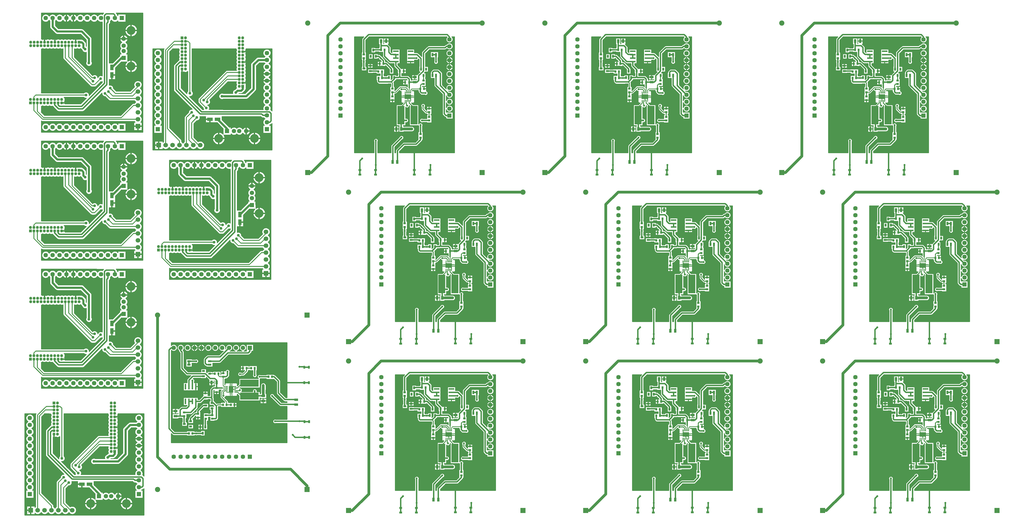
<source format=gbr>
G75*
G71*
%MOMM*%
%OFA0B0*%
%FSLAX53Y53*%
%IPPOS*%
%LPD*%
%ADD13C,1.10000*%
%ADD15C,0.30000*%
%ADD16R,2.00000X1.20000*%
%ADD17C,0.28000*%
%ADD19R,1.62000X1.62000*%
%ADD22R,1.00000X1.00000*%
%ADD25R,0.65000X1.05000*%
%ADD26R,0.90000X0.80000*%
%ADD29C,0.50000*%
%ADD30C,0.95000*%
%ADD31R,0.76000X1.27000*%
%ADD32C,0.75000*%
%ADD34C,1.70000*%
%ADD42R,1.05000X0.65000*%
%ADD45R,1.00000X0.70000*%
%ADD50C,1.62000*%
%ADD51C,1.00000*%
%ADD52R,0.80000X0.90000*%
%ADD55C,1.60000*%
%ADD58R,1.40000X0.95000*%
%ADD59R,1.60000X1.60000*%
%ADD60R,1.70000X1.70000*%
%ADD61C,1.90000*%
%ADD63R,1.90000X1.90000*%
%ADD66C,1.01600*%
%ADD68C,0.25000*%
%ADD69R,2.50000X6.80000*%
%ADD70R,0.95000X1.40000*%
%ADD71R,2.00000X0.60000*%
%ADD72R,0.85000X1.40000*%
%ADD73C,0.70000*%
%ADD76C,3.20000*%
%ADD77C,0.35000*%
%ADD80R,6.80000X2.50000*%
%ADD81R,0.70000X1.00000*%
%ADD82R,0.60000X2.00000*%
%ADD83R,1.27000X0.76000*%
%ADD84R,1.40000X0.85000*%
%ADD90R,1.20000X2.00000*%
X0000000Y0000000D02*
G75*
G01*
%LPD*%
X0011350Y0040975D02*
D15*
X0008550Y0040975D01*
X0005355Y0037780D01*
X0005355Y0002855D01*
X0012620Y0040975D02*
X0013590Y0040975D01*
X0014245Y0040320D01*
X0014245Y0021905D01*
X0011350Y0039705D02*
X0008233Y0039705D01*
X0005990Y0037462D01*
X0005990Y0008887D01*
X0010435Y0004443D01*
X0010435Y0002855D01*
X0032380Y0028255D02*
X0028215Y0028255D01*
X0019325Y0019365D01*
X0014880Y0014920D02*
X0012975Y0013015D01*
X0012975Y0002855D01*
X0032380Y0026985D02*
X0027898Y0026985D01*
X0020595Y0019683D01*
X0020595Y0018730D01*
X0015515Y0013650D02*
X0013927Y0012062D01*
X0013927Y0004760D01*
X0015515Y0003172D01*
X0015515Y0002855D01*
X0032380Y0029525D02*
X0027898Y0029525D01*
X0018055Y0019683D01*
X0018055Y0018730D01*
X0020278Y0016508D01*
X0016785Y0013015D02*
X0014880Y0011110D01*
X0014880Y0005395D01*
X0017420Y0002855D01*
X0018055Y0002855D01*
X0011350Y0032085D02*
D29*
X0010612Y0032085D01*
X0010116Y0031590D01*
X0010116Y0023494D01*
X0018532Y0015078D01*
X0043446Y0015078D01*
X0044032Y0014492D01*
X0044032Y0011751D01*
X0043582Y0011300D01*
X0042500Y0011300D01*
X0011350Y0033355D02*
X0010611Y0033355D01*
X0009164Y0031907D01*
X0009164Y0023176D01*
X0018056Y0014284D01*
X0040599Y0014284D01*
X0041044Y0013840D01*
X0042500Y0013840D01*
X0027890Y0008032D02*
D32*
X0027890Y0008895D01*
X0024405Y0012380D01*
X0042500Y0034160D02*
X0039340Y0034160D01*
X0037592Y0032412D01*
X0037592Y0023493D01*
X0034912Y0020814D01*
X0025992Y0020814D01*
X0033650Y0024445D02*
X0033650Y0023495D01*
X0033012Y0022857D01*
X0031708Y0022857D01*
X0031072Y0022222D01*
D66*
X0014245Y0021905D03*
X0019325Y0019365D03*
X0014880Y0014920D03*
X0020595Y0018730D03*
X0015515Y0013650D03*
X0020278Y0016508D03*
X0016785Y0013015D03*
X0025992Y0020814D03*
X0031072Y0022222D03*
X0011705Y0016190D03*
X0011705Y0013015D03*
X0028532Y0012380D03*
X0018690Y0030160D03*
X0028532Y0019011D03*
X0016150Y0023810D03*
X0016150Y0030160D03*
X0018690Y0023810D03*
X0033930Y0019011D03*
X0033930Y0017460D03*
X0033930Y0012380D03*
X0028532Y0017460D03*
X0023770Y0020000D03*
X0023770Y0017460D03*
X0012022Y0026032D03*
X0018055Y0010475D03*
X0018055Y0007935D03*
X0000650Y0038043D02*
D68*
X0001942Y0038043D01*
X0003058Y0038043D02*
X0004590Y0038043D01*
X0007707Y0038043D02*
X0010207Y0038043D01*
X0015054Y0038043D02*
X0031231Y0038043D01*
X0034800Y0038043D02*
X0041942Y0038043D01*
X0043058Y0038043D02*
X0044350Y0038043D01*
X0000650Y0037797D02*
X0001536Y0037797D01*
X0003464Y0037797D02*
X0004547Y0037797D01*
X0007461Y0037797D02*
X0010321Y0037797D01*
X0015054Y0037797D02*
X0031344Y0037797D01*
X0034687Y0037797D02*
X0041536Y0037797D01*
X0043464Y0037797D02*
X0044350Y0037797D01*
X0000650Y0037550D02*
X0001305Y0037550D01*
X0003695Y0037550D02*
X0004547Y0037550D01*
X0007211Y0037550D02*
X0010204Y0037550D01*
X0015054Y0037550D02*
X0031243Y0037550D01*
X0034789Y0037550D02*
X0041305Y0037550D01*
X0043695Y0037550D02*
X0044350Y0037550D01*
X0000650Y0037303D02*
X0001161Y0037303D01*
X0003839Y0037303D02*
X0004547Y0037303D01*
X0006964Y0037303D02*
X0010149Y0037303D01*
X0015054Y0037303D02*
X0031180Y0037303D01*
X0034847Y0037303D02*
X0041161Y0037303D01*
X0043839Y0037303D02*
X0044350Y0037303D01*
X0000650Y0037057D02*
X0001075Y0037057D01*
X0003925Y0037057D02*
X0004547Y0037057D01*
X0006800Y0037057D02*
X0010145Y0037057D01*
X0015054Y0037057D02*
X0031172Y0037057D01*
X0034855Y0037057D02*
X0041075Y0037057D01*
X0043925Y0037057D02*
X0044350Y0037057D01*
X0000650Y0036810D02*
X0001036Y0036810D01*
X0003964Y0036810D02*
X0004547Y0036810D01*
X0006800Y0036810D02*
X0010196Y0036810D01*
X0015054Y0036810D02*
X0031219Y0036810D01*
X0034812Y0036810D02*
X0041036Y0036810D01*
X0043964Y0036810D02*
X0044350Y0036810D01*
X0000650Y0036563D02*
X0001036Y0036563D01*
X0003964Y0036563D02*
X0004547Y0036563D01*
X0006800Y0036563D02*
X0010305Y0036563D01*
X0015054Y0036563D02*
X0031325Y0036563D01*
X0034707Y0036563D02*
X0041036Y0036563D01*
X0043964Y0036563D02*
X0044350Y0036563D01*
X0000650Y0036317D02*
X0001082Y0036317D01*
X0003918Y0036317D02*
X0004547Y0036317D01*
X0006800Y0036317D02*
X0010219Y0036317D01*
X0015054Y0036317D02*
X0031254Y0036317D01*
X0034773Y0036317D02*
X0041082Y0036317D01*
X0043918Y0036317D02*
X0044350Y0036317D01*
X0000650Y0036070D02*
X0001176Y0036070D01*
X0003824Y0036070D02*
X0004547Y0036070D01*
X0006800Y0036070D02*
X0010153Y0036070D01*
X0015054Y0036070D02*
X0031188Y0036070D01*
X0034843Y0036070D02*
X0041176Y0036070D01*
X0043824Y0036070D02*
X0044350Y0036070D01*
X0000650Y0035823D02*
X0001329Y0035823D01*
X0003671Y0035823D02*
X0004547Y0035823D01*
X0006800Y0035823D02*
X0010141Y0035823D01*
X0015054Y0035823D02*
X0031172Y0035823D01*
X0034859Y0035823D02*
X0041328Y0035823D01*
X0043672Y0035823D02*
X0044350Y0035823D01*
X0000650Y0035577D02*
X0001567Y0035577D01*
X0003433Y0035577D02*
X0004547Y0035577D01*
X0006800Y0035577D02*
X0010184Y0035577D01*
X0015054Y0035577D02*
X0031207Y0035577D01*
X0034820Y0035577D02*
X0041567Y0035577D01*
X0043433Y0035577D02*
X0044350Y0035577D01*
X0000650Y0035330D02*
X0001629Y0035330D01*
X0003371Y0035330D02*
X0004547Y0035330D01*
X0006800Y0035330D02*
X0010286Y0035330D01*
X0015054Y0035330D02*
X0031305Y0035330D01*
X0034726Y0035330D02*
X0041629Y0035330D01*
X0043371Y0035330D02*
X0044350Y0035330D01*
X0000650Y0035083D02*
X0001364Y0035083D01*
X0003636Y0035083D02*
X0004547Y0035083D01*
X0006800Y0035083D02*
X0010231Y0035083D01*
X0015054Y0035083D02*
X0031270Y0035083D01*
X0034757Y0035083D02*
X0038907Y0035083D01*
X0043636Y0035083D02*
X0044350Y0035083D01*
X0000650Y0034837D02*
X0001200Y0034837D01*
X0003800Y0034837D02*
X0004547Y0034837D01*
X0006800Y0034837D02*
X0010161Y0034837D01*
X0015054Y0034837D02*
X0031192Y0034837D01*
X0034836Y0034837D02*
X0038563Y0034837D01*
X0043800Y0034837D02*
X0044350Y0034837D01*
X0000650Y0034590D02*
X0001094Y0034590D01*
X0003906Y0034590D02*
X0004547Y0034590D01*
X0006800Y0034590D02*
X0010141Y0034590D01*
X0015054Y0034590D02*
X0031172Y0034590D01*
X0034859Y0034590D02*
X0038317Y0034590D01*
X0043906Y0034590D02*
X0044350Y0034590D01*
X0000650Y0034343D02*
X0001043Y0034343D01*
X0003957Y0034343D02*
X0004547Y0034343D01*
X0006800Y0034343D02*
X0010176Y0034343D01*
X0015054Y0034343D02*
X0031200Y0034343D01*
X0034832Y0034343D02*
X0038071Y0034343D01*
X0043957Y0034343D02*
X0044350Y0034343D01*
X0000650Y0034097D02*
X0001032Y0034097D01*
X0003968Y0034097D02*
X0004547Y0034097D01*
X0006800Y0034097D02*
X0010102Y0034097D01*
X0015054Y0034097D02*
X0031286Y0034097D01*
X0034746Y0034097D02*
X0037825Y0034097D01*
X0043968Y0034097D02*
X0044350Y0034097D01*
X0000650Y0033850D02*
X0001063Y0033850D01*
X0003937Y0033850D02*
X0004547Y0033850D01*
X0006800Y0033850D02*
X0009829Y0033850D01*
X0015054Y0033850D02*
X0031289Y0033850D01*
X0034742Y0033850D02*
X0037578Y0033850D01*
X0043937Y0033850D02*
X0044350Y0033850D01*
X0000650Y0033603D02*
X0001141Y0033603D01*
X0003859Y0033603D02*
X0004547Y0033603D01*
X0006800Y0033603D02*
X0009582Y0033603D01*
X0015054Y0033603D02*
X0031200Y0033603D01*
X0034828Y0033603D02*
X0037332Y0033603D01*
X0043859Y0033603D02*
X0044350Y0033603D01*
X0000650Y0033357D02*
X0001274Y0033357D01*
X0003726Y0033357D02*
X0004547Y0033357D01*
X0006800Y0033357D02*
X0009336Y0033357D01*
X0015054Y0033357D02*
X0031172Y0033357D01*
X0034859Y0033357D02*
X0037082Y0033357D01*
X0043726Y0033357D02*
X0044350Y0033357D01*
X0000650Y0033110D02*
X0001481Y0033110D01*
X0003519Y0033110D02*
X0004547Y0033110D01*
X0006800Y0033110D02*
X0009090Y0033110D01*
X0015054Y0033110D02*
X0031192Y0033110D01*
X0034839Y0033110D02*
X0036836Y0033110D01*
X0039742Y0033110D02*
X0041481Y0033110D01*
X0043519Y0033110D02*
X0044350Y0033110D01*
X0000650Y0032863D02*
X0001739Y0032863D01*
X0003261Y0032863D02*
X0004547Y0032863D01*
X0006800Y0032863D02*
X0008844Y0032863D01*
X0015054Y0032863D02*
X0031270Y0032863D01*
X0034761Y0032863D02*
X0036664Y0032863D01*
X0039496Y0032863D02*
X0041739Y0032863D01*
X0043261Y0032863D02*
X0044350Y0032863D01*
X0000650Y0032617D02*
X0001430Y0032617D01*
X0003570Y0032617D02*
X0004547Y0032617D01*
X0006800Y0032617D02*
X0008598Y0032617D01*
X0015054Y0032617D02*
X0031305Y0032617D01*
X0034722Y0032617D02*
X0036578Y0032617D01*
X0039250Y0032617D02*
X0041430Y0032617D01*
X0043570Y0032617D02*
X0044350Y0032617D01*
X0000650Y0032370D02*
X0001239Y0032370D01*
X0003761Y0032370D02*
X0004547Y0032370D01*
X0006800Y0032370D02*
X0008383Y0032370D01*
X0015054Y0032370D02*
X0031211Y0032370D01*
X0034820Y0032370D02*
X0036559Y0032370D01*
X0039004Y0032370D02*
X0041239Y0032370D01*
X0043761Y0032370D02*
X0044350Y0032370D01*
X0000650Y0032123D02*
X0001121Y0032123D01*
X0003879Y0032123D02*
X0004547Y0032123D01*
X0006800Y0032123D02*
X0008282Y0032123D01*
X0015054Y0032123D02*
X0031172Y0032123D01*
X0034859Y0032123D02*
X0036559Y0032123D01*
X0038757Y0032123D02*
X0041121Y0032123D01*
X0043879Y0032123D02*
X0044350Y0032123D01*
X0000650Y0031877D02*
X0001055Y0031877D01*
X0003945Y0031877D02*
X0004547Y0031877D01*
X0006800Y0031877D02*
X0008254Y0031877D01*
X0015054Y0031877D02*
X0031184Y0031877D01*
X0034843Y0031877D02*
X0036559Y0031877D01*
X0038629Y0031877D02*
X0041055Y0031877D01*
X0043945Y0031877D02*
X0044350Y0031877D01*
X0000650Y0031630D02*
X0001032Y0031630D01*
X0003968Y0031630D02*
X0004547Y0031630D01*
X0006800Y0031630D02*
X0008254Y0031630D01*
X0015054Y0031630D02*
X0031254Y0031630D01*
X0034777Y0031630D02*
X0036559Y0031630D01*
X0038629Y0031630D02*
X0041032Y0031630D01*
X0043968Y0031630D02*
X0044350Y0031630D01*
X0000650Y0031383D02*
X0001051Y0031383D01*
X0003949Y0031383D02*
X0004547Y0031383D01*
X0006800Y0031383D02*
X0008254Y0031383D01*
X0015054Y0031383D02*
X0031328Y0031383D01*
X0034703Y0031383D02*
X0036559Y0031383D01*
X0038629Y0031383D02*
X0041051Y0031383D01*
X0043949Y0031383D02*
X0044350Y0031383D01*
X0000650Y0031137D02*
X0001114Y0031137D01*
X0003886Y0031137D02*
X0004547Y0031137D01*
X0006800Y0031137D02*
X0008254Y0031137D01*
X0015054Y0031137D02*
X0031219Y0031137D01*
X0034808Y0031137D02*
X0036559Y0031137D01*
X0038629Y0031137D02*
X0041114Y0031137D01*
X0043886Y0031137D02*
X0044350Y0031137D01*
X0000650Y0030890D02*
X0001227Y0030890D01*
X0003773Y0030890D02*
X0004547Y0030890D01*
X0006800Y0030890D02*
X0008254Y0030890D01*
X0015054Y0030890D02*
X0031172Y0030890D01*
X0034855Y0030890D02*
X0036559Y0030890D01*
X0038629Y0030890D02*
X0041227Y0030890D01*
X0043773Y0030890D02*
X0044350Y0030890D01*
X0000650Y0030643D02*
X0001411Y0030643D01*
X0003589Y0030643D02*
X0004547Y0030643D01*
X0006800Y0030643D02*
X0008254Y0030643D01*
X0015054Y0030643D02*
X0031180Y0030643D01*
X0034851Y0030643D02*
X0036559Y0030643D01*
X0038629Y0030643D02*
X0041411Y0030643D01*
X0043589Y0030643D02*
X0044350Y0030643D01*
X0000650Y0030397D02*
X0001707Y0030397D01*
X0003293Y0030397D02*
X0004547Y0030397D01*
X0006800Y0030397D02*
X0008254Y0030397D01*
X0015054Y0030397D02*
X0031239Y0030397D01*
X0034789Y0030397D02*
X0036559Y0030397D01*
X0038629Y0030397D02*
X0041707Y0030397D01*
X0043293Y0030397D02*
X0044350Y0030397D01*
X0000650Y0030150D02*
X0001504Y0030150D01*
X0003496Y0030150D02*
X0004547Y0030150D01*
X0006800Y0030150D02*
X0008254Y0030150D01*
X0015054Y0030150D02*
X0027399Y0030150D01*
X0034683Y0030150D02*
X0036559Y0030150D01*
X0038629Y0030150D02*
X0041504Y0030150D01*
X0043496Y0030150D02*
X0044350Y0030150D01*
X0000650Y0029903D02*
X0001289Y0029903D01*
X0003711Y0029903D02*
X0004547Y0029903D01*
X0006800Y0029903D02*
X0008254Y0029903D01*
X0015054Y0029903D02*
X0027141Y0029903D01*
X0034797Y0029903D02*
X0036559Y0029903D01*
X0038629Y0029903D02*
X0041289Y0029903D01*
X0043711Y0029903D02*
X0044350Y0029903D01*
X0000650Y0029657D02*
X0001149Y0029657D01*
X0003851Y0029657D02*
X0004547Y0029657D01*
X0006800Y0029657D02*
X0008254Y0029657D01*
X0011621Y0029657D02*
X0012348Y0029657D01*
X0012890Y0029657D02*
X0013434Y0029657D01*
X0015054Y0029657D02*
X0026895Y0029657D01*
X0034851Y0029657D02*
X0036559Y0029657D01*
X0038629Y0029657D02*
X0041149Y0029657D01*
X0043851Y0029657D02*
X0044350Y0029657D01*
X0000650Y0029410D02*
X0001067Y0029410D01*
X0003933Y0029410D02*
X0004547Y0029410D01*
X0006800Y0029410D02*
X0008254Y0029410D01*
X0011027Y0029410D02*
X0013434Y0029410D01*
X0015054Y0029410D02*
X0026649Y0029410D01*
X0034855Y0029410D02*
X0036559Y0029410D01*
X0038629Y0029410D02*
X0041067Y0029410D01*
X0043933Y0029410D02*
X0044350Y0029410D01*
X0000650Y0029163D02*
X0001032Y0029163D01*
X0003968Y0029163D02*
X0004547Y0029163D01*
X0006800Y0029163D02*
X0008254Y0029163D01*
X0011027Y0029163D02*
X0013434Y0029163D01*
X0015054Y0029163D02*
X0026403Y0029163D01*
X0034804Y0029163D02*
X0036559Y0029163D01*
X0038629Y0029163D02*
X0041032Y0029163D01*
X0043968Y0029163D02*
X0044350Y0029163D01*
X0000650Y0028917D02*
X0001039Y0028917D01*
X0003961Y0028917D02*
X0004547Y0028917D01*
X0006800Y0028917D02*
X0008254Y0028917D01*
X0011027Y0028917D02*
X0013434Y0028917D01*
X0015054Y0028917D02*
X0026153Y0028917D01*
X0034691Y0028917D02*
X0036559Y0028917D01*
X0038629Y0028917D02*
X0041039Y0028917D01*
X0043961Y0028917D02*
X0044350Y0028917D01*
X0000650Y0028670D02*
X0001090Y0028670D01*
X0003910Y0028670D02*
X0004547Y0028670D01*
X0006800Y0028670D02*
X0008254Y0028670D01*
X0011027Y0028670D02*
X0013434Y0028670D01*
X0015054Y0028670D02*
X0025907Y0028670D01*
X0034785Y0028670D02*
X0036559Y0028670D01*
X0038629Y0028670D02*
X0041090Y0028670D01*
X0043910Y0028670D02*
X0044350Y0028670D01*
X0000650Y0028423D02*
X0001188Y0028423D01*
X0003812Y0028423D02*
X0004547Y0028423D01*
X0006800Y0028423D02*
X0008254Y0028423D01*
X0011027Y0028423D02*
X0013434Y0028423D01*
X0015054Y0028423D02*
X0025661Y0028423D01*
X0034847Y0028423D02*
X0036559Y0028423D01*
X0038629Y0028423D02*
X0041188Y0028423D01*
X0043812Y0028423D02*
X0044350Y0028423D01*
X0000650Y0028177D02*
X0001348Y0028177D01*
X0003652Y0028177D02*
X0004547Y0028177D01*
X0006800Y0028177D02*
X0008254Y0028177D01*
X0011027Y0028177D02*
X0013434Y0028177D01*
X0015054Y0028177D02*
X0025414Y0028177D01*
X0034859Y0028177D02*
X0036559Y0028177D01*
X0038629Y0028177D02*
X0041348Y0028177D01*
X0043652Y0028177D02*
X0044350Y0028177D01*
X0000650Y0027930D02*
X0001602Y0027930D01*
X0003398Y0027930D02*
X0004547Y0027930D01*
X0006800Y0027930D02*
X0008254Y0027930D01*
X0011027Y0027930D02*
X0013434Y0027930D01*
X0015054Y0027930D02*
X0025168Y0027930D01*
X0034816Y0027930D02*
X0036559Y0027930D01*
X0038629Y0027930D02*
X0041602Y0027930D01*
X0043398Y0027930D02*
X0044350Y0027930D01*
X0000650Y0027683D02*
X0001590Y0027683D01*
X0003410Y0027683D02*
X0004547Y0027683D01*
X0006800Y0027683D02*
X0008254Y0027683D01*
X0011027Y0027683D02*
X0013434Y0027683D01*
X0015054Y0027683D02*
X0024922Y0027683D01*
X0034711Y0027683D02*
X0036559Y0027683D01*
X0038629Y0027683D02*
X0041590Y0027683D01*
X0043410Y0027683D02*
X0044350Y0027683D01*
X0000650Y0027437D02*
X0001344Y0027437D01*
X0003656Y0027437D02*
X0004547Y0027437D01*
X0006800Y0027437D02*
X0008254Y0027437D01*
X0011027Y0027437D02*
X0013434Y0027437D01*
X0015054Y0027437D02*
X0024676Y0027437D01*
X0034769Y0027437D02*
X0036559Y0027437D01*
X0038629Y0027437D02*
X0041344Y0027437D01*
X0043656Y0027437D02*
X0044350Y0027437D01*
X0000650Y0027190D02*
X0001184Y0027190D01*
X0003816Y0027190D02*
X0004547Y0027190D01*
X0006800Y0027190D02*
X0008254Y0027190D01*
X0011027Y0027190D02*
X0013434Y0027190D01*
X0015054Y0027190D02*
X0024426Y0027190D01*
X0034843Y0027190D02*
X0036559Y0027190D01*
X0038629Y0027190D02*
X0041184Y0027190D01*
X0043816Y0027190D02*
X0044350Y0027190D01*
X0000650Y0026943D02*
X0001086Y0026943D01*
X0003914Y0026943D02*
X0004547Y0026943D01*
X0006800Y0026943D02*
X0008254Y0026943D01*
X0011027Y0026943D02*
X0013434Y0026943D01*
X0015054Y0026943D02*
X0024180Y0026943D01*
X0034859Y0026943D02*
X0036559Y0026943D01*
X0038629Y0026943D02*
X0041086Y0026943D01*
X0043914Y0026943D02*
X0044350Y0026943D01*
X0000650Y0026697D02*
X0001039Y0026697D01*
X0003961Y0026697D02*
X0004547Y0026697D01*
X0006800Y0026697D02*
X0008254Y0026697D01*
X0011027Y0026697D02*
X0013434Y0026697D01*
X0015054Y0026697D02*
X0023934Y0026697D01*
X0034824Y0026697D02*
X0036559Y0026697D01*
X0038629Y0026697D02*
X0041039Y0026697D01*
X0043961Y0026697D02*
X0044350Y0026697D01*
X0000650Y0026450D02*
X0001032Y0026450D01*
X0003968Y0026450D02*
X0004547Y0026450D01*
X0006800Y0026450D02*
X0008254Y0026450D01*
X0011027Y0026450D02*
X0013434Y0026450D01*
X0015054Y0026450D02*
X0023688Y0026450D01*
X0034730Y0026450D02*
X0036559Y0026450D01*
X0038629Y0026450D02*
X0041032Y0026450D01*
X0043968Y0026450D02*
X0044350Y0026450D01*
X0000650Y0026203D02*
X0001071Y0026203D01*
X0003929Y0026203D02*
X0004547Y0026203D01*
X0006800Y0026203D02*
X0008254Y0026203D01*
X0011027Y0026203D02*
X0013434Y0026203D01*
X0015054Y0026203D02*
X0023442Y0026203D01*
X0034754Y0026203D02*
X0036559Y0026203D01*
X0038629Y0026203D02*
X0041071Y0026203D01*
X0043929Y0026203D02*
X0044350Y0026203D01*
X0000650Y0025957D02*
X0001153Y0025957D01*
X0003847Y0025957D02*
X0004547Y0025957D01*
X0006800Y0025957D02*
X0008254Y0025957D01*
X0011027Y0025957D02*
X0013434Y0025957D01*
X0015054Y0025957D02*
X0023196Y0025957D01*
X0028004Y0025957D02*
X0031196Y0025957D01*
X0034836Y0025957D02*
X0036559Y0025957D01*
X0038629Y0025957D02*
X0041153Y0025957D01*
X0043847Y0025957D02*
X0044350Y0025957D01*
X0000650Y0025710D02*
X0001293Y0025710D01*
X0003707Y0025710D02*
X0004547Y0025710D01*
X0006800Y0025710D02*
X0008254Y0025710D01*
X0011027Y0025710D02*
X0013434Y0025710D01*
X0015054Y0025710D02*
X0022950Y0025710D01*
X0027757Y0025710D02*
X0031172Y0025710D01*
X0034859Y0025710D02*
X0036559Y0025710D01*
X0038629Y0025710D02*
X0041293Y0025710D01*
X0043707Y0025710D02*
X0044350Y0025710D01*
X0000650Y0025463D02*
X0001512Y0025463D01*
X0003488Y0025463D02*
X0004547Y0025463D01*
X0006800Y0025463D02*
X0008254Y0025463D01*
X0011027Y0025463D02*
X0013434Y0025463D01*
X0015054Y0025463D02*
X0022700Y0025463D01*
X0027511Y0025463D02*
X0031196Y0025463D01*
X0034832Y0025463D02*
X0036559Y0025463D01*
X0038629Y0025463D02*
X0041512Y0025463D01*
X0043488Y0025463D02*
X0044350Y0025463D01*
X0000650Y0025217D02*
X0001696Y0025217D01*
X0003304Y0025217D02*
X0004547Y0025217D01*
X0006800Y0025217D02*
X0008254Y0025217D01*
X0011027Y0025217D02*
X0013434Y0025217D01*
X0015054Y0025217D02*
X0022453Y0025217D01*
X0027265Y0025217D02*
X0031282Y0025217D01*
X0034808Y0025217D02*
X0036559Y0025217D01*
X0038629Y0025217D02*
X0041696Y0025217D01*
X0043304Y0025217D02*
X0044350Y0025217D01*
X0000650Y0024970D02*
X0001403Y0024970D01*
X0003597Y0024970D02*
X0004547Y0024970D01*
X0006800Y0024970D02*
X0008254Y0024970D01*
X0011027Y0024970D02*
X0013434Y0024970D01*
X0015054Y0024970D02*
X0022207Y0024970D01*
X0027015Y0024970D02*
X0031293Y0024970D01*
X0034808Y0024970D02*
X0036559Y0024970D01*
X0038629Y0024970D02*
X0041403Y0024970D01*
X0043597Y0024970D02*
X0044350Y0024970D01*
X0000650Y0024723D02*
X0001223Y0024723D01*
X0003777Y0024723D02*
X0004547Y0024723D01*
X0006800Y0024723D02*
X0008254Y0024723D01*
X0011027Y0024723D02*
X0013434Y0024723D01*
X0015054Y0024723D02*
X0021961Y0024723D01*
X0026769Y0024723D02*
X0031203Y0024723D01*
X0034808Y0024723D02*
X0036559Y0024723D01*
X0038629Y0024723D02*
X0041223Y0024723D01*
X0043777Y0024723D02*
X0044350Y0024723D01*
X0000650Y0024477D02*
X0001110Y0024477D01*
X0003890Y0024477D02*
X0004547Y0024477D01*
X0006800Y0024477D02*
X0008254Y0024477D01*
X0011027Y0024477D02*
X0013434Y0024477D01*
X0015054Y0024477D02*
X0021715Y0024477D01*
X0026523Y0024477D02*
X0031172Y0024477D01*
X0034808Y0024477D02*
X0036559Y0024477D01*
X0038629Y0024477D02*
X0041110Y0024477D01*
X0043890Y0024477D02*
X0044350Y0024477D01*
X0000650Y0024230D02*
X0001047Y0024230D01*
X0003953Y0024230D02*
X0004547Y0024230D01*
X0006800Y0024230D02*
X0008254Y0024230D01*
X0011027Y0024230D02*
X0013434Y0024230D01*
X0015054Y0024230D02*
X0021469Y0024230D01*
X0026277Y0024230D02*
X0031192Y0024230D01*
X0034808Y0024230D02*
X0036559Y0024230D01*
X0038629Y0024230D02*
X0041047Y0024230D01*
X0043953Y0024230D02*
X0044350Y0024230D01*
X0000650Y0023983D02*
X0001032Y0023983D01*
X0003968Y0023983D02*
X0004547Y0023983D01*
X0006800Y0023983D02*
X0008254Y0023983D01*
X0011027Y0023983D02*
X0013434Y0023983D01*
X0015054Y0023983D02*
X0021223Y0023983D01*
X0026031Y0023983D02*
X0031266Y0023983D01*
X0034808Y0023983D02*
X0036559Y0023983D01*
X0038629Y0023983D02*
X0041032Y0023983D01*
X0043968Y0023983D02*
X0044350Y0023983D01*
X0000650Y0023737D02*
X0001055Y0023737D01*
X0003945Y0023737D02*
X0004547Y0023737D01*
X0006800Y0023737D02*
X0008254Y0023737D01*
X0011148Y0023737D02*
X0013434Y0023737D01*
X0015054Y0023737D02*
X0020973Y0023737D01*
X0025785Y0023737D02*
X0031188Y0023737D01*
X0034808Y0023737D02*
X0036383Y0023737D01*
X0038629Y0023737D02*
X0041055Y0023737D01*
X0043945Y0023737D02*
X0044350Y0023737D01*
X0000650Y0023490D02*
X0001121Y0023490D01*
X0003879Y0023490D02*
X0004547Y0023490D01*
X0006800Y0023490D02*
X0008254Y0023490D01*
X0011398Y0023490D02*
X0013434Y0023490D01*
X0015054Y0023490D02*
X0020727Y0023490D01*
X0025539Y0023490D02*
X0030887Y0023490D01*
X0034808Y0023490D02*
X0036137Y0023490D01*
X0038629Y0023490D02*
X0041121Y0023490D01*
X0043879Y0023490D02*
X0044350Y0023490D01*
X0000650Y0023243D02*
X0001243Y0023243D01*
X0003757Y0023243D02*
X0004547Y0023243D01*
X0006800Y0023243D02*
X0008254Y0023243D01*
X0011644Y0023243D02*
X0013434Y0023243D01*
X0015054Y0023243D02*
X0020481Y0023243D01*
X0025289Y0023243D02*
X0030536Y0023243D01*
X0034652Y0023243D02*
X0035891Y0023243D01*
X0038597Y0023243D02*
X0041243Y0023243D01*
X0043757Y0023243D02*
X0044350Y0023243D01*
X0000650Y0022997D02*
X0001434Y0022997D01*
X0003566Y0022997D02*
X0004547Y0022997D01*
X0006800Y0022997D02*
X0008274Y0022997D01*
X0011890Y0022997D02*
X0013434Y0022997D01*
X0015054Y0022997D02*
X0020235Y0022997D01*
X0025043Y0022997D02*
X0030207Y0022997D01*
X0034554Y0022997D02*
X0035641Y0022997D01*
X0038496Y0022997D02*
X0041434Y0022997D01*
X0043566Y0022997D02*
X0044350Y0022997D01*
X0000650Y0022750D02*
X0001750Y0022750D01*
X0003250Y0022750D02*
X0004547Y0022750D01*
X0006800Y0022750D02*
X0008364Y0022750D01*
X0012136Y0022750D02*
X0013434Y0022750D01*
X0015054Y0022750D02*
X0019989Y0022750D01*
X0024797Y0022750D02*
X0030036Y0022750D01*
X0034359Y0022750D02*
X0035395Y0022750D01*
X0038300Y0022750D02*
X0041750Y0022750D01*
X0043250Y0022750D02*
X0044350Y0022750D01*
X0000650Y0022503D02*
X0001477Y0022503D01*
X0003523Y0022503D02*
X0004547Y0022503D01*
X0006800Y0022503D02*
X0008559Y0022503D01*
X0012382Y0022503D02*
X0013246Y0022503D01*
X0015242Y0022503D02*
X0019743Y0022503D01*
X0024550Y0022503D02*
X0029942Y0022503D01*
X0034113Y0022503D02*
X0035149Y0022503D01*
X0038054Y0022503D02*
X0041477Y0022503D01*
X0043523Y0022503D02*
X0044350Y0022503D01*
X0000650Y0022257D02*
X0001270Y0022257D01*
X0003730Y0022257D02*
X0004547Y0022257D01*
X0006800Y0022257D02*
X0008809Y0022257D01*
X0012629Y0022257D02*
X0013133Y0022257D01*
X0015359Y0022257D02*
X0019493Y0022257D01*
X0024304Y0022257D02*
X0029907Y0022257D01*
X0033863Y0022257D02*
X0034903Y0022257D01*
X0037808Y0022257D02*
X0041270Y0022257D01*
X0043730Y0022257D02*
X0044350Y0022257D01*
X0000650Y0022010D02*
X0001141Y0022010D01*
X0003859Y0022010D02*
X0004547Y0022010D01*
X0006800Y0022010D02*
X0009055Y0022010D01*
X0012875Y0022010D02*
X0013082Y0022010D01*
X0015410Y0022010D02*
X0019246Y0022010D01*
X0024058Y0022010D02*
X0029926Y0022010D01*
X0033586Y0022010D02*
X0034657Y0022010D01*
X0037562Y0022010D02*
X0041141Y0022010D01*
X0043859Y0022010D02*
X0044350Y0022010D01*
X0000650Y0021763D02*
X0001063Y0021763D01*
X0003937Y0021763D02*
X0004547Y0021763D01*
X0006800Y0021763D02*
X0009301Y0021763D01*
X0015402Y0021763D02*
X0019000Y0021763D01*
X0023812Y0021763D02*
X0025332Y0021763D01*
X0037316Y0021763D02*
X0041063Y0021763D01*
X0043937Y0021763D02*
X0044350Y0021763D01*
X0000650Y0021517D02*
X0001032Y0021517D01*
X0003968Y0021517D02*
X0004547Y0021517D01*
X0006800Y0021517D02*
X0009547Y0021517D01*
X0015343Y0021517D02*
X0018754Y0021517D01*
X0023562Y0021517D02*
X0025067Y0021517D01*
X0037070Y0021517D02*
X0041032Y0021517D01*
X0043968Y0021517D02*
X0044350Y0021517D01*
X0000650Y0021270D02*
X0001043Y0021270D01*
X0003957Y0021270D02*
X0004547Y0021270D01*
X0006800Y0021270D02*
X0009793Y0021270D01*
X0015218Y0021270D02*
X0018508Y0021270D01*
X0023316Y0021270D02*
X0024918Y0021270D01*
X0036820Y0021270D02*
X0041043Y0021270D01*
X0043957Y0021270D02*
X0044350Y0021270D01*
X0000650Y0021023D02*
X0001098Y0021023D01*
X0003902Y0021023D02*
X0004547Y0021023D01*
X0006800Y0021023D02*
X0010039Y0021023D01*
X0014996Y0021023D02*
X0018262Y0021023D01*
X0023070Y0021023D02*
X0024844Y0021023D01*
X0036574Y0021023D02*
X0041098Y0021023D01*
X0043902Y0021023D02*
X0044350Y0021023D01*
X0000650Y0020777D02*
X0001204Y0020777D01*
X0003796Y0020777D02*
X0004547Y0020777D01*
X0006800Y0020777D02*
X0010286Y0020777D01*
X0014449Y0020777D02*
X0018016Y0020777D01*
X0022824Y0020777D02*
X0024825Y0020777D01*
X0036328Y0020777D02*
X0041203Y0020777D01*
X0043797Y0020777D02*
X0044350Y0020777D01*
X0000650Y0020530D02*
X0001368Y0020530D01*
X0003632Y0020530D02*
X0004547Y0020530D01*
X0006800Y0020530D02*
X0010536Y0020530D01*
X0014355Y0020530D02*
X0017766Y0020530D01*
X0022578Y0020530D02*
X0024860Y0020530D01*
X0036082Y0020530D02*
X0041368Y0020530D01*
X0043632Y0020530D02*
X0044350Y0020530D01*
X0000650Y0020283D02*
X0001637Y0020283D01*
X0003363Y0020283D02*
X0004547Y0020283D01*
X0006800Y0020283D02*
X0010782Y0020283D01*
X0014601Y0020283D02*
X0017520Y0020283D01*
X0022332Y0020283D02*
X0024953Y0020283D01*
X0035836Y0020283D02*
X0041637Y0020283D01*
X0043363Y0020283D02*
X0044350Y0020283D01*
X0000650Y0020037D02*
X0001559Y0020037D01*
X0003441Y0020037D02*
X0004547Y0020037D01*
X0006800Y0020037D02*
X0011028Y0020037D01*
X0014851Y0020037D02*
X0017329Y0020037D01*
X0022086Y0020037D02*
X0025129Y0020037D01*
X0035582Y0020037D02*
X0041559Y0020037D01*
X0043441Y0020037D02*
X0044350Y0020037D01*
X0000650Y0019790D02*
X0001321Y0019790D01*
X0003679Y0019790D02*
X0004547Y0019790D01*
X0006800Y0019790D02*
X0011274Y0019790D01*
X0015097Y0019790D02*
X0017254Y0019790D01*
X0021836Y0019790D02*
X0025461Y0019790D01*
X0026527Y0019790D02*
X0041321Y0019790D01*
X0043679Y0019790D02*
X0044350Y0019790D01*
X0000650Y0019543D02*
X0001172Y0019543D01*
X0003828Y0019543D02*
X0004547Y0019543D01*
X0006800Y0019543D02*
X0011520Y0019543D01*
X0015343Y0019543D02*
X0017246Y0019543D01*
X0021589Y0019543D02*
X0041172Y0019543D01*
X0043828Y0019543D02*
X0044350Y0019543D01*
X0000650Y0019297D02*
X0001079Y0019297D01*
X0003921Y0019297D02*
X0004547Y0019297D01*
X0006800Y0019297D02*
X0011766Y0019297D01*
X0015589Y0019297D02*
X0017246Y0019297D01*
X0021613Y0019297D02*
X0041078Y0019297D01*
X0043922Y0019297D02*
X0044350Y0019297D01*
X0000650Y0019050D02*
X0001036Y0019050D01*
X0003964Y0019050D02*
X0004547Y0019050D01*
X0006800Y0019050D02*
X0012012Y0019050D01*
X0015836Y0019050D02*
X0017246Y0019050D01*
X0021718Y0019050D02*
X0041036Y0019050D01*
X0043964Y0019050D02*
X0044350Y0019050D01*
X0000650Y0018803D02*
X0001036Y0018803D01*
X0003964Y0018803D02*
X0004547Y0018803D01*
X0006800Y0018803D02*
X0012262Y0018803D01*
X0016082Y0018803D02*
X0017246Y0018803D01*
X0021761Y0018803D02*
X0041036Y0018803D01*
X0043964Y0018803D02*
X0044350Y0018803D01*
X0000650Y0018557D02*
X0001079Y0018557D01*
X0003921Y0018557D02*
X0004547Y0018557D01*
X0006800Y0018557D02*
X0012508Y0018557D01*
X0016328Y0018557D02*
X0017266Y0018557D01*
X0021750Y0018557D02*
X0041078Y0018557D01*
X0043922Y0018557D02*
X0044350Y0018557D01*
X0000650Y0018310D02*
X0001164Y0018310D01*
X0003836Y0018310D02*
X0004547Y0018310D01*
X0006800Y0018310D02*
X0012754Y0018310D01*
X0016578Y0018310D02*
X0017368Y0018310D01*
X0021683Y0018310D02*
X0041164Y0018310D01*
X0043836Y0018310D02*
X0044350Y0018310D01*
X0000650Y0018063D02*
X0001313Y0018063D01*
X0003687Y0018063D02*
X0004547Y0018063D01*
X0006800Y0018063D02*
X0013000Y0018063D01*
X0016824Y0018063D02*
X0017586Y0018063D01*
X0021546Y0018063D02*
X0041313Y0018063D01*
X0043687Y0018063D02*
X0044350Y0018063D01*
X0000650Y0017817D02*
X0001543Y0017817D01*
X0003457Y0017817D02*
X0004547Y0017817D01*
X0006800Y0017817D02*
X0013246Y0017817D01*
X0017070Y0017817D02*
X0017832Y0017817D01*
X0021308Y0017817D02*
X0041543Y0017817D01*
X0043457Y0017817D02*
X0044350Y0017817D01*
X0000650Y0017570D02*
X0001657Y0017570D01*
X0003343Y0017570D02*
X0004547Y0017570D01*
X0006800Y0017570D02*
X0013493Y0017570D01*
X0017316Y0017570D02*
X0018079Y0017570D01*
X0020722Y0017570D02*
X0041657Y0017570D01*
X0043343Y0017570D02*
X0044350Y0017570D01*
X0000650Y0017323D02*
X0001379Y0017323D01*
X0003621Y0017323D02*
X0004547Y0017323D01*
X0006800Y0017323D02*
X0013739Y0017323D01*
X0017562Y0017323D02*
X0018329Y0017323D01*
X0021101Y0017323D02*
X0041379Y0017323D01*
X0043621Y0017323D02*
X0044350Y0017323D01*
X0000650Y0017077D02*
X0001211Y0017077D01*
X0003789Y0017077D02*
X0004547Y0017077D01*
X0006800Y0017077D02*
X0013989Y0017077D01*
X0017808Y0017077D02*
X0018575Y0017077D01*
X0021293Y0017077D02*
X0041211Y0017077D01*
X0043789Y0017077D02*
X0044350Y0017077D01*
X0000650Y0016830D02*
X0001102Y0016830D01*
X0003898Y0016830D02*
X0004547Y0016830D01*
X0006800Y0016830D02*
X0014235Y0016830D01*
X0018054Y0016830D02*
X0018821Y0016830D01*
X0021398Y0016830D02*
X0041102Y0016830D01*
X0043898Y0016830D02*
X0044350Y0016830D01*
X0000650Y0016583D02*
X0001043Y0016583D01*
X0003957Y0016583D02*
X0004547Y0016583D01*
X0006800Y0016583D02*
X0014481Y0016583D01*
X0018304Y0016583D02*
X0019067Y0016583D01*
X0021441Y0016583D02*
X0041043Y0016583D01*
X0043957Y0016583D02*
X0044350Y0016583D01*
X0000650Y0016337D02*
X0001032Y0016337D01*
X0003968Y0016337D02*
X0004547Y0016337D01*
X0006800Y0016337D02*
X0014727Y0016337D01*
X0018550Y0016337D02*
X0019121Y0016337D01*
X0021433Y0016337D02*
X0041032Y0016337D01*
X0043968Y0016337D02*
X0044350Y0016337D01*
X0000650Y0016090D02*
X0001059Y0016090D01*
X0003941Y0016090D02*
X0004547Y0016090D01*
X0006800Y0016090D02*
X0014973Y0016090D01*
X0018796Y0016090D02*
X0019188Y0016090D01*
X0021367Y0016090D02*
X0041059Y0016090D01*
X0043941Y0016090D02*
X0044350Y0016090D01*
X0000650Y0015843D02*
X0001133Y0015843D01*
X0003867Y0015843D02*
X0004547Y0015843D01*
X0006800Y0015843D02*
X0014180Y0015843D01*
X0043918Y0015843D02*
X0044350Y0015843D01*
X0000650Y0015597D02*
X0001262Y0015597D01*
X0003738Y0015597D02*
X0004547Y0015597D01*
X0006800Y0015597D02*
X0013934Y0015597D01*
X0044203Y0015597D02*
X0044350Y0015597D01*
X0000650Y0015350D02*
X0001461Y0015350D01*
X0003539Y0015350D02*
X0004547Y0015350D01*
X0006800Y0015350D02*
X0013797Y0015350D01*
X0000650Y0015103D02*
X0001774Y0015103D01*
X0003226Y0015103D02*
X0004547Y0015103D01*
X0006800Y0015103D02*
X0013727Y0015103D01*
X0000650Y0014857D02*
X0001450Y0014857D01*
X0003550Y0014857D02*
X0004547Y0014857D01*
X0006800Y0014857D02*
X0013680Y0014857D01*
X0000650Y0014610D02*
X0001254Y0014610D01*
X0003746Y0014610D02*
X0004547Y0014610D01*
X0006800Y0014610D02*
X0013434Y0014610D01*
X0000650Y0014363D02*
X0001129Y0014363D01*
X0003871Y0014363D02*
X0004547Y0014363D01*
X0006800Y0014363D02*
X0013188Y0014363D01*
X0000650Y0014117D02*
X0001059Y0014117D01*
X0003941Y0014117D02*
X0004547Y0014117D01*
X0006800Y0014117D02*
X0012942Y0014117D01*
X0000650Y0013870D02*
X0001032Y0013870D01*
X0003968Y0013870D02*
X0004547Y0013870D01*
X0006800Y0013870D02*
X0012696Y0013870D01*
X0000650Y0013623D02*
X0001047Y0013623D01*
X0003953Y0013623D02*
X0004547Y0013623D01*
X0006800Y0013623D02*
X0012450Y0013623D01*
X0000650Y0013377D02*
X0001106Y0013377D01*
X0003894Y0013377D02*
X0004547Y0013377D01*
X0006800Y0013377D02*
X0012254Y0013377D01*
X0017894Y0013377D02*
X0019946Y0013377D01*
X0026066Y0013377D02*
X0040231Y0013377D01*
X0000650Y0013130D02*
X0001215Y0013130D01*
X0003785Y0013130D02*
X0004547Y0013130D01*
X0006800Y0013130D02*
X0012172Y0013130D01*
X0017945Y0013130D02*
X0019946Y0013130D01*
X0026066Y0013130D02*
X0040493Y0013130D01*
X0000650Y0012883D02*
X0001391Y0012883D01*
X0003609Y0012883D02*
X0004547Y0012883D01*
X0006800Y0012883D02*
X0012164Y0012883D01*
X0017945Y0012883D02*
X0019946Y0012883D01*
X0026066Y0012883D02*
X0041391Y0012883D01*
X0000650Y0012637D02*
X0001676Y0012637D01*
X0003324Y0012637D02*
X0004547Y0012637D01*
X0006800Y0012637D02*
X0012164Y0012637D01*
X0017886Y0012637D02*
X0019946Y0012637D01*
X0026066Y0012637D02*
X0041676Y0012637D01*
X0000650Y0012390D02*
X0001528Y0012390D01*
X0003472Y0012390D02*
X0004547Y0012390D01*
X0006800Y0012390D02*
X0012164Y0012390D01*
X0017765Y0012390D02*
X0019946Y0012390D01*
X0026066Y0012390D02*
X0041528Y0012390D01*
X0000650Y0012143D02*
X0001301Y0012143D01*
X0003699Y0012143D02*
X0004547Y0012143D01*
X0006800Y0012143D02*
X0012164Y0012143D01*
X0017550Y0012143D02*
X0019946Y0012143D01*
X0026093Y0012143D02*
X0041301Y0012143D01*
X0000650Y0011897D02*
X0001161Y0011897D01*
X0003839Y0011897D02*
X0004547Y0011897D01*
X0006800Y0011897D02*
X0012164Y0011897D01*
X0017046Y0011897D02*
X0019946Y0011897D01*
X0026339Y0011897D02*
X0041161Y0011897D01*
X0000650Y0011650D02*
X0001075Y0011650D01*
X0003925Y0011650D02*
X0004547Y0011650D01*
X0006800Y0011650D02*
X0012164Y0011650D01*
X0016554Y0011650D02*
X0019946Y0011650D01*
X0026589Y0011650D02*
X0041075Y0011650D01*
X0000650Y0011403D02*
X0001036Y0011403D01*
X0003964Y0011403D02*
X0004547Y0011403D01*
X0006800Y0011403D02*
X0012164Y0011403D01*
X0016308Y0011403D02*
X0019946Y0011403D01*
X0026836Y0011403D02*
X0041036Y0011403D01*
X0000650Y0011157D02*
X0001036Y0011157D01*
X0003964Y0011157D02*
X0004547Y0011157D01*
X0006800Y0011157D02*
X0012164Y0011157D01*
X0016062Y0011157D02*
X0019946Y0011157D01*
X0027082Y0011157D02*
X0041036Y0011157D01*
X0000650Y0010910D02*
X0001082Y0010910D01*
X0003918Y0010910D02*
X0004547Y0010910D01*
X0006800Y0010910D02*
X0012164Y0010910D01*
X0015816Y0010910D02*
X0024422Y0010910D01*
X0027328Y0010910D02*
X0041082Y0010910D01*
X0000650Y0010663D02*
X0001180Y0010663D01*
X0003820Y0010663D02*
X0004547Y0010663D01*
X0006800Y0010663D02*
X0012164Y0010663D01*
X0015691Y0010663D02*
X0024668Y0010663D01*
X0027574Y0010663D02*
X0041180Y0010663D01*
X0044222Y0010663D02*
X0044350Y0010663D01*
X0000650Y0010417D02*
X0001332Y0010417D01*
X0003668Y0010417D02*
X0004547Y0010417D01*
X0006800Y0010417D02*
X0012164Y0010417D01*
X0015691Y0010417D02*
X0024914Y0010417D01*
X0027820Y0010417D02*
X0041332Y0010417D01*
X0043668Y0010417D02*
X0044350Y0010417D01*
X0000650Y0010170D02*
X0001032Y0010170D01*
X0003968Y0010170D02*
X0004547Y0010170D01*
X0006800Y0010170D02*
X0012164Y0010170D01*
X0015691Y0010170D02*
X0025161Y0010170D01*
X0028066Y0010170D02*
X0041032Y0010170D01*
X0043968Y0010170D02*
X0044350Y0010170D01*
X0000650Y0009923D02*
X0001032Y0009923D01*
X0003968Y0009923D02*
X0004547Y0009923D01*
X0006800Y0009923D02*
X0012164Y0009923D01*
X0015691Y0009923D02*
X0025411Y0009923D01*
X0028316Y0009923D02*
X0041032Y0009923D01*
X0043968Y0009923D02*
X0044350Y0009923D01*
X0000650Y0009677D02*
X0001032Y0009677D01*
X0003968Y0009677D02*
X0004547Y0009677D01*
X0006800Y0009677D02*
X0012164Y0009677D01*
X0015691Y0009677D02*
X0025657Y0009677D01*
X0028562Y0009677D02*
X0041032Y0009677D01*
X0043968Y0009677D02*
X0044350Y0009677D01*
X0000650Y0009430D02*
X0001032Y0009430D01*
X0003968Y0009430D02*
X0004547Y0009430D01*
X0006800Y0009430D02*
X0012164Y0009430D01*
X0015691Y0009430D02*
X0025903Y0009430D01*
X0029351Y0009430D02*
X0030043Y0009430D01*
X0030734Y0009430D02*
X0032043Y0009430D01*
X0032734Y0009430D02*
X0034543Y0009430D01*
X0035234Y0009430D02*
X0041032Y0009430D01*
X0043968Y0009430D02*
X0044350Y0009430D01*
X0000650Y0009183D02*
X0001032Y0009183D01*
X0003968Y0009183D02*
X0004547Y0009183D01*
X0006828Y0009183D02*
X0012164Y0009183D01*
X0015691Y0009183D02*
X0026149Y0009183D01*
X0029351Y0009183D02*
X0029508Y0009183D01*
X0031269Y0009183D02*
X0031508Y0009183D01*
X0033269Y0009183D02*
X0034008Y0009183D01*
X0035769Y0009183D02*
X0041032Y0009183D01*
X0043968Y0009183D02*
X0044350Y0009183D01*
X0000650Y0008937D02*
X0001032Y0008937D01*
X0003968Y0008937D02*
X0004547Y0008937D01*
X0007074Y0008937D02*
X0012164Y0008937D01*
X0015691Y0008937D02*
X0026395Y0008937D01*
X0033527Y0008937D02*
X0033750Y0008937D01*
X0036027Y0008937D02*
X0041032Y0008937D01*
X0043968Y0008937D02*
X0044350Y0008937D01*
X0000650Y0008690D02*
X0001032Y0008690D01*
X0003968Y0008690D02*
X0004547Y0008690D01*
X0007324Y0008690D02*
X0012164Y0008690D01*
X0015691Y0008690D02*
X0026430Y0008690D01*
X0036191Y0008690D02*
X0041032Y0008690D01*
X0043968Y0008690D02*
X0044350Y0008690D01*
X0000650Y0008443D02*
X0001032Y0008443D01*
X0003968Y0008443D02*
X0004547Y0008443D01*
X0007570Y0008443D02*
X0012164Y0008443D01*
X0015691Y0008443D02*
X0026430Y0008443D01*
X0036289Y0008443D02*
X0041032Y0008443D01*
X0043968Y0008443D02*
X0044350Y0008443D01*
X0000650Y0008197D02*
X0001032Y0008197D01*
X0003968Y0008197D02*
X0004547Y0008197D01*
X0007816Y0008197D02*
X0012164Y0008197D01*
X0015691Y0008197D02*
X0026430Y0008197D01*
X0036339Y0008197D02*
X0041032Y0008197D01*
X0043968Y0008197D02*
X0044350Y0008197D01*
X0000650Y0007950D02*
X0001032Y0007950D01*
X0003968Y0007950D02*
X0004547Y0007950D01*
X0008062Y0007950D02*
X0012164Y0007950D01*
X0015691Y0007950D02*
X0026430Y0007950D01*
X0036347Y0007950D02*
X0041032Y0007950D01*
X0043968Y0007950D02*
X0044350Y0007950D01*
X0000650Y0007703D02*
X0001032Y0007703D01*
X0003968Y0007703D02*
X0004547Y0007703D01*
X0008308Y0007703D02*
X0012164Y0007703D01*
X0015691Y0007703D02*
X0026430Y0007703D01*
X0036312Y0007703D02*
X0041032Y0007703D01*
X0043968Y0007703D02*
X0044350Y0007703D01*
X0000650Y0007457D02*
X0001032Y0007457D01*
X0003968Y0007457D02*
X0004547Y0007457D01*
X0008554Y0007457D02*
X0012164Y0007457D01*
X0015691Y0007457D02*
X0024106Y0007457D01*
X0025535Y0007457D02*
X0026430Y0007457D01*
X0036230Y0007457D02*
X0037243Y0007457D01*
X0038675Y0007457D02*
X0041032Y0007457D01*
X0043968Y0007457D02*
X0044350Y0007457D01*
X0000650Y0007210D02*
X0004547Y0007210D01*
X0008800Y0007210D02*
X0012164Y0007210D01*
X0015691Y0007210D02*
X0023586Y0007210D01*
X0026054Y0007210D02*
X0026430Y0007210D01*
X0036089Y0007210D02*
X0036723Y0007210D01*
X0039195Y0007210D02*
X0044350Y0007210D01*
X0000650Y0006963D02*
X0004547Y0006963D01*
X0009050Y0006963D02*
X0012164Y0006963D01*
X0015691Y0006963D02*
X0023270Y0006963D01*
X0033375Y0006963D02*
X0033907Y0006963D01*
X0035875Y0006963D02*
X0036407Y0006963D01*
X0039511Y0006963D02*
X0044350Y0006963D01*
X0000650Y0006717D02*
X0004547Y0006717D01*
X0009296Y0006717D02*
X0012164Y0006717D01*
X0015691Y0006717D02*
X0023039Y0006717D01*
X0029351Y0006717D02*
X0029789Y0006717D01*
X0030988Y0006717D02*
X0031789Y0006717D01*
X0032988Y0006717D02*
X0034289Y0006717D01*
X0035488Y0006717D02*
X0036180Y0006717D01*
X0039738Y0006717D02*
X0044350Y0006717D01*
X0000650Y0006470D02*
X0004547Y0006470D01*
X0009543Y0006470D02*
X0012164Y0006470D01*
X0015691Y0006470D02*
X0022871Y0006470D01*
X0026769Y0006470D02*
X0036012Y0006470D01*
X0039910Y0006470D02*
X0044350Y0006470D01*
X0000650Y0006223D02*
X0004547Y0006223D01*
X0009789Y0006223D02*
X0012164Y0006223D01*
X0015691Y0006223D02*
X0022746Y0006223D01*
X0026894Y0006223D02*
X0035887Y0006223D01*
X0040035Y0006223D02*
X0044350Y0006223D01*
X0000650Y0005977D02*
X0004547Y0005977D01*
X0010035Y0005977D02*
X0012164Y0005977D01*
X0015691Y0005977D02*
X0022657Y0005977D01*
X0026984Y0005977D02*
X0035797Y0005977D01*
X0040125Y0005977D02*
X0044350Y0005977D01*
X0000650Y0005730D02*
X0004547Y0005730D01*
X0010281Y0005730D02*
X0012164Y0005730D01*
X0015691Y0005730D02*
X0022598Y0005730D01*
X0027043Y0005730D02*
X0035735Y0005730D01*
X0040183Y0005730D02*
X0044350Y0005730D01*
X0000650Y0005483D02*
X0004547Y0005483D01*
X0010527Y0005483D02*
X0012164Y0005483D01*
X0015925Y0005483D02*
X0022567Y0005483D01*
X0027074Y0005483D02*
X0035707Y0005483D01*
X0040214Y0005483D02*
X0044350Y0005483D01*
X0000650Y0005237D02*
X0004547Y0005237D01*
X0010777Y0005237D02*
X0012164Y0005237D01*
X0016171Y0005237D02*
X0022563Y0005237D01*
X0027078Y0005237D02*
X0035703Y0005237D01*
X0040218Y0005237D02*
X0044350Y0005237D01*
X0000650Y0004990D02*
X0004547Y0004990D01*
X0011023Y0004990D02*
X0012164Y0004990D01*
X0016421Y0004990D02*
X0022586Y0004990D01*
X0027054Y0004990D02*
X0035727Y0004990D01*
X0040195Y0004990D02*
X0044350Y0004990D01*
X0000650Y0004743D02*
X0004547Y0004743D01*
X0011183Y0004743D02*
X0012164Y0004743D01*
X0016668Y0004743D02*
X0022641Y0004743D01*
X0027000Y0004743D02*
X0035778Y0004743D01*
X0040140Y0004743D02*
X0044350Y0004743D01*
X0000650Y0004497D02*
X0004547Y0004497D01*
X0011242Y0004497D02*
X0012164Y0004497D01*
X0016914Y0004497D02*
X0022723Y0004497D01*
X0026918Y0004497D02*
X0035864Y0004497D01*
X0040058Y0004497D02*
X0044350Y0004497D01*
X0000650Y0004250D02*
X0001305Y0004250D01*
X0004324Y0004250D02*
X0004547Y0004250D01*
X0011246Y0004250D02*
X0012164Y0004250D01*
X0017160Y0004250D02*
X0017520Y0004250D01*
X0018589Y0004250D02*
X0022840Y0004250D01*
X0026800Y0004250D02*
X0035981Y0004250D01*
X0039941Y0004250D02*
X0044350Y0004250D01*
X0000650Y0004003D02*
X0001305Y0004003D01*
X0011402Y0004003D02*
X0012008Y0004003D01*
X0019019Y0004003D02*
X0022996Y0004003D01*
X0026640Y0004003D02*
X0036137Y0004003D01*
X0039781Y0004003D02*
X0044350Y0004003D01*
X0000650Y0003757D02*
X0001305Y0003757D01*
X0011640Y0003757D02*
X0011770Y0003757D01*
X0019261Y0003757D02*
X0023211Y0003757D01*
X0026429Y0003757D02*
X0036348Y0003757D01*
X0039570Y0003757D02*
X0044350Y0003757D01*
X0000650Y0003510D02*
X0001305Y0003510D01*
X0019414Y0003510D02*
X0023500Y0003510D01*
X0026140Y0003510D02*
X0036641Y0003510D01*
X0039281Y0003510D02*
X0044350Y0003510D01*
X0000650Y0003263D02*
X0001305Y0003263D01*
X0019507Y0003263D02*
X0023950Y0003263D01*
X0025691Y0003263D02*
X0037090Y0003263D01*
X0038832Y0003263D02*
X0044350Y0003263D01*
X0000650Y0003017D02*
X0001305Y0003017D01*
X0019554Y0003017D02*
X0044350Y0003017D01*
X0000650Y0002770D02*
X0001305Y0002770D01*
X0019562Y0002770D02*
X0044350Y0002770D01*
X0000650Y0002523D02*
X0001305Y0002523D01*
X0019527Y0002523D02*
X0044350Y0002523D01*
X0000650Y0002277D02*
X0001305Y0002277D01*
X0019449Y0002277D02*
X0044350Y0002277D01*
X0000650Y0002030D02*
X0001305Y0002030D01*
X0019316Y0002030D02*
X0044350Y0002030D01*
X0000650Y0001783D02*
X0001305Y0001783D01*
X0006406Y0001783D02*
X0006844Y0001783D01*
X0008949Y0001783D02*
X0009383Y0001783D01*
X0011488Y0001783D02*
X0011922Y0001783D01*
X0014027Y0001783D02*
X0014461Y0001783D01*
X0016566Y0001783D02*
X0017004Y0001783D01*
X0019109Y0001783D02*
X0044350Y0001783D01*
X0000650Y0001537D02*
X0001305Y0001537D01*
X0004324Y0001537D02*
X0004649Y0001537D01*
X0006062Y0001537D02*
X0007188Y0001537D01*
X0008601Y0001537D02*
X0009727Y0001537D01*
X0011144Y0001537D02*
X0012266Y0001537D01*
X0013683Y0001537D02*
X0014809Y0001537D01*
X0016222Y0001537D02*
X0017348Y0001537D01*
X0018761Y0001537D02*
X0044350Y0001537D01*
X0000650Y0001290D02*
X0044350Y0001290D01*
X0026040Y0013400D02*
X0026040Y0012174D01*
X0028604Y0009609D01*
X0028686Y0009516D01*
X0028830Y0009467D01*
X0029325Y0009467D01*
X0029325Y0008994D01*
X0029460Y0009124D01*
X0029663Y0009269D01*
X0029889Y0009376D01*
X0030129Y0009443D01*
X0030378Y0009466D01*
X0030627Y0009447D01*
X0030868Y0009384D01*
X0031096Y0009281D01*
X0031302Y0009140D01*
X0031392Y0009059D01*
X0031558Y0009201D01*
X0031773Y0009327D01*
X0032007Y0009415D01*
X0032253Y0009460D01*
X0032503Y0009462D01*
X0032749Y0009421D01*
X0032984Y0009338D01*
X0033202Y0009215D01*
X0033395Y0009056D01*
X0033557Y0008867D01*
X0033638Y0008738D01*
X0033738Y0008887D01*
X0033868Y0009039D01*
X0034018Y0009171D01*
X0034185Y0009281D01*
X0034365Y0009367D01*
X0034556Y0009427D01*
X0034753Y0009460D01*
X0034953Y0009465D01*
X0035151Y0009443D01*
X0035345Y0009393D01*
X0035529Y0009316D01*
X0035702Y0009215D01*
X0035858Y0009091D01*
X0035996Y0008946D01*
X0036112Y0008783D01*
X0036205Y0008606D01*
X0036272Y0008418D01*
X0036312Y0008222D01*
X0036325Y0008032D01*
X0036311Y0007832D01*
X0036270Y0007637D01*
X0036201Y0007449D01*
X0036108Y0007272D01*
X0035990Y0007111D01*
X0035852Y0006967D01*
X0035695Y0006843D01*
X0035522Y0006743D01*
X0035337Y0006668D01*
X0035143Y0006619D01*
X0034944Y0006598D01*
X0034744Y0006604D01*
X0034547Y0006638D01*
X0034357Y0006699D01*
X0034177Y0006786D01*
X0034011Y0006897D01*
X0033862Y0007030D01*
X0033733Y0007183D01*
X0033640Y0007326D01*
X0033490Y0007111D01*
X0033314Y0006934D01*
X0033110Y0006790D01*
X0032884Y0006684D01*
X0032643Y0006619D01*
X0032394Y0006597D01*
X0032145Y0006618D01*
X0031904Y0006681D01*
X0031677Y0006786D01*
X0031472Y0006928D01*
X0031388Y0007005D01*
X0031215Y0006857D01*
X0030999Y0006732D01*
X0030765Y0006646D01*
X0030519Y0006602D01*
X0030269Y0006602D01*
X0030023Y0006644D01*
X0029788Y0006729D01*
X0029572Y0006853D01*
X0029380Y0007012D01*
X0029324Y0007073D01*
X0029325Y0006597D01*
X0026664Y0006595D01*
X0026781Y0006403D01*
X0026879Y0006201D01*
X0026956Y0005990D01*
X0027011Y0005772D01*
X0027044Y0005549D01*
X0027055Y0005307D01*
X0027041Y0005082D01*
X0027005Y0004860D01*
X0026946Y0004643D01*
X0026866Y0004433D01*
X0026766Y0004232D01*
X0026645Y0004042D01*
X0026506Y0003865D01*
X0026350Y0003703D01*
X0026179Y0003557D01*
X0025994Y0003430D01*
X0025797Y0003321D01*
X0025590Y0003233D01*
X0025375Y0003166D01*
X0025154Y0003122D01*
X0024931Y0003099D01*
X0024706Y0003099D01*
X0024482Y0003122D01*
X0024262Y0003167D01*
X0024047Y0003234D01*
X0023840Y0003323D01*
X0023643Y0003431D01*
X0023458Y0003559D01*
X0023287Y0003705D01*
X0023131Y0003867D01*
X0022993Y0004045D01*
X0022873Y0004235D01*
X0022772Y0004436D01*
X0022693Y0004646D01*
X0022635Y0004864D01*
X0022599Y0005086D01*
X0022585Y0005310D01*
X0022594Y0005535D01*
X0022626Y0005757D01*
X0022680Y0005976D01*
X0022755Y0006188D01*
X0022852Y0006391D01*
X0022968Y0006583D01*
X0023104Y0006763D01*
X0023256Y0006928D01*
X0023424Y0007077D01*
X0023607Y0007209D01*
X0023802Y0007321D01*
X0024007Y0007413D01*
X0024220Y0007485D01*
X0024440Y0007534D01*
X0024663Y0007561D01*
X0024888Y0007566D01*
X0025112Y0007547D01*
X0025333Y0007507D01*
X0025549Y0007444D01*
X0025758Y0007360D01*
X0025957Y0007256D01*
X0026145Y0007132D01*
X0026319Y0006989D01*
X0026455Y0006855D01*
X0026455Y0008905D01*
X0025054Y0010302D01*
X0024212Y0011145D01*
X0022770Y0011149D01*
X0022690Y0011145D01*
X0019970Y0011145D01*
X0019970Y0013400D01*
X0018056Y0013399D01*
X0017888Y0013416D01*
X0017887Y0013318D01*
X0017914Y0013196D01*
X0017928Y0013015D01*
X0017921Y0012890D01*
X0017901Y0012767D01*
X0017867Y0012647D01*
X0017820Y0012531D01*
X0017761Y0012421D01*
X0017691Y0012318D01*
X0017609Y0012223D01*
X0017518Y0012138D01*
X0017418Y0012063D01*
X0017310Y0012000D01*
X0017196Y0011948D01*
X0017077Y0011910D01*
X0016955Y0011885D01*
X0016756Y0011874D01*
X0015663Y0010783D01*
X0015665Y0005723D01*
X0017026Y0004359D01*
X0017272Y0004113D01*
X0017450Y0004211D01*
X0017686Y0004293D01*
X0017932Y0004335D01*
X0018182Y0004335D01*
X0018428Y0004292D01*
X0018664Y0004210D01*
X0018882Y0004088D01*
X0019077Y0003932D01*
X0019243Y0003746D01*
X0019376Y0003534D01*
X0019471Y0003303D01*
X0019526Y0003060D01*
X0019540Y0002855D01*
X0019519Y0002606D01*
X0019457Y0002364D01*
X0019355Y0002136D01*
X0019216Y0001929D01*
X0019044Y0001747D01*
X0018845Y0001597D01*
X0018623Y0001483D01*
X0018385Y0001407D01*
X0018138Y0001372D01*
X0017888Y0001379D01*
X0017643Y0001428D01*
X0017410Y0001517D01*
X0017195Y0001644D01*
X0017004Y0001806D01*
X0016843Y0001997D01*
X0016786Y0002085D01*
X0016676Y0001929D01*
X0016504Y0001747D01*
X0016305Y0001597D01*
X0016083Y0001483D01*
X0015845Y0001407D01*
X0015598Y0001372D01*
X0015348Y0001379D01*
X0015103Y0001428D01*
X0014870Y0001517D01*
X0014655Y0001644D01*
X0014464Y0001806D01*
X0014303Y0001997D01*
X0014246Y0002085D01*
X0014136Y0001929D01*
X0013964Y0001747D01*
X0013765Y0001597D01*
X0013543Y0001483D01*
X0013305Y0001407D01*
X0013058Y0001372D01*
X0012808Y0001379D01*
X0012563Y0001428D01*
X0012330Y0001517D01*
X0012115Y0001644D01*
X0011924Y0001806D01*
X0011763Y0001997D01*
X0011706Y0002085D01*
X0011596Y0001929D01*
X0011424Y0001747D01*
X0011225Y0001597D01*
X0011003Y0001483D01*
X0010765Y0001407D01*
X0010518Y0001372D01*
X0010268Y0001379D01*
X0010023Y0001428D01*
X0009790Y0001517D01*
X0009575Y0001644D01*
X0009384Y0001806D01*
X0009223Y0001997D01*
X0009166Y0002085D01*
X0009056Y0001929D01*
X0008884Y0001747D01*
X0008685Y0001597D01*
X0008463Y0001483D01*
X0008225Y0001407D01*
X0007978Y0001372D01*
X0007728Y0001379D01*
X0007483Y0001428D01*
X0007250Y0001517D01*
X0007035Y0001644D01*
X0006844Y0001806D01*
X0006683Y0001997D01*
X0006626Y0002085D01*
X0006516Y0001929D01*
X0006344Y0001747D01*
X0006145Y0001597D01*
X0005923Y0001483D01*
X0005685Y0001407D01*
X0005438Y0001372D01*
X0005188Y0001379D01*
X0004943Y0001428D01*
X0004710Y0001517D01*
X0004495Y0001644D01*
X0004302Y0001809D01*
X0004300Y0001370D01*
X0001330Y0001370D01*
X0001330Y0004340D01*
X0004300Y0004340D01*
X0004300Y0003900D01*
X0004431Y0004017D01*
X0004568Y0004113D01*
X0004570Y0010230D01*
X0004570Y0037780D01*
X0004580Y0037904D01*
X0004609Y0038026D01*
X0004658Y0038141D01*
X0004745Y0038273D01*
X0004750Y0038290D01*
X0000625Y0038290D01*
X0000625Y0001075D01*
X0044375Y0001075D01*
X0044375Y0010845D01*
X0044207Y0010674D01*
X0044113Y0010592D01*
X0044008Y0010525D01*
X0043895Y0010472D01*
X0043775Y0010436D01*
X0043648Y0010418D01*
X0043529Y0010285D01*
X0043440Y0010203D01*
X0043945Y0010205D01*
X0043945Y0007315D01*
X0041055Y0007315D01*
X0041055Y0010205D01*
X0041559Y0010205D01*
X0041413Y0010348D01*
X0041265Y0010549D01*
X0041155Y0010773D01*
X0041084Y0011012D01*
X0041056Y0011260D01*
X0041070Y0011510D01*
X0041128Y0011753D01*
X0041226Y0011982D01*
X0041363Y0012191D01*
X0041533Y0012374D01*
X0041732Y0012524D01*
X0041810Y0012569D01*
X0041593Y0012715D01*
X0041413Y0012888D01*
X0041357Y0012958D01*
X0041044Y0012955D01*
X0040919Y0012964D01*
X0040797Y0012990D01*
X0040680Y0013033D01*
X0040570Y0013093D01*
X0040418Y0013214D01*
X0040224Y0013399D01*
X0026041Y0013399D01*
X0001180Y0010205D02*
X0001559Y0010205D01*
X0001413Y0010348D01*
X0001265Y0010549D01*
X0001155Y0010773D01*
X0001084Y0011012D01*
X0001056Y0011260D01*
X0001070Y0011510D01*
X0001128Y0011753D01*
X0001226Y0011982D01*
X0001363Y0012191D01*
X0001533Y0012374D01*
X0001732Y0012524D01*
X0001810Y0012569D01*
X0001593Y0012715D01*
X0001413Y0012888D01*
X0001265Y0013089D01*
X0001155Y0013313D01*
X0001084Y0013552D01*
X0001056Y0013800D01*
X0001070Y0014050D01*
X0001128Y0014293D01*
X0001226Y0014522D01*
X0001363Y0014731D01*
X0001533Y0014914D01*
X0001732Y0015064D01*
X0001810Y0015109D01*
X0001593Y0015255D01*
X0001413Y0015428D01*
X0001265Y0015629D01*
X0001155Y0015853D01*
X0001084Y0016092D01*
X0001056Y0016340D01*
X0001070Y0016590D01*
X0001128Y0016833D01*
X0001226Y0017062D01*
X0001363Y0017271D01*
X0001533Y0017454D01*
X0001732Y0017604D01*
X0001810Y0017649D01*
X0001593Y0017795D01*
X0001413Y0017968D01*
X0001265Y0018169D01*
X0001155Y0018393D01*
X0001084Y0018632D01*
X0001056Y0018880D01*
X0001070Y0019130D01*
X0001128Y0019373D01*
X0001226Y0019602D01*
X0001363Y0019811D01*
X0001533Y0019994D01*
X0001732Y0020144D01*
X0001810Y0020189D01*
X0001593Y0020335D01*
X0001413Y0020508D01*
X0001265Y0020709D01*
X0001155Y0020933D01*
X0001084Y0021172D01*
X0001056Y0021420D01*
X0001070Y0021670D01*
X0001128Y0021913D01*
X0001226Y0022142D01*
X0001363Y0022351D01*
X0001533Y0022534D01*
X0001732Y0022684D01*
X0001810Y0022729D01*
X0001593Y0022875D01*
X0001413Y0023048D01*
X0001265Y0023249D01*
X0001155Y0023473D01*
X0001084Y0023712D01*
X0001056Y0023960D01*
X0001070Y0024210D01*
X0001128Y0024453D01*
X0001226Y0024682D01*
X0001363Y0024891D01*
X0001533Y0025074D01*
X0001732Y0025224D01*
X0001810Y0025269D01*
X0001593Y0025415D01*
X0001413Y0025588D01*
X0001265Y0025789D01*
X0001155Y0026013D01*
X0001084Y0026252D01*
X0001056Y0026500D01*
X0001070Y0026750D01*
X0001128Y0026993D01*
X0001226Y0027222D01*
X0001363Y0027431D01*
X0001533Y0027614D01*
X0001732Y0027764D01*
X0001810Y0027809D01*
X0001593Y0027955D01*
X0001413Y0028128D01*
X0001265Y0028329D01*
X0001155Y0028553D01*
X0001084Y0028792D01*
X0001056Y0029040D01*
X0001070Y0029290D01*
X0001128Y0029533D01*
X0001226Y0029762D01*
X0001363Y0029971D01*
X0001533Y0030154D01*
X0001732Y0030304D01*
X0001810Y0030349D01*
X0001593Y0030495D01*
X0001413Y0030668D01*
X0001265Y0030869D01*
X0001155Y0031093D01*
X0001084Y0031332D01*
X0001056Y0031580D01*
X0001070Y0031830D01*
X0001128Y0032073D01*
X0001226Y0032302D01*
X0001363Y0032511D01*
X0001533Y0032694D01*
X0001732Y0032844D01*
X0001810Y0032889D01*
X0001593Y0033035D01*
X0001413Y0033208D01*
X0001265Y0033409D01*
X0001155Y0033633D01*
X0001084Y0033872D01*
X0001056Y0034120D01*
X0001070Y0034370D01*
X0001128Y0034613D01*
X0001226Y0034842D01*
X0001363Y0035051D01*
X0001533Y0035234D01*
X0001732Y0035384D01*
X0001810Y0035429D01*
X0001593Y0035575D01*
X0001413Y0035748D01*
X0001265Y0035949D01*
X0001155Y0036173D01*
X0001084Y0036412D01*
X0001056Y0036660D01*
X0001070Y0036910D01*
X0001128Y0037153D01*
X0001226Y0037382D01*
X0001363Y0037591D01*
X0001533Y0037774D01*
X0001732Y0037924D01*
X0001954Y0038038D01*
X0002193Y0038112D01*
X0002441Y0038144D01*
X0002690Y0038132D01*
X0002934Y0038078D01*
X0003165Y0037983D01*
X0003376Y0037850D01*
X0003560Y0037682D01*
X0003714Y0037484D01*
X0003830Y0037264D01*
X0003908Y0037026D01*
X0003943Y0036779D01*
X0003940Y0036575D01*
X0003897Y0036329D01*
X0003812Y0036094D01*
X0003688Y0035877D01*
X0003529Y0035685D01*
X0003339Y0035523D01*
X0003189Y0035431D01*
X0003376Y0035310D01*
X0003560Y0035142D01*
X0003714Y0034944D01*
X0003830Y0034724D01*
X0003908Y0034486D01*
X0003943Y0034239D01*
X0003940Y0034035D01*
X0003897Y0033789D01*
X0003812Y0033554D01*
X0003688Y0033337D01*
X0003529Y0033145D01*
X0003339Y0032983D01*
X0003189Y0032891D01*
X0003376Y0032770D01*
X0003560Y0032602D01*
X0003714Y0032404D01*
X0003830Y0032184D01*
X0003908Y0031946D01*
X0003943Y0031699D01*
X0003940Y0031495D01*
X0003897Y0031249D01*
X0003812Y0031014D01*
X0003688Y0030797D01*
X0003529Y0030605D01*
X0003339Y0030443D01*
X0003189Y0030351D01*
X0003376Y0030230D01*
X0003560Y0030062D01*
X0003714Y0029864D01*
X0003830Y0029644D01*
X0003908Y0029406D01*
X0003943Y0029159D01*
X0003940Y0028955D01*
X0003897Y0028709D01*
X0003812Y0028474D01*
X0003688Y0028258D01*
X0003529Y0028065D01*
X0003339Y0027903D01*
X0003189Y0027811D01*
X0003376Y0027690D01*
X0003560Y0027522D01*
X0003714Y0027324D01*
X0003830Y0027104D01*
X0003908Y0026866D01*
X0003943Y0026619D01*
X0003940Y0026415D01*
X0003897Y0026169D01*
X0003812Y0025934D01*
X0003688Y0025718D01*
X0003529Y0025525D01*
X0003339Y0025363D01*
X0003189Y0025271D01*
X0003376Y0025150D01*
X0003560Y0024982D01*
X0003714Y0024784D01*
X0003830Y0024564D01*
X0003908Y0024326D01*
X0003943Y0024079D01*
X0003940Y0023875D01*
X0003897Y0023629D01*
X0003812Y0023394D01*
X0003688Y0023178D01*
X0003529Y0022985D01*
X0003339Y0022823D01*
X0003189Y0022731D01*
X0003376Y0022610D01*
X0003560Y0022442D01*
X0003714Y0022244D01*
X0003830Y0022024D01*
X0003908Y0021786D01*
X0003943Y0021539D01*
X0003940Y0021335D01*
X0003897Y0021089D01*
X0003812Y0020854D01*
X0003688Y0020637D01*
X0003529Y0020445D01*
X0003339Y0020283D01*
X0003189Y0020191D01*
X0003376Y0020070D01*
X0003560Y0019902D01*
X0003714Y0019704D01*
X0003830Y0019484D01*
X0003908Y0019246D01*
X0003943Y0018999D01*
X0003940Y0018795D01*
X0003897Y0018549D01*
X0003812Y0018314D01*
X0003688Y0018097D01*
X0003529Y0017905D01*
X0003339Y0017743D01*
X0003189Y0017651D01*
X0003376Y0017530D01*
X0003560Y0017362D01*
X0003714Y0017164D01*
X0003830Y0016944D01*
X0003908Y0016706D01*
X0003943Y0016459D01*
X0003940Y0016255D01*
X0003897Y0016009D01*
X0003812Y0015774D01*
X0003688Y0015558D01*
X0003529Y0015365D01*
X0003339Y0015203D01*
X0003189Y0015111D01*
X0003376Y0014990D01*
X0003560Y0014822D01*
X0003714Y0014624D01*
X0003830Y0014404D01*
X0003908Y0014166D01*
X0003943Y0013919D01*
X0003940Y0013715D01*
X0003897Y0013469D01*
X0003812Y0013234D01*
X0003688Y0013018D01*
X0003529Y0012825D01*
X0003339Y0012663D01*
X0003189Y0012571D01*
X0003376Y0012450D01*
X0003560Y0012282D01*
X0003714Y0012084D01*
X0003830Y0011864D01*
X0003908Y0011626D01*
X0003943Y0011379D01*
X0003940Y0011175D01*
X0003897Y0010929D01*
X0003812Y0010694D01*
X0003688Y0010477D01*
X0003529Y0010285D01*
X0003440Y0010203D01*
X0003945Y0010205D01*
X0003945Y0007315D01*
X0001055Y0007315D01*
X0001055Y0010205D01*
X0001180Y0010205D01*
X0043940Y0016255D02*
X0043897Y0016009D01*
X0043849Y0015865D01*
X0043920Y0015826D01*
X0044072Y0015704D01*
X0044373Y0015403D01*
X0044375Y0020450D01*
X0044375Y0038290D01*
X0034824Y0038290D01*
X0034809Y0038167D01*
X0034776Y0038047D01*
X0034731Y0037930D01*
X0034650Y0037783D01*
X0034743Y0037604D01*
X0034798Y0037438D01*
X0034829Y0037266D01*
X0034834Y0037095D01*
X0034814Y0036922D01*
X0034768Y0036753D01*
X0034698Y0036593D01*
X0034650Y0036510D01*
X0034752Y0036310D01*
X0034792Y0036192D01*
X0034819Y0036070D01*
X0034835Y0035875D01*
X0034828Y0035751D01*
X0034809Y0035627D01*
X0034776Y0035507D01*
X0034731Y0035390D01*
X0034650Y0035243D01*
X0034752Y0035040D01*
X0034792Y0034922D01*
X0034819Y0034800D01*
X0034835Y0034605D01*
X0034828Y0034481D01*
X0034809Y0034357D01*
X0034776Y0034237D01*
X0034731Y0034120D01*
X0034650Y0033973D01*
X0034743Y0033794D01*
X0034798Y0033628D01*
X0034829Y0033456D01*
X0034834Y0033285D01*
X0034814Y0033112D01*
X0034768Y0032943D01*
X0034698Y0032783D01*
X0034650Y0032700D01*
X0034752Y0032500D01*
X0034792Y0032382D01*
X0034819Y0032260D01*
X0034835Y0032065D01*
X0034828Y0031941D01*
X0034809Y0031817D01*
X0034776Y0031697D01*
X0034731Y0031580D01*
X0034650Y0031433D01*
X0034752Y0031230D01*
X0034792Y0031112D01*
X0034819Y0030990D01*
X0034835Y0030795D01*
X0034828Y0030671D01*
X0034809Y0030547D01*
X0034776Y0030427D01*
X0034731Y0030310D01*
X0034650Y0030163D01*
X0034752Y0029960D01*
X0034792Y0029842D01*
X0034819Y0029720D01*
X0034835Y0029525D01*
X0034828Y0029401D01*
X0034809Y0029277D01*
X0034776Y0029157D01*
X0034731Y0029040D01*
X0034650Y0028893D01*
X0034752Y0028690D01*
X0034792Y0028572D01*
X0034819Y0028450D01*
X0034835Y0028255D01*
X0034828Y0028131D01*
X0034809Y0028007D01*
X0034776Y0027887D01*
X0034731Y0027770D01*
X0034650Y0027623D01*
X0034752Y0027420D01*
X0034792Y0027302D01*
X0034819Y0027180D01*
X0034835Y0026985D01*
X0034828Y0026861D01*
X0034809Y0026737D01*
X0034776Y0026617D01*
X0034731Y0026500D01*
X0034650Y0026353D01*
X0034743Y0026174D01*
X0034798Y0026008D01*
X0034829Y0025836D01*
X0034834Y0025665D01*
X0034814Y0025492D01*
X0034785Y0025374D01*
X0034785Y0023310D01*
X0034640Y0023310D01*
X0034593Y0023133D01*
X0034541Y0023019D01*
X0034475Y0022913D01*
X0034364Y0022781D01*
X0033727Y0022143D01*
X0033633Y0022061D01*
X0033530Y0021990D01*
X0033419Y0021933D01*
X0033302Y0021890D01*
X0033180Y0021861D01*
X0033012Y0021847D01*
X0032149Y0021847D01*
X0032242Y0021823D01*
X0034496Y0021823D01*
X0036582Y0023911D01*
X0036582Y0032412D01*
X0036590Y0032537D01*
X0036613Y0032659D01*
X0036651Y0032778D01*
X0036703Y0032892D01*
X0036770Y0032998D01*
X0036878Y0033126D01*
X0038626Y0034874D01*
X0038720Y0034957D01*
X0038823Y0035027D01*
X0038934Y0035085D01*
X0039051Y0035128D01*
X0039173Y0035156D01*
X0039340Y0035170D01*
X0041469Y0035170D01*
X0041629Y0035313D01*
X0041810Y0035429D01*
X0041593Y0035575D01*
X0041413Y0035748D01*
X0041265Y0035949D01*
X0041155Y0036173D01*
X0041084Y0036412D01*
X0041056Y0036660D01*
X0041070Y0036910D01*
X0041128Y0037153D01*
X0041226Y0037382D01*
X0041363Y0037591D01*
X0041533Y0037774D01*
X0041732Y0037924D01*
X0041954Y0038038D01*
X0042193Y0038112D01*
X0042441Y0038144D01*
X0042690Y0038132D01*
X0042934Y0038078D01*
X0043165Y0037983D01*
X0043376Y0037850D01*
X0043560Y0037682D01*
X0043714Y0037484D01*
X0043830Y0037264D01*
X0043908Y0037026D01*
X0043943Y0036779D01*
X0043940Y0036575D01*
X0043897Y0036329D01*
X0043812Y0036094D01*
X0043688Y0035877D01*
X0043529Y0035685D01*
X0043339Y0035523D01*
X0043189Y0035431D01*
X0043376Y0035310D01*
X0043560Y0035142D01*
X0043714Y0034944D01*
X0043830Y0034724D01*
X0043908Y0034486D01*
X0043943Y0034239D01*
X0043940Y0034035D01*
X0043897Y0033789D01*
X0043812Y0033554D01*
X0043688Y0033337D01*
X0043529Y0033145D01*
X0043339Y0032983D01*
X0043189Y0032891D01*
X0043376Y0032770D01*
X0043560Y0032602D01*
X0043714Y0032404D01*
X0043830Y0032184D01*
X0043908Y0031946D01*
X0043943Y0031699D01*
X0043940Y0031495D01*
X0043897Y0031249D01*
X0043812Y0031014D01*
X0043688Y0030797D01*
X0043529Y0030605D01*
X0043339Y0030443D01*
X0043189Y0030351D01*
X0043356Y0030244D01*
X0043508Y0030115D01*
X0043641Y0029966D01*
X0043753Y0029800D01*
X0043840Y0029621D01*
X0043902Y0029431D01*
X0043937Y0029234D01*
X0043945Y0029055D01*
X0043928Y0028856D01*
X0043883Y0028661D01*
X0043812Y0028474D01*
X0043716Y0028299D01*
X0043596Y0028139D01*
X0043456Y0027997D01*
X0043297Y0027875D01*
X0043188Y0027809D01*
X0043335Y0027719D01*
X0043490Y0027593D01*
X0043626Y0027446D01*
X0043740Y0027282D01*
X0043830Y0027104D01*
X0043896Y0026915D01*
X0043934Y0026719D01*
X0043945Y0026540D01*
X0043931Y0026341D01*
X0043890Y0026145D01*
X0043822Y0025957D01*
X0043729Y0025780D01*
X0043613Y0025618D01*
X0043475Y0025473D01*
X0043318Y0025349D01*
X0043188Y0025270D01*
X0043376Y0025150D01*
X0043560Y0024982D01*
X0043714Y0024784D01*
X0043830Y0024564D01*
X0043908Y0024326D01*
X0043943Y0024079D01*
X0043940Y0023875D01*
X0043897Y0023629D01*
X0043812Y0023394D01*
X0043688Y0023178D01*
X0043529Y0022985D01*
X0043339Y0022823D01*
X0043189Y0022731D01*
X0043376Y0022610D01*
X0043560Y0022442D01*
X0043714Y0022244D01*
X0043830Y0022024D01*
X0043908Y0021786D01*
X0043943Y0021539D01*
X0043940Y0021335D01*
X0043897Y0021089D01*
X0043812Y0020854D01*
X0043688Y0020637D01*
X0043529Y0020445D01*
X0043339Y0020283D01*
X0043189Y0020191D01*
X0043376Y0020070D01*
X0043560Y0019902D01*
X0043714Y0019704D01*
X0043830Y0019484D01*
X0043908Y0019246D01*
X0043943Y0018999D01*
X0043940Y0018795D01*
X0043897Y0018549D01*
X0043812Y0018314D01*
X0043688Y0018097D01*
X0043529Y0017905D01*
X0043339Y0017743D01*
X0043189Y0017651D01*
X0043376Y0017530D01*
X0043560Y0017362D01*
X0043714Y0017164D01*
X0043830Y0016944D01*
X0043908Y0016706D01*
X0043943Y0016459D01*
X0043940Y0016255D01*
X0041118Y0015960D02*
X0041084Y0016092D01*
X0041056Y0016340D01*
X0041070Y0016590D01*
X0041128Y0016833D01*
X0041226Y0017062D01*
X0041363Y0017271D01*
X0041533Y0017454D01*
X0041732Y0017604D01*
X0041810Y0017649D01*
X0041593Y0017795D01*
X0041413Y0017968D01*
X0041265Y0018169D01*
X0041155Y0018393D01*
X0041084Y0018632D01*
X0041056Y0018880D01*
X0041070Y0019130D01*
X0041128Y0019373D01*
X0041226Y0019602D01*
X0041363Y0019811D01*
X0041533Y0019994D01*
X0041732Y0020144D01*
X0041810Y0020189D01*
X0041593Y0020335D01*
X0041413Y0020508D01*
X0041265Y0020709D01*
X0041155Y0020933D01*
X0041084Y0021172D01*
X0041056Y0021420D01*
X0041070Y0021670D01*
X0041128Y0021913D01*
X0041226Y0022142D01*
X0041363Y0022351D01*
X0041533Y0022534D01*
X0041732Y0022684D01*
X0041810Y0022729D01*
X0041593Y0022875D01*
X0041413Y0023048D01*
X0041265Y0023249D01*
X0041155Y0023473D01*
X0041084Y0023712D01*
X0041056Y0023960D01*
X0041070Y0024210D01*
X0041128Y0024453D01*
X0041226Y0024682D01*
X0041363Y0024891D01*
X0041533Y0025074D01*
X0041732Y0025224D01*
X0041810Y0025269D01*
X0041633Y0025384D01*
X0041482Y0025515D01*
X0041350Y0025665D01*
X0041240Y0025832D01*
X0041155Y0026013D01*
X0041095Y0026203D01*
X0041062Y0026401D01*
X0041056Y0026600D01*
X0041078Y0026799D01*
X0041128Y0026993D01*
X0041203Y0027178D01*
X0041304Y0027350D01*
X0041427Y0027508D01*
X0041571Y0027647D01*
X0041732Y0027764D01*
X0041811Y0027810D01*
X0041653Y0027909D01*
X0041499Y0028037D01*
X0041365Y0028185D01*
X0041253Y0028351D01*
X0041164Y0028530D01*
X0041101Y0028719D01*
X0041064Y0028916D01*
X0041055Y0029115D01*
X0041074Y0029314D01*
X0041120Y0029509D01*
X0041192Y0029695D01*
X0041290Y0029870D01*
X0041410Y0030029D01*
X0041552Y0030170D01*
X0041711Y0030291D01*
X0041811Y0030350D01*
X0041694Y0030421D01*
X0041499Y0030577D01*
X0041335Y0030765D01*
X0041205Y0030979D01*
X0041114Y0031211D01*
X0041064Y0031456D01*
X0041058Y0031705D01*
X0041094Y0031952D01*
X0041172Y0032190D01*
X0041290Y0032410D01*
X0041444Y0032606D01*
X0041629Y0032773D01*
X0041810Y0032889D01*
X0041593Y0033035D01*
X0041470Y0033149D01*
X0039762Y0033150D01*
X0038604Y0031996D01*
X0038602Y0029537D01*
X0038602Y0023493D01*
X0038594Y0023369D01*
X0038571Y0023246D01*
X0038533Y0023127D01*
X0038481Y0023013D01*
X0038415Y0022907D01*
X0038306Y0022779D01*
X0035627Y0020099D01*
X0035533Y0020017D01*
X0035430Y0019946D01*
X0035319Y0019889D01*
X0035202Y0019846D01*
X0035080Y0019817D01*
X0034912Y0019803D01*
X0026517Y0019798D01*
X0026404Y0019747D01*
X0026285Y0019708D01*
X0026162Y0019683D01*
X0026038Y0019671D01*
X0025913Y0019673D01*
X0025789Y0019689D01*
X0025667Y0019718D01*
X0025550Y0019760D01*
X0025437Y0019814D01*
X0025332Y0019881D01*
X0025234Y0019959D01*
X0025145Y0020046D01*
X0025066Y0020144D01*
X0024999Y0020249D01*
X0024943Y0020360D01*
X0024900Y0020478D01*
X0024870Y0020599D01*
X0024853Y0020723D01*
X0024850Y0020848D01*
X0024861Y0020972D01*
X0024885Y0021095D01*
X0024922Y0021214D01*
X0024972Y0021328D01*
X0025034Y0021437D01*
X0025108Y0021538D01*
X0025192Y0021630D01*
X0025286Y0021712D01*
X0025389Y0021784D01*
X0025498Y0021844D01*
X0025614Y0021892D01*
X0025733Y0021927D01*
X0025857Y0021948D01*
X0025981Y0021956D01*
X0026106Y0021951D01*
X0026230Y0021932D01*
X0026350Y0021899D01*
X0026525Y0021823D01*
X0030004Y0021823D01*
X0029950Y0022008D01*
X0029933Y0022132D01*
X0029930Y0022257D01*
X0029941Y0022381D01*
X0029965Y0022504D01*
X0030002Y0022623D01*
X0030052Y0022737D01*
X0030114Y0022846D01*
X0030188Y0022947D01*
X0030272Y0023039D01*
X0030366Y0023121D01*
X0030469Y0023193D01*
X0030578Y0023253D01*
X0030735Y0023313D01*
X0031087Y0023654D01*
X0031190Y0023725D01*
X0031300Y0023782D01*
X0031343Y0023873D01*
X0031288Y0023985D01*
X0031246Y0024102D01*
X0031216Y0024224D01*
X0031199Y0024348D01*
X0031195Y0024472D01*
X0031205Y0024597D01*
X0031227Y0024720D01*
X0031263Y0024840D01*
X0031310Y0024955D01*
X0031381Y0025081D01*
X0031288Y0025255D01*
X0031246Y0025373D01*
X0031216Y0025494D01*
X0031199Y0025618D01*
X0031195Y0025742D01*
X0031205Y0025867D01*
X0031227Y0025990D01*
X0031300Y0026200D01*
X0028220Y0026200D01*
X0026950Y0024928D01*
X0021478Y0019456D01*
X0021605Y0019265D01*
X0021657Y0019151D01*
X0021697Y0019033D01*
X0021724Y0018911D01*
X0021738Y0018730D01*
X0021731Y0018605D01*
X0021711Y0018482D01*
X0021677Y0018362D01*
X0021630Y0018246D01*
X0021571Y0018136D01*
X0021501Y0018033D01*
X0021419Y0017938D01*
X0021328Y0017853D01*
X0021228Y0017778D01*
X0021120Y0017715D01*
X0021006Y0017663D01*
X0020887Y0017625D01*
X0020765Y0017600D01*
X0020644Y0017588D01*
X0020751Y0017548D01*
X0020862Y0017490D01*
X0020966Y0017420D01*
X0021061Y0017339D01*
X0021147Y0017249D01*
X0021223Y0017149D01*
X0021288Y0017042D01*
X0021340Y0016929D01*
X0021380Y0016811D01*
X0021406Y0016688D01*
X0021421Y0016508D01*
X0021414Y0016383D01*
X0021393Y0016260D01*
X0021360Y0016139D01*
X0021281Y0015965D01*
X0031532Y0015963D01*
X0041114Y0015963D01*
X0040195Y0005307D02*
X0040181Y0005082D01*
X0040145Y0004860D01*
X0040086Y0004643D01*
X0040006Y0004433D01*
X0039906Y0004232D01*
X0039785Y0004042D01*
X0039646Y0003865D01*
X0039490Y0003703D01*
X0039319Y0003557D01*
X0039134Y0003430D01*
X0038937Y0003321D01*
X0038730Y0003233D01*
X0038515Y0003166D01*
X0038294Y0003122D01*
X0038071Y0003099D01*
X0037846Y0003099D01*
X0037622Y0003122D01*
X0037402Y0003167D01*
X0037187Y0003234D01*
X0036980Y0003323D01*
X0036783Y0003431D01*
X0036598Y0003559D01*
X0036427Y0003705D01*
X0036271Y0003867D01*
X0036133Y0004045D01*
X0036013Y0004235D01*
X0035912Y0004436D01*
X0035833Y0004646D01*
X0035775Y0004864D01*
X0035739Y0005086D01*
X0035725Y0005310D01*
X0035734Y0005535D01*
X0035766Y0005757D01*
X0035820Y0005976D01*
X0035895Y0006188D01*
X0035992Y0006391D01*
X0036108Y0006583D01*
X0036244Y0006763D01*
X0036396Y0006928D01*
X0036564Y0007077D01*
X0036747Y0007209D01*
X0036942Y0007321D01*
X0037147Y0007413D01*
X0037360Y0007485D01*
X0037580Y0007534D01*
X0037803Y0007561D01*
X0038028Y0007566D01*
X0038252Y0007547D01*
X0038473Y0007507D01*
X0038689Y0007444D01*
X0038898Y0007360D01*
X0039097Y0007256D01*
X0039285Y0007132D01*
X0039459Y0006989D01*
X0039618Y0006830D01*
X0039760Y0006656D01*
X0039884Y0006469D01*
X0039989Y0006269D01*
X0040073Y0006061D01*
X0040135Y0005845D01*
X0040176Y0005624D01*
X0040194Y0005399D01*
X0040195Y0005307D01*
X0011219Y0004115D02*
X0011363Y0004015D01*
X0011544Y0003843D01*
X0011694Y0003643D01*
X0011703Y0003626D01*
X0011869Y0003846D01*
X0012051Y0004017D01*
X0012188Y0004113D01*
X0012190Y0010230D01*
X0012190Y0013015D01*
X0012200Y0013139D01*
X0012229Y0013261D01*
X0012278Y0013376D01*
X0012344Y0013482D01*
X0012420Y0013570D01*
X0013737Y0014888D01*
X0013748Y0015079D01*
X0013772Y0015201D01*
X0013809Y0015320D01*
X0013860Y0015435D01*
X0013922Y0015543D01*
X0013996Y0015644D01*
X0014080Y0015736D01*
X0014174Y0015819D01*
X0014276Y0015890D01*
X0014386Y0015951D01*
X0014501Y0015998D01*
X0014621Y0016033D01*
X0014744Y0016055D01*
X0014869Y0016063D01*
X0015036Y0016051D01*
X0008538Y0022551D01*
X0008456Y0022645D01*
X0008388Y0022750D01*
X0008336Y0022863D01*
X0008300Y0022983D01*
X0008279Y0023176D01*
X0008279Y0031907D01*
X0008287Y0032032D01*
X0008314Y0032154D01*
X0008357Y0032271D01*
X0008416Y0032381D01*
X0008538Y0032533D01*
X0009986Y0033981D01*
X0010080Y0034063D01*
X0010224Y0034151D01*
X0010216Y0034282D01*
X0010186Y0034404D01*
X0010169Y0034528D01*
X0010165Y0034653D01*
X0010175Y0034777D01*
X0010197Y0034900D01*
X0010233Y0035020D01*
X0010280Y0035135D01*
X0010351Y0035261D01*
X0010258Y0035435D01*
X0010216Y0035553D01*
X0010186Y0035674D01*
X0010169Y0035798D01*
X0010165Y0035922D01*
X0010175Y0036047D01*
X0010197Y0036170D01*
X0010233Y0036290D01*
X0010280Y0036405D01*
X0010351Y0036531D01*
X0010258Y0036705D01*
X0010216Y0036822D01*
X0010186Y0036944D01*
X0010169Y0037068D01*
X0010165Y0037192D01*
X0010175Y0037317D01*
X0010197Y0037440D01*
X0010233Y0037560D01*
X0010280Y0037675D01*
X0010351Y0037801D01*
X0010258Y0037975D01*
X0010216Y0038093D01*
X0010176Y0038287D01*
X0009125Y0038290D01*
X0007926Y0038290D01*
X0006774Y0037137D01*
X0006775Y0009209D01*
X0007429Y0008559D01*
X0010990Y0004998D01*
X0011071Y0004903D01*
X0011136Y0004796D01*
X0011183Y0004680D01*
X0011211Y0004559D01*
X0011220Y0004443D01*
X0011220Y0004118D01*
X0031300Y0030310D02*
X0031246Y0030453D01*
X0031216Y0030574D01*
X0031199Y0030698D01*
X0031195Y0030822D01*
X0031205Y0030947D01*
X0031227Y0031070D01*
X0031263Y0031190D01*
X0031310Y0031305D01*
X0031381Y0031431D01*
X0031288Y0031605D01*
X0031246Y0031722D01*
X0031216Y0031844D01*
X0031199Y0031968D01*
X0031195Y0032093D01*
X0031205Y0032217D01*
X0031227Y0032340D01*
X0031263Y0032460D01*
X0031310Y0032575D01*
X0031381Y0032701D01*
X0031288Y0032875D01*
X0031246Y0032992D01*
X0031216Y0033114D01*
X0031199Y0033238D01*
X0031195Y0033363D01*
X0031205Y0033487D01*
X0031227Y0033610D01*
X0031263Y0033730D01*
X0031310Y0033845D01*
X0031381Y0033971D01*
X0031288Y0034145D01*
X0031246Y0034262D01*
X0031216Y0034384D01*
X0031199Y0034508D01*
X0031195Y0034633D01*
X0031205Y0034757D01*
X0031227Y0034880D01*
X0031263Y0035000D01*
X0031310Y0035115D01*
X0031381Y0035241D01*
X0031288Y0035415D01*
X0031246Y0035532D01*
X0031216Y0035654D01*
X0031199Y0035778D01*
X0031195Y0035903D01*
X0031205Y0036027D01*
X0031227Y0036150D01*
X0031263Y0036270D01*
X0031310Y0036385D01*
X0031381Y0036511D01*
X0031288Y0036685D01*
X0031246Y0036803D01*
X0031216Y0036924D01*
X0031199Y0037048D01*
X0031195Y0037172D01*
X0031205Y0037297D01*
X0031227Y0037420D01*
X0031263Y0037540D01*
X0031310Y0037655D01*
X0031381Y0037781D01*
X0031288Y0037955D01*
X0031246Y0038072D01*
X0031203Y0038291D01*
X0015027Y0038290D01*
X0015030Y0036695D01*
X0015030Y0022738D01*
X0015191Y0022547D01*
X0015255Y0022440D01*
X0015307Y0022327D01*
X0015347Y0022208D01*
X0015374Y0022086D01*
X0015388Y0021905D01*
X0015381Y0021780D01*
X0015361Y0021657D01*
X0015327Y0021537D01*
X0015280Y0021421D01*
X0015221Y0021311D01*
X0015151Y0021208D01*
X0015069Y0021113D01*
X0014978Y0021028D01*
X0014878Y0020953D01*
X0014770Y0020890D01*
X0014656Y0020838D01*
X0014537Y0020800D01*
X0014415Y0020775D01*
X0014290Y0020763D01*
X0014084Y0020775D01*
X0016134Y0018728D01*
X0018907Y0015963D01*
X0019270Y0015963D01*
X0019185Y0016172D01*
X0019155Y0016293D01*
X0019138Y0016417D01*
X0019135Y0016538D01*
X0017500Y0018175D01*
X0017419Y0018270D01*
X0017354Y0018377D01*
X0017307Y0018492D01*
X0017279Y0018614D01*
X0017270Y0018730D01*
X0017270Y0019683D01*
X0017280Y0019807D01*
X0017309Y0019928D01*
X0017358Y0020043D01*
X0017424Y0020149D01*
X0017500Y0020238D01*
X0027343Y0030080D01*
X0027438Y0030161D01*
X0027544Y0030226D01*
X0027660Y0030273D01*
X0027782Y0030302D01*
X0027898Y0030310D01*
X0031300Y0030310D01*
X0013460Y0029982D02*
X0013310Y0029852D01*
X0013205Y0029785D01*
X0013093Y0029729D01*
X0012976Y0029685D01*
X0012855Y0029654D01*
X0012731Y0029636D01*
X0012606Y0029630D01*
X0012482Y0029638D01*
X0012359Y0029660D01*
X0012238Y0029693D01*
X0012122Y0029740D01*
X0011983Y0029818D01*
X0011935Y0029785D01*
X0011777Y0029710D01*
X0011609Y0029659D01*
X0011436Y0029633D01*
X0011261Y0029634D01*
X0011089Y0029660D01*
X0011000Y0029683D01*
X0011001Y0023859D01*
X0013115Y0021747D01*
X0013103Y0021939D01*
X0013113Y0022064D01*
X0013137Y0022186D01*
X0013174Y0022305D01*
X0013225Y0022420D01*
X0013287Y0022528D01*
X0013361Y0022629D01*
X0013460Y0022734D01*
X0013460Y0029979D01*
X0021605Y0012380D02*
D29*
X0021605Y0011146D01*
X0019970Y0012380D02*
X0021605Y0012380D01*
X0041055Y0026540D02*
X0043945Y0026540D01*
X0041055Y0029080D02*
X0043945Y0029080D01*
X0034890Y0009466D02*
X0034890Y0006597D01*
X0034890Y0008032D02*
X0036325Y0008032D01*
X0024820Y0007566D02*
X0024820Y0003097D01*
X0022586Y0005332D02*
X0027054Y0005332D01*
X0037960Y0007566D02*
X0037960Y0003097D01*
X0035726Y0005332D02*
X0040195Y0005332D01*
X0002815Y0004340D02*
X0002815Y0001370D01*
X0001331Y0002855D02*
X0002815Y0002855D01*
X0033650Y0025715D02*
X0034834Y0025715D01*
X0033650Y0033335D02*
X0034834Y0033335D01*
X0033650Y0037145D02*
X0034834Y0037145D01*
X0011350Y0030815D02*
X0011350Y0029631D01*
D16*
X0024405Y0012380D03*
X0021605Y0012380D03*
D19*
X0002500Y0008760D03*
D50*
X0002500Y0011300D03*
X0002500Y0013840D03*
X0002500Y0016380D03*
X0002500Y0018920D03*
X0002500Y0021460D03*
X0002500Y0024000D03*
X0002500Y0026540D03*
X0002500Y0029080D03*
X0002500Y0031620D03*
X0002500Y0034160D03*
X0002500Y0036700D03*
D19*
X0042500Y0008760D03*
D50*
X0042500Y0011300D03*
X0042500Y0013840D03*
X0042500Y0016380D03*
X0042500Y0018920D03*
X0042500Y0021460D03*
X0042500Y0024000D03*
X0042500Y0026540D03*
X0042500Y0029080D03*
X0042500Y0031620D03*
X0042500Y0034160D03*
X0042500Y0036700D03*
D59*
X0027890Y0008032D03*
D55*
X0030390Y0008032D03*
X0032390Y0008032D03*
X0034890Y0008032D03*
D76*
X0024820Y0005332D03*
X0037960Y0005332D03*
D60*
X0002815Y0002855D03*
D34*
X0005355Y0002855D03*
X0007895Y0002855D03*
X0010435Y0002855D03*
X0012975Y0002855D03*
X0015515Y0002855D03*
X0018055Y0002855D03*
D22*
X0033650Y0024445D03*
D13*
X0033650Y0025715D03*
X0033650Y0026985D03*
X0033650Y0028255D03*
X0033650Y0029525D03*
X0033650Y0030795D03*
X0033650Y0032065D03*
X0033650Y0033335D03*
X0033650Y0034605D03*
X0033650Y0035875D03*
X0033650Y0037145D03*
X0033650Y0038415D03*
X0033650Y0039685D03*
X0033650Y0040955D03*
X0033650Y0042225D03*
X0032380Y0024445D03*
X0032380Y0025715D03*
X0032380Y0026985D03*
X0032380Y0028255D03*
X0032380Y0029525D03*
X0032380Y0030795D03*
X0032380Y0032065D03*
X0032380Y0033335D03*
X0032380Y0034605D03*
X0032380Y0035875D03*
X0032380Y0037145D03*
X0032380Y0038415D03*
X0032380Y0039685D03*
X0032380Y0040955D03*
X0032380Y0042225D03*
X0012620Y0030815D03*
X0012620Y0032085D03*
X0012620Y0033355D03*
X0012620Y0034625D03*
X0012620Y0035895D03*
X0012620Y0037165D03*
X0012620Y0038435D03*
X0012620Y0039705D03*
X0012620Y0040975D03*
X0012620Y0042245D03*
X0011350Y0030815D03*
X0011350Y0032085D03*
X0011350Y0033355D03*
X0011350Y0034625D03*
X0011350Y0035895D03*
X0011350Y0037165D03*
X0011350Y0038435D03*
X0011350Y0039705D03*
X0011350Y0040975D03*
D22*
X0011350Y0042245D03*
X0047000Y0000000D02*
G75*
G01*
%LPD*%
X0077858Y0047239D02*
D17*
X0077346Y0047239D01*
D15*
X0076333Y0047239D01*
X0077858Y0048239D02*
D17*
X0077346Y0048239D01*
D15*
X0076333Y0048239D01*
X0076333Y0047239D01*
X0074858Y0046239D02*
D17*
X0075739Y0046239D01*
D15*
X0076333Y0046833D01*
X0076333Y0047239D01*
X0077397Y0050120D02*
D68*
X0076762Y0050120D01*
X0076604Y0049962D01*
X0076604Y0047511D01*
X0076333Y0047239D01*
X0077397Y0050120D02*
X0076603Y0050120D01*
X0076052Y0049569D01*
X0076052Y0047520D01*
X0076333Y0047239D01*
X0075175Y0043929D02*
X0076055Y0043929D01*
X0076055Y0046961D01*
X0076333Y0047239D01*
X0076286Y0043929D02*
X0076607Y0043929D01*
X0076607Y0046965D01*
X0076333Y0047239D01*
X0104929Y0049650D02*
D29*
X0103229Y0049650D01*
X0096850Y0049650D01*
X0095500Y0051000D01*
X0095500Y0052341D01*
X0092640Y0055201D01*
X0055300Y0062500D02*
X0054376Y0062500D01*
X0053585Y0061709D01*
X0053585Y0032813D01*
X0055330Y0031069D01*
X0060857Y0031069D01*
X0077858Y0047739D02*
D17*
X0078370Y0047739D01*
D15*
X0078668Y0047739D01*
X0080414Y0049485D01*
X0083114Y0049485D01*
X0068543Y0053017D02*
D77*
X0068785Y0053017D01*
X0068825Y0052978D01*
X0070412Y0052978D01*
X0069337Y0042219D02*
D29*
X0069337Y0043893D01*
X0068984Y0044246D01*
X0066920Y0044246D01*
X0063427Y0042816D02*
X0065012Y0042816D01*
X0066443Y0044246D01*
X0066920Y0044246D01*
X0069337Y0042219D02*
X0069900Y0042219D01*
X0070954Y0041165D01*
X0070954Y0036690D01*
X0070730Y0036467D01*
X0069460Y0036467D01*
X0069445Y0036452D01*
X0059140Y0038719D02*
X0061551Y0038719D01*
X0063427Y0040595D01*
X0063427Y0042816D01*
X0090070Y0051867D02*
X0086763Y0051867D01*
X0069142Y0044246D02*
X0068984Y0044246D01*
X0074858Y0047739D02*
D17*
X0073111Y0047739D01*
D29*
X0071047Y0047739D01*
X0073414Y0041563D02*
D15*
X0071351Y0041563D01*
X0070954Y0041165D01*
X0071020Y0049775D02*
D29*
X0071020Y0050624D01*
X0070412Y0051231D01*
X0068666Y0051231D01*
X0066920Y0052978D01*
X0060252Y0052978D01*
X0058347Y0054883D01*
X0058347Y0060915D01*
X0057840Y0061422D01*
X0057840Y0062500D01*
X0071020Y0049775D02*
X0071020Y0047739D01*
X0071047Y0047739D01*
X0069936Y0047739D01*
X0069301Y0047104D01*
X0069301Y0044405D01*
X0069142Y0044246D01*
X0104977Y0035350D02*
X0103277Y0035350D01*
X0103277Y0035500D01*
X0101429Y0035500D01*
X0092465Y0035500D01*
X0075016Y0053771D02*
X0075016Y0052342D01*
X0074524Y0051850D01*
X0073485Y0051850D01*
X0104929Y0055350D02*
X0103229Y0055350D01*
X0101429Y0055500D02*
X0103079Y0055500D01*
X0103229Y0055350D01*
X0074858Y0048239D02*
D68*
X0073881Y0048239D01*
X0073429Y0048691D01*
X0073429Y0051794D01*
X0073485Y0051850D01*
X0071712Y0052978D02*
D77*
X0071712Y0052312D01*
X0072159Y0051866D01*
X0073469Y0051866D01*
X0073485Y0051850D01*
X0104977Y0029650D02*
D29*
X0103277Y0029650D01*
X0088194Y0044826D02*
X0083217Y0044826D01*
X0083114Y0044723D01*
X0085049Y0055043D02*
X0085049Y0052373D01*
X0085049Y0046628D02*
X0085049Y0044911D01*
X0084701Y0044564D01*
X0083114Y0044564D01*
X0083114Y0044723D01*
X0077858Y0046239D02*
D17*
X0078370Y0046239D01*
D15*
X0078739Y0046239D01*
X0080256Y0044723D01*
X0083114Y0044723D01*
X0088194Y0048692D02*
D51*
X0088194Y0045801D01*
D30*
X0088194Y0044826D01*
X0103277Y0029650D02*
D29*
X0099850Y0029650D01*
X0099000Y0030500D01*
X0069445Y0037752D02*
X0067093Y0037752D01*
X0067078Y0037737D01*
X0069445Y0037752D02*
X0069445Y0039166D01*
X0069445Y0040211D01*
X0069337Y0040319D01*
X0074858Y0046739D02*
D17*
X0074346Y0046739D01*
D15*
X0074017Y0046739D01*
X0073588Y0046310D01*
X0073588Y0044882D01*
X0091370Y0044882D02*
D29*
X0094545Y0041706D01*
X0100179Y0041706D01*
X0100260Y0041625D01*
X0059140Y0037419D02*
X0059140Y0034641D01*
X0059222Y0034559D01*
X0062157Y0042816D02*
X0060887Y0042816D01*
X0055965Y0037419D02*
X0057650Y0037419D01*
X0059140Y0037419D01*
X0057650Y0037419D02*
X0057650Y0039581D01*
X0058346Y0040277D01*
X0060093Y0040277D01*
X0060886Y0041071D01*
X0060886Y0042815D01*
X0060887Y0042816D01*
X0067037Y0041269D02*
X0066164Y0041269D01*
X0064221Y0039325D01*
X0064221Y0038243D01*
X0064236Y0038228D01*
X0061522Y0035509D02*
X0061522Y0036611D01*
X0062157Y0037246D01*
X0063139Y0038228D01*
X0064236Y0038228D01*
X0062157Y0048216D02*
X0062157Y0050438D01*
X0068507Y0056313D02*
X0067396Y0056313D01*
X0066920Y0056789D01*
X0066920Y0058218D01*
X0067872Y0059171D01*
X0072290Y0059171D01*
X0075620Y0062500D01*
X0077858Y0046739D02*
D17*
X0078370Y0046739D01*
D15*
X0079462Y0046739D01*
X0079462Y0047104D01*
X0079620Y0046946D01*
X0079620Y0052819D02*
X0080890Y0052819D01*
X0082032Y0053961D01*
X0082032Y0055043D01*
X0083749Y0055043D01*
X0049370Y0074500D02*
D51*
X0049370Y0022422D01*
X0053901Y0017891D01*
X0098196Y0017891D01*
X0104230Y0011858D01*
X0104230Y0010500D01*
X0066243Y0052067D02*
D29*
X0062358Y0052067D01*
X0060887Y0050596D01*
X0060887Y0048216D01*
X0091370Y0051867D02*
X0092163Y0051867D01*
X0093751Y0050280D01*
X0093751Y0045834D01*
X0096133Y0043453D01*
X0100260Y0043453D01*
X0100260Y0043375D01*
X0083240Y0062500D02*
X0083240Y0061201D01*
X0082638Y0060599D01*
X0075177Y0060599D01*
X0072160Y0057583D01*
X0068507Y0057583D01*
X0062157Y0031069D02*
X0063586Y0031069D01*
X0065888Y0031069D01*
X0065970Y0031150D01*
X0060887Y0057583D02*
X0063586Y0057583D01*
X0060887Y0056313D02*
X0060887Y0057583D01*
X0074858Y0047239D02*
D68*
X0073723Y0047239D01*
X0072952Y0046469D01*
X0072952Y0044405D01*
X0074699Y0042659D01*
X0074699Y0041578D01*
X0074714Y0041563D01*
D15*
X0076271Y0041563D01*
X0076286Y0041547D01*
X0066920Y0033450D02*
D29*
X0066920Y0036278D01*
X0067078Y0036437D01*
D73*
X0086763Y0051867D03*
X0069142Y0044246D03*
D03*
X0092465Y0035500D03*
X0075016Y0053771D03*
X0101429Y0055500D03*
X0101429Y0035500D03*
X0085049Y0052373D03*
X0085049Y0046628D03*
D66*
X0088194Y0048692D03*
D73*
X0099000Y0030500D03*
X0073588Y0044882D03*
X0069445Y0039166D03*
X0091370Y0044882D03*
X0073588Y0044882D03*
X0062157Y0050438D03*
X0062157Y0037246D03*
X0079620Y0046946D03*
X0079620Y0052819D03*
X0063586Y0057583D03*
X0063586Y0031069D03*
D66*
X0071047Y0044087D03*
X0067237Y0049961D03*
X0065332Y0035515D03*
X0055808Y0041865D03*
X0055808Y0044405D03*
X0072635Y0056470D03*
X0074540Y0056470D03*
X0076445Y0056470D03*
X0067237Y0047898D03*
D73*
X0075175Y0050120D03*
X0076286Y0050120D03*
X0077397Y0050120D03*
X0075175Y0043929D03*
X0076286Y0043929D03*
X0077397Y0043929D03*
D66*
X0088193Y0040754D03*
X0090098Y0040754D03*
X0083431Y0039166D03*
X0092640Y0055201D03*
X0080415Y0039166D03*
X0092640Y0058377D03*
X0074540Y0057900D03*
X0077715Y0051866D03*
X0081684Y0051866D03*
X0095500Y0047000D03*
X0095500Y0050175D03*
X0095500Y0036825D03*
X0095500Y0040000D03*
X0087140Y0055201D03*
X0087140Y0058377D03*
X0054592Y0027650D02*
D68*
X0054592Y0030813D01*
X0054592Y0032800D02*
X0054592Y0061450D01*
X0054592Y0063550D02*
X0054592Y0064350D01*
X0054838Y0027650D02*
X0054838Y0030567D01*
X0054838Y0032554D02*
X0054838Y0036485D01*
X0054838Y0040203D02*
X0054838Y0061321D01*
X0054838Y0063679D02*
X0054838Y0064350D01*
X0055085Y0027650D02*
X0055085Y0030403D01*
X0055085Y0032308D02*
X0055085Y0036485D01*
X0055085Y0040203D02*
X0055085Y0061250D01*
X0055085Y0063750D02*
X0055085Y0064350D01*
X0055332Y0027650D02*
X0055332Y0030360D01*
X0055332Y0032058D02*
X0055332Y0036485D01*
X0055332Y0040203D02*
X0055332Y0061231D01*
X0055332Y0063769D02*
X0055332Y0064350D01*
X0055578Y0027650D02*
X0055578Y0030360D01*
X0055578Y0031812D02*
X0055578Y0036485D01*
X0055578Y0040203D02*
X0055578Y0061262D01*
X0055578Y0063738D02*
X0055578Y0064350D01*
X0055825Y0027650D02*
X0055825Y0030360D01*
X0055825Y0031777D02*
X0055825Y0036485D01*
X0055825Y0040203D02*
X0055825Y0061348D01*
X0055825Y0063652D02*
X0055825Y0064350D01*
X0056072Y0027650D02*
X0056072Y0030360D01*
X0056072Y0031777D02*
X0056072Y0036485D01*
X0056072Y0040203D02*
X0056072Y0061496D01*
X0056072Y0063504D02*
X0056072Y0064350D01*
X0056318Y0027650D02*
X0056318Y0030360D01*
X0056318Y0031777D02*
X0056318Y0036485D01*
X0056318Y0040203D02*
X0056318Y0061758D01*
X0056318Y0063242D02*
X0056318Y0064350D01*
X0056565Y0027650D02*
X0056565Y0030360D01*
X0056565Y0031777D02*
X0056565Y0036485D01*
X0056565Y0040203D02*
X0056565Y0064350D01*
X0056812Y0027650D02*
X0056812Y0030360D01*
X0056812Y0031777D02*
X0056812Y0036485D01*
X0056812Y0040203D02*
X0056812Y0061774D01*
X0056812Y0063226D02*
X0056812Y0064350D01*
X0057058Y0027650D02*
X0057058Y0030360D01*
X0057058Y0031777D02*
X0057058Y0036485D01*
X0057058Y0040203D02*
X0057058Y0061508D01*
X0057058Y0063492D02*
X0057058Y0064350D01*
X0057305Y0027650D02*
X0057305Y0030360D01*
X0057305Y0031777D02*
X0057305Y0036711D01*
X0057305Y0040230D02*
X0057305Y0060969D01*
X0057305Y0063648D02*
X0057305Y0064350D01*
X0057552Y0027650D02*
X0057552Y0030360D01*
X0057552Y0031777D02*
X0057552Y0036711D01*
X0057552Y0040476D02*
X0057552Y0060719D01*
X0057552Y0063734D02*
X0057552Y0064350D01*
X0057798Y0027650D02*
X0057798Y0030360D01*
X0057798Y0031777D02*
X0057798Y0036711D01*
X0057798Y0040722D02*
X0057798Y0054450D01*
X0057798Y0063769D02*
X0057798Y0064350D01*
X0058045Y0027650D02*
X0058045Y0030360D01*
X0058045Y0031777D02*
X0058045Y0036711D01*
X0058045Y0040918D02*
X0058045Y0054192D01*
X0058045Y0063754D02*
X0058045Y0064350D01*
X0058292Y0027650D02*
X0058292Y0030360D01*
X0058292Y0031777D02*
X0058292Y0033774D01*
X0058292Y0035343D02*
X0058292Y0036559D01*
X0058292Y0040984D02*
X0058292Y0053946D01*
X0058292Y0063683D02*
X0058292Y0064350D01*
X0058538Y0027650D02*
X0058538Y0030360D01*
X0058538Y0031777D02*
X0058538Y0033774D01*
X0058538Y0040988D02*
X0058538Y0053700D01*
X0058538Y0063554D02*
X0058538Y0064350D01*
X0058785Y0027650D02*
X0058785Y0030360D01*
X0058785Y0031777D02*
X0058785Y0033774D01*
X0058785Y0040988D02*
X0058785Y0053454D01*
X0058785Y0061472D02*
X0058785Y0061664D01*
X0058785Y0063336D02*
X0058785Y0064350D01*
X0059032Y0027650D02*
X0059032Y0030360D01*
X0059032Y0031777D02*
X0059032Y0033774D01*
X0059032Y0040988D02*
X0059032Y0041356D01*
X0059032Y0044277D02*
X0059032Y0046754D01*
X0059032Y0049675D02*
X0059032Y0053204D01*
X0059032Y0060964D02*
X0059032Y0062118D01*
X0059032Y0062882D02*
X0059032Y0064350D01*
X0059278Y0027650D02*
X0059278Y0030360D01*
X0059278Y0031777D02*
X0059278Y0033774D01*
X0059278Y0040988D02*
X0059278Y0041356D01*
X0059278Y0044277D02*
X0059278Y0046754D01*
X0059278Y0049675D02*
X0059278Y0052957D01*
X0059278Y0054945D02*
X0059278Y0061895D01*
X0059278Y0063105D02*
X0059278Y0064350D01*
X0059525Y0027650D02*
X0059525Y0030360D01*
X0059525Y0031777D02*
X0059525Y0033774D01*
X0059525Y0040988D02*
X0059525Y0041356D01*
X0059525Y0044277D02*
X0059525Y0046754D01*
X0059525Y0049675D02*
X0059525Y0052711D01*
X0059525Y0054699D02*
X0059525Y0061571D01*
X0059525Y0063429D02*
X0059525Y0064350D01*
X0059772Y0027650D02*
X0059772Y0030360D01*
X0059772Y0031777D02*
X0059772Y0033774D01*
X0059772Y0040988D02*
X0059772Y0041356D01*
X0059772Y0044277D02*
X0059772Y0046754D01*
X0059772Y0049675D02*
X0059772Y0052465D01*
X0059772Y0054453D02*
X0059772Y0061391D01*
X0059772Y0063609D02*
X0059772Y0064350D01*
X0060018Y0027650D02*
X0060018Y0030360D01*
X0060018Y0031777D02*
X0060018Y0033774D01*
X0060018Y0035343D02*
X0060018Y0036559D01*
X0060018Y0041195D02*
X0060018Y0041356D01*
X0060018Y0044277D02*
X0060018Y0046754D01*
X0060018Y0049675D02*
X0060018Y0052309D01*
X0060018Y0054207D02*
X0060018Y0055473D01*
X0060018Y0058422D02*
X0060018Y0061286D01*
X0060018Y0063714D02*
X0060018Y0064350D01*
X0060265Y0027650D02*
X0060265Y0030161D01*
X0060265Y0031980D02*
X0060265Y0038008D01*
X0060265Y0044277D02*
X0060265Y0046754D01*
X0060265Y0050906D02*
X0060265Y0052266D01*
X0060265Y0053957D02*
X0060265Y0055473D01*
X0060265Y0058422D02*
X0060265Y0061235D01*
X0060265Y0063765D02*
X0060265Y0064350D01*
X0060512Y0027650D02*
X0060512Y0030161D01*
X0060512Y0031980D02*
X0060512Y0038008D01*
X0060512Y0044277D02*
X0060512Y0046754D01*
X0060512Y0051214D02*
X0060512Y0052266D01*
X0060512Y0053711D02*
X0060512Y0055473D01*
X0060512Y0058422D02*
X0060512Y0061239D01*
X0060512Y0063761D02*
X0060512Y0064350D01*
X0060758Y0027650D02*
X0060758Y0030161D01*
X0060758Y0031980D02*
X0060758Y0032825D01*
X0060758Y0034394D02*
X0060758Y0034723D01*
X0060758Y0036293D02*
X0060758Y0038008D01*
X0060758Y0044277D02*
X0060758Y0046754D01*
X0060758Y0051461D02*
X0060758Y0052266D01*
X0060758Y0053687D02*
X0060758Y0055473D01*
X0060758Y0058422D02*
X0060758Y0061289D01*
X0060758Y0063711D02*
X0060758Y0064350D01*
X0061005Y0027650D02*
X0061005Y0030161D01*
X0061005Y0031980D02*
X0061005Y0032825D01*
X0061005Y0034394D02*
X0061005Y0034723D01*
X0061005Y0037086D02*
X0061005Y0038008D01*
X0061005Y0044277D02*
X0061005Y0046754D01*
X0061005Y0051707D02*
X0061005Y0052266D01*
X0061005Y0053687D02*
X0061005Y0055473D01*
X0061005Y0058422D02*
X0061005Y0061399D01*
X0061005Y0063601D02*
X0061005Y0064350D01*
X0061252Y0027650D02*
X0061252Y0030161D01*
X0061252Y0031980D02*
X0061252Y0032825D01*
X0061252Y0034394D02*
X0061252Y0034723D01*
X0061252Y0037336D02*
X0061252Y0038008D01*
X0061252Y0044277D02*
X0061252Y0046754D01*
X0061252Y0051953D02*
X0061252Y0052266D01*
X0061252Y0053687D02*
X0061252Y0055473D01*
X0061252Y0058422D02*
X0061252Y0061586D01*
X0061252Y0063414D02*
X0061252Y0064350D01*
X0061498Y0027650D02*
X0061498Y0030161D01*
X0061498Y0031980D02*
X0061498Y0032825D01*
X0061498Y0034394D02*
X0061498Y0034723D01*
X0061498Y0037699D02*
X0061498Y0038008D01*
X0061498Y0044277D02*
X0061498Y0046754D01*
X0061498Y0053687D02*
X0061498Y0055473D01*
X0061498Y0058422D02*
X0061498Y0061930D01*
X0061498Y0063070D02*
X0061498Y0064350D01*
X0061745Y0027650D02*
X0061745Y0030161D01*
X0061745Y0031980D02*
X0061745Y0032825D01*
X0061745Y0034394D02*
X0061745Y0034723D01*
X0061745Y0044277D02*
X0061745Y0046754D01*
X0061745Y0053687D02*
X0061745Y0055473D01*
X0061745Y0058422D02*
X0061745Y0062063D01*
X0061745Y0062937D02*
X0061745Y0064350D01*
X0061992Y0027650D02*
X0061992Y0030161D01*
X0061992Y0031980D02*
X0061992Y0032825D01*
X0061992Y0034394D02*
X0061992Y0034723D01*
X0061992Y0044277D02*
X0061992Y0046754D01*
X0061992Y0053687D02*
X0061992Y0056871D01*
X0061992Y0058293D02*
X0061992Y0061645D01*
X0061992Y0063355D02*
X0061992Y0064350D01*
X0062238Y0027650D02*
X0062238Y0030161D01*
X0062238Y0031980D02*
X0062238Y0032825D01*
X0062238Y0034394D02*
X0062238Y0034723D01*
X0062238Y0044277D02*
X0062238Y0046754D01*
X0062238Y0053687D02*
X0062238Y0056871D01*
X0062238Y0058293D02*
X0062238Y0061434D01*
X0062238Y0063566D02*
X0062238Y0064350D01*
X0062485Y0027650D02*
X0062485Y0030161D01*
X0062485Y0031980D02*
X0062485Y0036508D01*
X0062485Y0044277D02*
X0062485Y0046754D01*
X0062485Y0053687D02*
X0062485Y0056871D01*
X0062485Y0058293D02*
X0062485Y0061309D01*
X0062485Y0063691D02*
X0062485Y0064350D01*
X0062732Y0027650D02*
X0062732Y0030161D01*
X0062732Y0031980D02*
X0062732Y0036688D01*
X0062732Y0044277D02*
X0062732Y0046754D01*
X0062732Y0050996D02*
X0062732Y0051356D01*
X0062732Y0053687D02*
X0062732Y0056871D01*
X0062732Y0058293D02*
X0062732Y0061246D01*
X0062732Y0063754D02*
X0062732Y0064350D01*
X0062978Y0027650D02*
X0062978Y0030161D01*
X0062978Y0031980D02*
X0062978Y0037075D01*
X0062978Y0038918D02*
X0062978Y0039153D01*
X0062978Y0044277D02*
X0062978Y0046754D01*
X0062978Y0049675D02*
X0062978Y0051356D01*
X0062978Y0053687D02*
X0062978Y0056871D01*
X0062978Y0058293D02*
X0062978Y0061231D01*
X0062978Y0063769D02*
X0062978Y0064350D01*
X0063225Y0027650D02*
X0063225Y0030348D01*
X0063225Y0031793D02*
X0063225Y0037321D01*
X0063225Y0038937D02*
X0063225Y0039399D01*
X0063225Y0044277D02*
X0063225Y0046754D01*
X0063225Y0049675D02*
X0063225Y0051356D01*
X0063225Y0053687D02*
X0063225Y0056860D01*
X0063225Y0058304D02*
X0063225Y0061270D01*
X0063225Y0063730D02*
X0063225Y0064350D01*
X0063472Y0027650D02*
X0063472Y0030266D01*
X0063472Y0031871D02*
X0063472Y0036067D01*
X0063472Y0039089D02*
X0063472Y0039645D01*
X0063472Y0044277D02*
X0063472Y0046754D01*
X0063472Y0049675D02*
X0063472Y0051356D01*
X0063472Y0053687D02*
X0063472Y0056782D01*
X0063472Y0058382D02*
X0063472Y0061360D01*
X0063472Y0063640D02*
X0063472Y0064350D01*
X0063718Y0027650D02*
X0063718Y0030270D01*
X0063718Y0031867D02*
X0063718Y0036067D01*
X0063718Y0044277D02*
X0063718Y0046754D01*
X0063718Y0049675D02*
X0063718Y0051356D01*
X0063718Y0053687D02*
X0063718Y0056786D01*
X0063718Y0058382D02*
X0063718Y0061520D01*
X0063718Y0063480D02*
X0063718Y0064350D01*
X0063965Y0027650D02*
X0063965Y0030356D01*
X0063965Y0031781D02*
X0063965Y0036067D01*
X0063965Y0044277D02*
X0063965Y0046754D01*
X0063965Y0049675D02*
X0063965Y0051356D01*
X0063965Y0053687D02*
X0063965Y0056871D01*
X0063965Y0058293D02*
X0063965Y0061797D01*
X0063965Y0063203D02*
X0063965Y0064350D01*
X0064212Y0027650D02*
X0064212Y0030360D01*
X0064212Y0031777D02*
X0064212Y0036067D01*
X0064212Y0040308D02*
X0064212Y0042106D01*
X0064212Y0043527D02*
X0064212Y0051356D01*
X0064212Y0053687D02*
X0064212Y0057086D01*
X0064212Y0058082D02*
X0064212Y0064350D01*
X0064458Y0027650D02*
X0064458Y0030360D01*
X0064458Y0031777D02*
X0064458Y0032465D01*
X0064458Y0034433D02*
X0064458Y0036067D01*
X0064458Y0040554D02*
X0064458Y0042106D01*
X0064458Y0043527D02*
X0064458Y0051356D01*
X0064458Y0053687D02*
X0064458Y0061735D01*
X0064458Y0063265D02*
X0064458Y0064350D01*
X0064705Y0027650D02*
X0064705Y0030360D01*
X0064705Y0031777D02*
X0064705Y0032465D01*
X0064705Y0034433D02*
X0064705Y0036067D01*
X0064705Y0040800D02*
X0064705Y0042106D01*
X0064705Y0043527D02*
X0064705Y0051356D01*
X0064705Y0053687D02*
X0064705Y0061485D01*
X0064705Y0063515D02*
X0064705Y0064350D01*
X0064952Y0027650D02*
X0064952Y0030360D01*
X0064952Y0031777D02*
X0064952Y0032465D01*
X0064952Y0034433D02*
X0064952Y0036067D01*
X0064952Y0041050D02*
X0064952Y0042106D01*
X0064952Y0043750D02*
X0064952Y0051356D01*
X0064952Y0053687D02*
X0064952Y0061340D01*
X0064952Y0063660D02*
X0064952Y0064350D01*
X0065198Y0027650D02*
X0065198Y0030360D01*
X0065198Y0031777D02*
X0065198Y0032465D01*
X0065198Y0034433D02*
X0065198Y0039309D01*
X0065198Y0041297D02*
X0065198Y0042133D01*
X0065198Y0043996D02*
X0065198Y0051356D01*
X0065198Y0053687D02*
X0065198Y0061258D01*
X0065198Y0063742D02*
X0065198Y0064350D01*
X0065445Y0027650D02*
X0065445Y0030164D01*
X0065445Y0032136D02*
X0065445Y0032465D01*
X0065445Y0034433D02*
X0065445Y0039555D01*
X0065445Y0041543D02*
X0065445Y0042258D01*
X0065445Y0044242D02*
X0065445Y0051282D01*
X0065445Y0054754D02*
X0065445Y0061231D01*
X0065445Y0063769D02*
X0065445Y0064350D01*
X0065692Y0027650D02*
X0065692Y0030164D01*
X0065692Y0032136D02*
X0065692Y0032465D01*
X0065692Y0034433D02*
X0065692Y0039801D01*
X0065692Y0041789D02*
X0065692Y0042500D01*
X0065692Y0044488D02*
X0065692Y0051282D01*
X0065692Y0054754D02*
X0065692Y0061250D01*
X0065692Y0063750D02*
X0065692Y0064350D01*
X0065938Y0027650D02*
X0065938Y0030164D01*
X0065938Y0032136D02*
X0065938Y0040047D01*
X0065938Y0041941D02*
X0065938Y0042747D01*
X0065938Y0044734D02*
X0065938Y0051282D01*
X0065938Y0054754D02*
X0065938Y0061325D01*
X0065938Y0063675D02*
X0065938Y0064350D01*
X0066185Y0027650D02*
X0066185Y0030164D01*
X0066185Y0032136D02*
X0066185Y0032465D01*
X0066185Y0034433D02*
X0066185Y0040297D01*
X0066185Y0042054D02*
X0066185Y0042997D01*
X0066185Y0046605D02*
X0066185Y0051282D01*
X0066185Y0054754D02*
X0066185Y0061465D01*
X0066185Y0063535D02*
X0066185Y0064350D01*
X0066432Y0027650D02*
X0066432Y0030164D01*
X0066432Y0032136D02*
X0066432Y0032465D01*
X0066432Y0038597D02*
X0066432Y0040485D01*
X0066432Y0042054D02*
X0066432Y0043243D01*
X0066432Y0046605D02*
X0066432Y0051282D01*
X0066432Y0054754D02*
X0066432Y0056286D01*
X0066432Y0058722D02*
X0066432Y0061696D01*
X0066432Y0063304D02*
X0066432Y0064350D01*
X0066678Y0027650D02*
X0066678Y0030164D01*
X0066678Y0032136D02*
X0066678Y0032465D01*
X0066678Y0038597D02*
X0066678Y0040485D01*
X0066678Y0042054D02*
X0066678Y0043387D01*
X0066678Y0046605D02*
X0066678Y0051282D01*
X0066678Y0054754D02*
X0066678Y0056036D01*
X0066678Y0058968D02*
X0066678Y0062219D01*
X0066678Y0062781D02*
X0066678Y0064350D01*
X0066925Y0027650D02*
X0066925Y0032465D01*
X0066925Y0038597D02*
X0066925Y0040485D01*
X0066925Y0042054D02*
X0066925Y0043387D01*
X0066925Y0046605D02*
X0066925Y0051282D01*
X0066925Y0054754D02*
X0066925Y0055789D01*
X0066925Y0059218D02*
X0066925Y0061848D01*
X0066925Y0063152D02*
X0066925Y0064350D01*
X0067172Y0027650D02*
X0067172Y0032465D01*
X0067172Y0038597D02*
X0067172Y0040485D01*
X0067172Y0042054D02*
X0067172Y0043387D01*
X0067172Y0046605D02*
X0067172Y0051282D01*
X0067172Y0054754D02*
X0067172Y0055641D01*
X0067172Y0059464D02*
X0067172Y0061547D01*
X0067172Y0063453D02*
X0067172Y0064350D01*
X0067418Y0027650D02*
X0067418Y0032465D01*
X0067418Y0038597D02*
X0067418Y0040485D01*
X0067418Y0042054D02*
X0067418Y0043387D01*
X0067418Y0046605D02*
X0067418Y0051485D01*
X0067418Y0053472D02*
X0067418Y0055602D01*
X0067418Y0059707D02*
X0067418Y0061375D01*
X0067418Y0063625D02*
X0067418Y0064350D01*
X0067665Y0027650D02*
X0067665Y0032465D01*
X0067665Y0034433D02*
X0067665Y0035579D01*
X0067665Y0038597D02*
X0067665Y0040485D01*
X0067665Y0042054D02*
X0067665Y0043387D01*
X0067665Y0046605D02*
X0067665Y0051239D01*
X0067665Y0053800D02*
X0067665Y0055473D01*
X0067665Y0059847D02*
X0067665Y0061278D01*
X0067665Y0063722D02*
X0067665Y0064350D01*
X0067912Y0027650D02*
X0067912Y0035579D01*
X0067912Y0038597D02*
X0067912Y0040485D01*
X0067912Y0042054D02*
X0067912Y0043536D01*
X0067912Y0044957D02*
X0067912Y0050993D01*
X0067912Y0053800D02*
X0067912Y0055473D01*
X0067912Y0059879D02*
X0067912Y0061235D01*
X0067912Y0063765D02*
X0067912Y0064350D01*
X0068158Y0027650D02*
X0068158Y0037043D01*
X0068158Y0038461D02*
X0068158Y0043536D01*
X0068158Y0044957D02*
X0068158Y0050746D01*
X0068158Y0053800D02*
X0068158Y0055473D01*
X0068158Y0059879D02*
X0068158Y0061239D01*
X0068158Y0063761D02*
X0068158Y0064350D01*
X0068405Y0027650D02*
X0068405Y0037043D01*
X0068405Y0038461D02*
X0068405Y0039536D01*
X0068405Y0041105D02*
X0068405Y0041434D01*
X0068405Y0043004D02*
X0068405Y0043536D01*
X0068405Y0044957D02*
X0068405Y0048614D01*
X0068405Y0053800D02*
X0068405Y0055473D01*
X0068405Y0059879D02*
X0068405Y0061297D01*
X0068405Y0063703D02*
X0068405Y0064350D01*
X0068652Y0027650D02*
X0068652Y0035594D01*
X0068652Y0038613D02*
X0068652Y0039536D01*
X0068652Y0041105D02*
X0068652Y0041434D01*
X0068652Y0043004D02*
X0068652Y0043536D01*
X0068652Y0047343D02*
X0068652Y0048614D01*
X0068652Y0053800D02*
X0068652Y0055473D01*
X0068652Y0059879D02*
X0068652Y0061414D01*
X0068652Y0063586D02*
X0068652Y0064350D01*
X0068898Y0027650D02*
X0068898Y0035594D01*
X0068898Y0041105D02*
X0068898Y0041434D01*
X0068898Y0047695D02*
X0068898Y0048614D01*
X0068898Y0053800D02*
X0068898Y0055473D01*
X0068898Y0059879D02*
X0068898Y0061614D01*
X0068898Y0063386D02*
X0068898Y0064350D01*
X0069145Y0027650D02*
X0069145Y0035594D01*
X0069145Y0041105D02*
X0069145Y0041434D01*
X0069145Y0047941D02*
X0069145Y0048614D01*
X0069145Y0053800D02*
X0069145Y0055473D01*
X0069145Y0059879D02*
X0069145Y0061989D01*
X0069145Y0063011D02*
X0069145Y0064350D01*
X0069392Y0027650D02*
X0069392Y0035594D01*
X0069392Y0041105D02*
X0069392Y0041434D01*
X0069392Y0048187D02*
X0069392Y0048614D01*
X0069392Y0053800D02*
X0069392Y0055473D01*
X0069392Y0059879D02*
X0069392Y0061996D01*
X0069392Y0063004D02*
X0069392Y0064350D01*
X0069638Y0027650D02*
X0069638Y0035594D01*
X0069638Y0041105D02*
X0069638Y0041434D01*
X0069638Y0048379D02*
X0069638Y0048614D01*
X0069638Y0053886D02*
X0069638Y0056871D01*
X0069638Y0059879D02*
X0069638Y0061618D01*
X0069638Y0063382D02*
X0069638Y0064350D01*
X0069885Y0027650D02*
X0069885Y0035594D01*
X0069885Y0041105D02*
X0069885Y0041239D01*
X0069885Y0048445D02*
X0069885Y0048614D01*
X0069885Y0053886D02*
X0069885Y0056871D01*
X0069885Y0059879D02*
X0069885Y0061418D01*
X0069885Y0063582D02*
X0069885Y0064350D01*
X0070132Y0027650D02*
X0070132Y0035594D01*
X0070132Y0043004D02*
X0070132Y0046942D01*
X0070132Y0048449D02*
X0070132Y0048614D01*
X0070132Y0053886D02*
X0070132Y0056871D01*
X0070132Y0059879D02*
X0070132Y0061301D01*
X0070132Y0063699D02*
X0070132Y0064350D01*
X0070378Y0027650D02*
X0070378Y0035758D01*
X0070378Y0042734D02*
X0070378Y0045379D01*
X0070378Y0053886D02*
X0070378Y0056871D01*
X0070378Y0059879D02*
X0070378Y0061243D01*
X0070378Y0063757D02*
X0070378Y0064350D01*
X0070625Y0027650D02*
X0070625Y0035758D01*
X0070625Y0042488D02*
X0070625Y0045379D01*
X0070625Y0053886D02*
X0070625Y0056871D01*
X0070625Y0059879D02*
X0070625Y0061235D01*
X0070625Y0063765D02*
X0070625Y0064350D01*
X0070872Y0027650D02*
X0070872Y0035774D01*
X0070872Y0042242D02*
X0070872Y0045379D01*
X0070872Y0053886D02*
X0070872Y0056871D01*
X0070872Y0059879D02*
X0070872Y0061274D01*
X0070872Y0063726D02*
X0070872Y0064350D01*
X0071118Y0027650D02*
X0071118Y0035879D01*
X0071118Y0042125D02*
X0071118Y0045379D01*
X0071118Y0053886D02*
X0071118Y0056871D01*
X0071118Y0059879D02*
X0071118Y0061371D01*
X0071118Y0063629D02*
X0071118Y0064350D01*
X0071365Y0027650D02*
X0071365Y0036110D01*
X0071365Y0042172D02*
X0071365Y0045379D01*
X0071365Y0053886D02*
X0071365Y0056871D01*
X0071365Y0059879D02*
X0071365Y0061543D01*
X0071365Y0063457D02*
X0071365Y0064350D01*
X0071612Y0027650D02*
X0071612Y0036477D01*
X0071612Y0042172D02*
X0071612Y0045379D01*
X0071612Y0053886D02*
X0071612Y0056871D01*
X0071612Y0059879D02*
X0071612Y0061840D01*
X0071612Y0063160D02*
X0071612Y0064350D01*
X0071858Y0027650D02*
X0071858Y0040954D01*
X0071858Y0042172D02*
X0071858Y0045379D01*
X0071858Y0053886D02*
X0071858Y0056871D01*
X0071858Y0059879D02*
X0071858Y0062239D01*
X0071858Y0062761D02*
X0071858Y0064350D01*
X0072105Y0027650D02*
X0072105Y0040954D01*
X0072105Y0042172D02*
X0072105Y0047028D01*
X0072105Y0053886D02*
X0072105Y0056871D01*
X0072105Y0059980D02*
X0072105Y0061700D01*
X0072105Y0063300D02*
X0072105Y0064350D01*
X0072352Y0027650D02*
X0072352Y0040954D01*
X0072352Y0042172D02*
X0072352Y0047028D01*
X0072352Y0053886D02*
X0072352Y0056899D01*
X0072352Y0060226D02*
X0072352Y0061465D01*
X0072352Y0063535D02*
X0072352Y0064350D01*
X0072598Y0027650D02*
X0072598Y0040653D01*
X0072598Y0042472D02*
X0072598Y0043942D01*
X0072598Y0052500D02*
X0072598Y0057032D01*
X0072598Y0060472D02*
X0072598Y0061329D01*
X0072598Y0063672D02*
X0072598Y0064350D01*
X0072845Y0027650D02*
X0072845Y0040653D01*
X0072845Y0042472D02*
X0072845Y0043696D01*
X0072845Y0054011D02*
X0072845Y0057274D01*
X0072845Y0060718D02*
X0072845Y0061254D01*
X0072845Y0063746D02*
X0072845Y0064350D01*
X0073092Y0027650D02*
X0073092Y0040653D01*
X0073092Y0042472D02*
X0073092Y0043450D01*
X0073092Y0054011D02*
X0073092Y0057520D01*
X0073092Y0060964D02*
X0073092Y0061231D01*
X0073092Y0063769D02*
X0073092Y0064350D01*
X0073338Y0027650D02*
X0073338Y0040653D01*
X0073338Y0042472D02*
X0073338Y0043204D01*
X0073338Y0054011D02*
X0073338Y0057766D01*
X0073338Y0063742D02*
X0073338Y0064350D01*
X0073585Y0027650D02*
X0073585Y0040653D01*
X0073585Y0042472D02*
X0073585Y0042957D01*
X0073585Y0054011D02*
X0073585Y0058016D01*
X0073585Y0063664D02*
X0073585Y0064350D01*
X0073832Y0027650D02*
X0073832Y0040653D01*
X0073832Y0042472D02*
X0073832Y0042707D01*
X0073832Y0054011D02*
X0073832Y0058262D01*
X0073832Y0063515D02*
X0073832Y0064350D01*
X0074078Y0027650D02*
X0074078Y0040653D01*
X0074078Y0044097D02*
X0074078Y0044243D01*
X0074078Y0048859D02*
X0074078Y0050989D01*
X0074078Y0054011D02*
X0074078Y0058508D01*
X0074078Y0063269D02*
X0074078Y0064350D01*
X0074325Y0027650D02*
X0074325Y0040653D01*
X0074325Y0043847D02*
X0074325Y0044586D01*
X0074325Y0049558D02*
X0074325Y0050989D01*
X0074325Y0054168D02*
X0074325Y0058754D01*
X0074325Y0062199D02*
X0074325Y0064350D01*
X0074572Y0027650D02*
X0074572Y0040653D01*
X0074572Y0043601D02*
X0074572Y0044750D01*
X0074572Y0049617D02*
X0074572Y0051141D01*
X0074572Y0054441D02*
X0074572Y0059000D01*
X0074572Y0063195D02*
X0074572Y0064350D01*
X0074818Y0027650D02*
X0074818Y0040653D01*
X0074818Y0043355D02*
X0074818Y0044750D01*
X0074818Y0049617D02*
X0074818Y0051207D01*
X0074818Y0054554D02*
X0074818Y0059246D01*
X0074818Y0063476D02*
X0074818Y0064350D01*
X0075065Y0027650D02*
X0075065Y0040653D01*
X0075065Y0043109D02*
X0075065Y0044750D01*
X0075065Y0049617D02*
X0075065Y0051399D01*
X0075065Y0054578D02*
X0075065Y0059493D01*
X0075065Y0063640D02*
X0075065Y0064350D01*
X0075312Y0027650D02*
X0075312Y0040653D01*
X0075312Y0042472D02*
X0075312Y0044750D01*
X0075312Y0049617D02*
X0075312Y0051645D01*
X0075312Y0054523D02*
X0075312Y0059743D01*
X0075312Y0063730D02*
X0075312Y0064350D01*
X0075558Y0027650D02*
X0075558Y0040637D01*
X0075558Y0042457D02*
X0075558Y0044750D01*
X0075558Y0049617D02*
X0075558Y0051899D01*
X0075558Y0054363D02*
X0075558Y0059891D01*
X0075558Y0063769D02*
X0075558Y0064350D01*
X0075805Y0027650D02*
X0075805Y0040637D01*
X0075805Y0042457D02*
X0075805Y0044750D01*
X0075805Y0049617D02*
X0075805Y0059891D01*
X0075805Y0063757D02*
X0075805Y0064350D01*
X0076052Y0027650D02*
X0076052Y0040637D01*
X0076052Y0042457D02*
X0076052Y0044750D01*
X0076052Y0049617D02*
X0076052Y0059891D01*
X0076052Y0063691D02*
X0076052Y0064350D01*
X0076298Y0027650D02*
X0076298Y0040637D01*
X0076298Y0042457D02*
X0076298Y0044750D01*
X0076298Y0049617D02*
X0076298Y0059891D01*
X0076298Y0063570D02*
X0076298Y0064350D01*
X0076545Y0027650D02*
X0076545Y0040637D01*
X0076545Y0042457D02*
X0076545Y0044750D01*
X0076545Y0049617D02*
X0076545Y0059891D01*
X0076545Y0061308D02*
X0076545Y0061641D01*
X0076545Y0063359D02*
X0076545Y0064350D01*
X0076792Y0027650D02*
X0076792Y0040637D01*
X0076792Y0042457D02*
X0076792Y0044750D01*
X0076792Y0049617D02*
X0076792Y0059891D01*
X0076792Y0061308D02*
X0076792Y0062055D01*
X0076792Y0062945D02*
X0076792Y0064350D01*
X0077038Y0027650D02*
X0077038Y0040637D01*
X0077038Y0042457D02*
X0077038Y0044750D01*
X0077038Y0049617D02*
X0077038Y0059891D01*
X0077038Y0061308D02*
X0077038Y0061934D01*
X0077038Y0063066D02*
X0077038Y0064350D01*
X0077285Y0027650D02*
X0077285Y0040637D01*
X0077285Y0042457D02*
X0077285Y0044750D01*
X0077285Y0049617D02*
X0077285Y0059891D01*
X0077285Y0061308D02*
X0077285Y0061590D01*
X0077285Y0063410D02*
X0077285Y0064350D01*
X0077532Y0027650D02*
X0077532Y0040637D01*
X0077532Y0042457D02*
X0077532Y0044750D01*
X0077532Y0049617D02*
X0077532Y0059891D01*
X0077532Y0063601D02*
X0077532Y0064350D01*
X0077778Y0027650D02*
X0077778Y0040637D01*
X0077778Y0042457D02*
X0077778Y0044750D01*
X0077778Y0049617D02*
X0077778Y0059891D01*
X0077778Y0063711D02*
X0077778Y0064350D01*
X0078025Y0027650D02*
X0078025Y0040637D01*
X0078025Y0042457D02*
X0078025Y0044750D01*
X0078025Y0049617D02*
X0078025Y0059891D01*
X0078025Y0063761D02*
X0078025Y0064350D01*
X0078272Y0027650D02*
X0078272Y0040637D01*
X0078272Y0042457D02*
X0078272Y0044758D01*
X0078272Y0049609D02*
X0078272Y0059891D01*
X0078272Y0063765D02*
X0078272Y0064350D01*
X0078518Y0027650D02*
X0078518Y0044903D01*
X0078518Y0049464D02*
X0078518Y0059891D01*
X0078518Y0063718D02*
X0078518Y0064350D01*
X0078765Y0027650D02*
X0078765Y0045364D01*
X0078765Y0048687D02*
X0078765Y0059891D01*
X0078765Y0063613D02*
X0078765Y0064350D01*
X0079012Y0027650D02*
X0079012Y0045114D01*
X0079012Y0048933D02*
X0079012Y0052297D01*
X0079012Y0053339D02*
X0079012Y0059891D01*
X0079012Y0061308D02*
X0079012Y0061567D01*
X0079012Y0063433D02*
X0079012Y0064350D01*
X0079258Y0027650D02*
X0079258Y0044868D01*
X0079258Y0049183D02*
X0079258Y0052098D01*
X0079258Y0053539D02*
X0079258Y0059891D01*
X0079258Y0061308D02*
X0079258Y0061891D01*
X0079258Y0063109D02*
X0079258Y0064350D01*
X0079505Y0027650D02*
X0079505Y0043012D01*
X0079505Y0051195D02*
X0079505Y0052016D01*
X0079505Y0053621D02*
X0079505Y0059891D01*
X0079505Y0061308D02*
X0079505Y0062125D01*
X0079505Y0062875D02*
X0079505Y0064350D01*
X0079752Y0027650D02*
X0079752Y0043012D01*
X0079752Y0051195D02*
X0079752Y0052020D01*
X0079752Y0053617D02*
X0079752Y0059891D01*
X0079752Y0061308D02*
X0079752Y0061668D01*
X0079752Y0063332D02*
X0079752Y0064350D01*
X0079998Y0027650D02*
X0079998Y0043012D01*
X0079998Y0051195D02*
X0079998Y0052106D01*
X0079998Y0053531D02*
X0079998Y0054133D01*
X0079998Y0055953D02*
X0079998Y0059891D01*
X0079998Y0061308D02*
X0079998Y0061445D01*
X0079998Y0063554D02*
X0079998Y0064350D01*
X0080245Y0027650D02*
X0080245Y0043012D01*
X0080245Y0047445D02*
X0080245Y0047774D01*
X0080245Y0051195D02*
X0080245Y0052207D01*
X0080245Y0053429D02*
X0080245Y0054133D01*
X0080245Y0055953D02*
X0080245Y0059891D01*
X0080245Y0063683D02*
X0080245Y0064350D01*
X0080492Y0027650D02*
X0080492Y0043012D01*
X0080492Y0046433D02*
X0080492Y0047774D01*
X0080492Y0051195D02*
X0080492Y0052207D01*
X0080492Y0053429D02*
X0080492Y0054133D01*
X0080492Y0055953D02*
X0080492Y0059891D01*
X0080492Y0063754D02*
X0080492Y0064350D01*
X0080738Y0027650D02*
X0080738Y0043012D01*
X0080738Y0046433D02*
X0080738Y0047774D01*
X0080738Y0051195D02*
X0080738Y0052207D01*
X0080738Y0053519D02*
X0080738Y0054133D01*
X0080738Y0055953D02*
X0080738Y0059891D01*
X0080738Y0063769D02*
X0080738Y0064350D01*
X0080985Y0027650D02*
X0080985Y0043012D01*
X0080985Y0046433D02*
X0080985Y0047774D01*
X0080985Y0051195D02*
X0080985Y0052215D01*
X0080985Y0053765D02*
X0080985Y0054133D01*
X0080985Y0055953D02*
X0080985Y0059891D01*
X0080985Y0063738D02*
X0080985Y0064350D01*
X0081232Y0027650D02*
X0081232Y0043012D01*
X0081232Y0046433D02*
X0081232Y0047774D01*
X0081232Y0051195D02*
X0081232Y0052321D01*
X0081232Y0055953D02*
X0081232Y0059891D01*
X0081232Y0063652D02*
X0081232Y0064350D01*
X0081478Y0027650D02*
X0081478Y0043012D01*
X0081478Y0046433D02*
X0081478Y0047774D01*
X0081478Y0051195D02*
X0081478Y0052555D01*
X0081478Y0055953D02*
X0081478Y0059891D01*
X0081478Y0061308D02*
X0081478Y0061504D01*
X0081478Y0063496D02*
X0081478Y0064350D01*
X0081725Y0027650D02*
X0081725Y0043012D01*
X0081725Y0046433D02*
X0081725Y0047774D01*
X0081725Y0051195D02*
X0081725Y0052801D01*
X0081725Y0055953D02*
X0081725Y0059891D01*
X0081725Y0061308D02*
X0081725Y0061770D01*
X0081725Y0063230D02*
X0081725Y0064350D01*
X0081972Y0027650D02*
X0081972Y0043012D01*
X0081972Y0046433D02*
X0081972Y0047774D01*
X0081972Y0051195D02*
X0081972Y0053047D01*
X0081972Y0055953D02*
X0081972Y0059891D01*
X0081972Y0061308D02*
X0081972Y0064350D01*
X0082218Y0027650D02*
X0082218Y0043012D01*
X0082218Y0046433D02*
X0082218Y0047774D01*
X0082218Y0051195D02*
X0082218Y0053297D01*
X0082218Y0055953D02*
X0082218Y0059891D01*
X0082218Y0063769D02*
X0082218Y0064350D01*
X0082465Y0027650D02*
X0082465Y0043012D01*
X0082465Y0046433D02*
X0082465Y0047774D01*
X0082465Y0051195D02*
X0082465Y0053543D01*
X0082465Y0055953D02*
X0082465Y0059891D01*
X0082465Y0063769D02*
X0082465Y0064350D01*
X0082712Y0027650D02*
X0082712Y0043012D01*
X0082712Y0046433D02*
X0082712Y0047774D01*
X0082712Y0051195D02*
X0082712Y0054133D01*
X0082712Y0055953D02*
X0082712Y0059895D01*
X0082712Y0063769D02*
X0082712Y0064350D01*
X0082958Y0027650D02*
X0082958Y0043012D01*
X0082958Y0046433D02*
X0082958Y0047774D01*
X0082958Y0051195D02*
X0082958Y0054133D01*
X0082958Y0055953D02*
X0082958Y0059969D01*
X0082958Y0063769D02*
X0082958Y0064350D01*
X0083205Y0027650D02*
X0083205Y0043012D01*
X0083205Y0046433D02*
X0083205Y0047774D01*
X0083205Y0051195D02*
X0083205Y0054133D01*
X0083205Y0055953D02*
X0083205Y0060172D01*
X0083205Y0063769D02*
X0083205Y0064350D01*
X0083452Y0027650D02*
X0083452Y0043012D01*
X0083452Y0046433D02*
X0083452Y0047774D01*
X0083452Y0051195D02*
X0083452Y0054133D01*
X0083452Y0055953D02*
X0083452Y0060418D01*
X0083452Y0063769D02*
X0083452Y0064350D01*
X0083698Y0027650D02*
X0083698Y0043012D01*
X0083698Y0046433D02*
X0083698Y0047774D01*
X0083698Y0051195D02*
X0083698Y0054133D01*
X0083698Y0055953D02*
X0083698Y0060664D01*
X0083698Y0063769D02*
X0083698Y0064350D01*
X0083945Y0027650D02*
X0083945Y0043012D01*
X0083945Y0046433D02*
X0083945Y0047774D01*
X0083945Y0051195D02*
X0083945Y0054133D01*
X0083945Y0055953D02*
X0083945Y0061231D01*
X0083945Y0063769D02*
X0083945Y0064350D01*
X0084192Y0027650D02*
X0084192Y0043012D01*
X0084192Y0046433D02*
X0084192Y0047774D01*
X0084192Y0051195D02*
X0084192Y0054133D01*
X0084192Y0055953D02*
X0084192Y0061231D01*
X0084192Y0063769D02*
X0084192Y0064350D01*
X0084438Y0027650D02*
X0084438Y0043012D01*
X0084438Y0047144D02*
X0084438Y0047774D01*
X0084438Y0051195D02*
X0084438Y0051856D01*
X0084438Y0055953D02*
X0084438Y0061231D01*
X0084438Y0063769D02*
X0084438Y0064350D01*
X0084685Y0027650D02*
X0084685Y0043012D01*
X0084685Y0047347D02*
X0084685Y0047774D01*
X0084685Y0051195D02*
X0084685Y0051653D01*
X0084685Y0055953D02*
X0084685Y0064350D01*
X0084932Y0027650D02*
X0084932Y0043012D01*
X0084932Y0047429D02*
X0084932Y0047774D01*
X0084932Y0051195D02*
X0084932Y0051571D01*
X0084932Y0055953D02*
X0084932Y0064350D01*
X0085178Y0027650D02*
X0085178Y0043012D01*
X0085178Y0047425D02*
X0085178Y0047774D01*
X0085178Y0051195D02*
X0085178Y0051575D01*
X0085178Y0055953D02*
X0085178Y0064350D01*
X0085425Y0027650D02*
X0085425Y0043012D01*
X0085425Y0047343D02*
X0085425Y0047774D01*
X0085425Y0051195D02*
X0085425Y0051661D01*
X0085425Y0055953D02*
X0085425Y0064350D01*
X0085672Y0027650D02*
X0085672Y0043012D01*
X0085672Y0047129D02*
X0085672Y0047774D01*
X0085672Y0051195D02*
X0085672Y0051871D01*
X0085672Y0055953D02*
X0085672Y0064350D01*
X0085918Y0027650D02*
X0085918Y0043012D01*
X0085918Y0046433D02*
X0085918Y0047774D01*
X0085918Y0051195D02*
X0085918Y0064350D01*
X0086165Y0027650D02*
X0086165Y0043012D01*
X0086165Y0046433D02*
X0086165Y0047774D01*
X0086165Y0051195D02*
X0086165Y0051334D01*
X0086165Y0052402D02*
X0086165Y0064350D01*
X0086412Y0027650D02*
X0086412Y0043012D01*
X0086412Y0046433D02*
X0086412Y0047774D01*
X0086412Y0052593D02*
X0086412Y0064350D01*
X0086658Y0027650D02*
X0086658Y0043012D01*
X0086658Y0046433D02*
X0086658Y0047774D01*
X0086658Y0052672D02*
X0086658Y0064350D01*
X0086905Y0027650D02*
X0086905Y0043012D01*
X0086905Y0046433D02*
X0086905Y0047774D01*
X0086905Y0052664D02*
X0086905Y0064350D01*
X0087152Y0027650D02*
X0087152Y0042043D01*
X0087152Y0045761D02*
X0087152Y0051157D01*
X0087152Y0052578D02*
X0087152Y0064350D01*
X0087398Y0027650D02*
X0087398Y0042043D01*
X0087398Y0049222D02*
X0087398Y0051157D01*
X0087398Y0052578D02*
X0087398Y0064350D01*
X0087645Y0027650D02*
X0087645Y0042043D01*
X0087645Y0049484D02*
X0087645Y0051157D01*
X0087645Y0052578D02*
X0087645Y0064350D01*
X0087892Y0027650D02*
X0087892Y0042043D01*
X0087892Y0049609D02*
X0087892Y0051157D01*
X0087892Y0052578D02*
X0087892Y0064350D01*
X0088138Y0027650D02*
X0088138Y0042043D01*
X0088138Y0049660D02*
X0088138Y0051157D01*
X0088138Y0052578D02*
X0088138Y0064350D01*
X0088385Y0027650D02*
X0088385Y0042043D01*
X0088385Y0049640D02*
X0088385Y0051157D01*
X0088385Y0052578D02*
X0088385Y0064350D01*
X0088632Y0027650D02*
X0088632Y0042043D01*
X0088632Y0049550D02*
X0088632Y0051157D01*
X0088632Y0052578D02*
X0088632Y0064350D01*
X0088878Y0027650D02*
X0088878Y0042043D01*
X0088878Y0049367D02*
X0088878Y0051157D01*
X0088878Y0052578D02*
X0088878Y0064350D01*
X0089125Y0027650D02*
X0089125Y0042043D01*
X0089125Y0048867D02*
X0089125Y0051157D01*
X0089125Y0052578D02*
X0089125Y0064350D01*
X0089372Y0027650D02*
X0089372Y0050957D01*
X0089372Y0052777D02*
X0089372Y0064350D01*
X0089618Y0027650D02*
X0089618Y0050957D01*
X0089618Y0052777D02*
X0089618Y0064350D01*
X0089865Y0027650D02*
X0089865Y0050957D01*
X0089865Y0052777D02*
X0089865Y0064350D01*
X0090112Y0027650D02*
X0090112Y0050957D01*
X0090112Y0052777D02*
X0090112Y0064350D01*
X0090358Y0027650D02*
X0090358Y0050957D01*
X0090358Y0052777D02*
X0090358Y0064350D01*
X0090605Y0027650D02*
X0090605Y0044680D01*
X0090605Y0045082D02*
X0090605Y0050957D01*
X0090605Y0052777D02*
X0090605Y0064350D01*
X0090852Y0027650D02*
X0090852Y0044266D01*
X0090852Y0045496D02*
X0090852Y0050957D01*
X0090852Y0052777D02*
X0090852Y0064350D01*
X0091098Y0027650D02*
X0091098Y0044122D01*
X0091098Y0045644D02*
X0091098Y0050957D01*
X0091098Y0052777D02*
X0091098Y0064350D01*
X0091345Y0027650D02*
X0091345Y0043914D01*
X0091345Y0045691D02*
X0091345Y0050957D01*
X0091345Y0052777D02*
X0091345Y0064350D01*
X0091592Y0027650D02*
X0091592Y0043664D01*
X0091592Y0045660D02*
X0091592Y0050957D01*
X0091592Y0052777D02*
X0091592Y0064350D01*
X0091838Y0027650D02*
X0091838Y0035004D01*
X0091838Y0035996D02*
X0091838Y0043418D01*
X0091838Y0045535D02*
X0091838Y0050957D01*
X0091838Y0052777D02*
X0091838Y0064350D01*
X0092085Y0027650D02*
X0092085Y0034789D01*
X0092085Y0036211D02*
X0092085Y0043172D01*
X0092085Y0045230D02*
X0092085Y0050954D01*
X0092085Y0052777D02*
X0092085Y0064350D01*
X0092332Y0027650D02*
X0092332Y0034704D01*
X0092332Y0036297D02*
X0092332Y0042926D01*
X0092332Y0044914D02*
X0092332Y0050707D01*
X0092332Y0052554D02*
X0092332Y0064350D01*
X0092578Y0027650D02*
X0092578Y0034700D01*
X0092578Y0036300D02*
X0092578Y0042680D01*
X0092578Y0044668D02*
X0092578Y0050457D01*
X0092578Y0052437D02*
X0092578Y0064350D01*
X0092825Y0027650D02*
X0092825Y0034778D01*
X0092825Y0036222D02*
X0092825Y0042434D01*
X0092825Y0044418D02*
X0092825Y0050211D01*
X0092825Y0052199D02*
X0092825Y0064350D01*
X0093072Y0027650D02*
X0093072Y0034789D01*
X0093072Y0036211D02*
X0093072Y0042188D01*
X0093072Y0044172D02*
X0093072Y0045723D01*
X0093072Y0051953D02*
X0093072Y0064350D01*
X0093318Y0027650D02*
X0093318Y0034789D01*
X0093318Y0036211D02*
X0093318Y0041938D01*
X0093318Y0043925D02*
X0093318Y0045274D01*
X0093318Y0051707D02*
X0093318Y0064350D01*
X0093565Y0027650D02*
X0093565Y0034789D01*
X0093565Y0036211D02*
X0093565Y0041692D01*
X0093565Y0043679D02*
X0093565Y0045028D01*
X0093565Y0051461D02*
X0093565Y0064350D01*
X0093812Y0027650D02*
X0093812Y0034789D01*
X0093812Y0036211D02*
X0093812Y0041446D01*
X0093812Y0043433D02*
X0093812Y0044782D01*
X0093812Y0051211D02*
X0093812Y0064350D01*
X0094058Y0027650D02*
X0094058Y0034789D01*
X0094058Y0036211D02*
X0094058Y0041200D01*
X0094058Y0043187D02*
X0094058Y0044532D01*
X0094058Y0050964D02*
X0094058Y0064350D01*
X0094305Y0027650D02*
X0094305Y0034789D01*
X0094305Y0036211D02*
X0094305Y0041039D01*
X0094305Y0042941D02*
X0094305Y0044286D01*
X0094305Y0050707D02*
X0094305Y0064350D01*
X0094552Y0027650D02*
X0094552Y0034789D01*
X0094552Y0036211D02*
X0094552Y0040997D01*
X0094552Y0042691D02*
X0094552Y0044039D01*
X0094552Y0046027D02*
X0094552Y0064350D01*
X0094798Y0027650D02*
X0094798Y0034789D01*
X0094798Y0036211D02*
X0094798Y0040997D01*
X0094798Y0042445D02*
X0094798Y0043793D01*
X0094798Y0045781D02*
X0094798Y0064350D01*
X0095045Y0027650D02*
X0095045Y0034789D01*
X0095045Y0036211D02*
X0095045Y0040997D01*
X0095045Y0042418D02*
X0095045Y0043547D01*
X0095045Y0045535D02*
X0095045Y0064350D01*
X0095292Y0027650D02*
X0095292Y0034789D01*
X0095292Y0036211D02*
X0095292Y0040997D01*
X0095292Y0042418D02*
X0095292Y0043301D01*
X0095292Y0045289D02*
X0095292Y0064350D01*
X0095538Y0027650D02*
X0095538Y0034789D01*
X0095538Y0036211D02*
X0095538Y0040997D01*
X0095538Y0042418D02*
X0095538Y0043055D01*
X0095538Y0045039D02*
X0095538Y0064350D01*
X0095785Y0027650D02*
X0095785Y0034789D01*
X0095785Y0036211D02*
X0095785Y0040997D01*
X0095785Y0042418D02*
X0095785Y0042836D01*
X0095785Y0044793D02*
X0095785Y0064350D01*
X0096032Y0027650D02*
X0096032Y0034789D01*
X0096032Y0036211D02*
X0096032Y0040997D01*
X0096032Y0042418D02*
X0096032Y0042750D01*
X0096032Y0044547D02*
X0096032Y0064350D01*
X0096278Y0027650D02*
X0096278Y0034789D01*
X0096278Y0036211D02*
X0096278Y0040997D01*
X0096278Y0042418D02*
X0096278Y0042743D01*
X0096278Y0044300D02*
X0096278Y0064350D01*
X0096525Y0027650D02*
X0096525Y0034789D01*
X0096525Y0036211D02*
X0096525Y0040997D01*
X0096525Y0042418D02*
X0096525Y0042743D01*
X0096525Y0044164D02*
X0096525Y0064350D01*
X0096772Y0027650D02*
X0096772Y0034789D01*
X0096772Y0036211D02*
X0096772Y0040997D01*
X0096772Y0042418D02*
X0096772Y0042743D01*
X0096772Y0044164D02*
X0096772Y0064350D01*
X0069578Y0053589D02*
X0069578Y0053863D01*
X0071248Y0053859D01*
X0071502Y0053863D01*
X0072547Y0053863D01*
X0072547Y0052476D01*
X0072600Y0052490D01*
X0072600Y0053985D01*
X0074262Y0053985D01*
X0074288Y0054065D01*
X0074344Y0054176D01*
X0074417Y0054278D01*
X0074505Y0054367D01*
X0074605Y0054440D01*
X0074717Y0054497D01*
X0074836Y0054535D01*
X0075016Y0054556D01*
X0075141Y0054546D01*
X0075262Y0054517D01*
X0075377Y0054468D01*
X0075483Y0054402D01*
X0075577Y0054320D01*
X0075657Y0054224D01*
X0075721Y0054117D01*
X0075767Y0054001D01*
X0075794Y0053879D01*
X0075801Y0053754D01*
X0075788Y0053630D01*
X0075756Y0053509D01*
X0075699Y0053386D01*
X0075701Y0052342D01*
X0075690Y0052218D01*
X0075656Y0052098D01*
X0075601Y0051986D01*
X0075501Y0051858D01*
X0075008Y0051366D01*
X0074912Y0051286D01*
X0074803Y0051225D01*
X0074685Y0051184D01*
X0074524Y0051165D01*
X0074371Y0051165D01*
X0074370Y0051015D01*
X0073991Y0051015D01*
X0073989Y0049294D01*
X0073989Y0048922D01*
X0074115Y0048797D01*
X0074115Y0049168D01*
X0074133Y0049291D01*
X0074186Y0049404D01*
X0074270Y0049496D01*
X0074377Y0049561D01*
X0074501Y0049591D01*
X0075915Y0049593D01*
X0078192Y0049593D01*
X0078315Y0049575D01*
X0078428Y0049522D01*
X0078520Y0049438D01*
X0078584Y0049331D01*
X0078615Y0049207D01*
X0078617Y0048557D01*
X0078629Y0048526D01*
X0079279Y0049178D01*
X0079279Y0051170D01*
X0086400Y0051170D01*
X0086269Y0051257D01*
X0086179Y0051343D01*
X0086103Y0051442D01*
X0086044Y0051552D01*
X0086003Y0051670D01*
X0085981Y0051793D01*
X0085979Y0051918D01*
X0085997Y0052042D01*
X0086035Y0052161D01*
X0086090Y0052272D01*
X0086163Y0052374D01*
X0086251Y0052463D01*
X0086352Y0052536D01*
X0086463Y0052593D01*
X0086582Y0052631D01*
X0086763Y0052652D01*
X0086887Y0052642D01*
X0087009Y0052613D01*
X0087147Y0052550D01*
X0089235Y0052552D01*
X0089235Y0052752D01*
X0090905Y0052748D01*
X0091160Y0052752D01*
X0092205Y0052752D01*
X0092205Y0052553D01*
X0092288Y0052541D01*
X0092408Y0052507D01*
X0092520Y0052452D01*
X0092648Y0052352D01*
X0094235Y0050764D01*
X0094315Y0050668D01*
X0094376Y0050559D01*
X0094417Y0050441D01*
X0094436Y0050280D01*
X0094436Y0046119D01*
X0096415Y0044139D01*
X0096879Y0044138D01*
X0096875Y0045000D01*
X0096875Y0064375D01*
X0054345Y0064375D01*
X0054345Y0063301D01*
X0054441Y0063401D01*
X0054536Y0063483D01*
X0054638Y0063555D01*
X0054747Y0063616D01*
X0054862Y0063665D01*
X0054981Y0063703D01*
X0055103Y0063729D01*
X0055300Y0063745D01*
X0055425Y0063739D01*
X0055548Y0063720D01*
X0055669Y0063689D01*
X0055787Y0063646D01*
X0055899Y0063591D01*
X0056005Y0063526D01*
X0056105Y0063450D01*
X0056196Y0063365D01*
X0056278Y0063270D01*
X0056350Y0063168D01*
X0056412Y0063060D01*
X0056463Y0062946D01*
X0056501Y0062827D01*
X0056528Y0062705D01*
X0056542Y0062581D01*
X0056544Y0062456D01*
X0056534Y0062331D01*
X0056510Y0062208D01*
X0056475Y0062089D01*
X0056428Y0061973D01*
X0056369Y0061862D01*
X0056300Y0061758D01*
X0056221Y0061662D01*
X0056132Y0061574D01*
X0056035Y0061495D01*
X0055931Y0061427D01*
X0055820Y0061369D01*
X0055704Y0061322D01*
X0055584Y0061288D01*
X0055461Y0061265D01*
X0055336Y0061256D01*
X0055211Y0061258D01*
X0055087Y0061273D01*
X0054965Y0061301D01*
X0054847Y0061340D01*
X0054733Y0061392D01*
X0054625Y0061454D01*
X0054444Y0061597D01*
X0054345Y0061500D01*
X0054345Y0033020D01*
X0055613Y0031754D01*
X0060021Y0031754D01*
X0060022Y0031954D01*
X0061692Y0031950D01*
X0061947Y0031954D01*
X0062992Y0031954D01*
X0062992Y0031755D01*
X0063200Y0031754D01*
X0063286Y0031794D01*
X0063405Y0031833D01*
X0063586Y0031854D01*
X0063710Y0031844D01*
X0063831Y0031814D01*
X0063970Y0031751D01*
X0065207Y0031754D01*
X0065210Y0032110D01*
X0066730Y0032110D01*
X0066730Y0030190D01*
X0065210Y0030190D01*
X0065210Y0030382D01*
X0063970Y0030384D01*
X0063799Y0030313D01*
X0063676Y0030289D01*
X0063552Y0030285D01*
X0063428Y0030300D01*
X0063308Y0030335D01*
X0063206Y0030383D01*
X0062988Y0030384D01*
X0062992Y0030184D01*
X0061322Y0030188D01*
X0061067Y0030184D01*
X0060022Y0030184D01*
X0060022Y0030383D01*
X0055330Y0030384D01*
X0055205Y0030395D01*
X0055085Y0030429D01*
X0054973Y0030484D01*
X0054845Y0030584D01*
X0054345Y0031084D01*
X0054345Y0027625D01*
X0096875Y0027625D01*
X0096875Y0034816D01*
X0092847Y0034815D01*
X0092679Y0034745D01*
X0092556Y0034720D01*
X0092431Y0034716D01*
X0092308Y0034731D01*
X0092188Y0034766D01*
X0092075Y0034819D01*
X0091972Y0034890D01*
X0091881Y0034976D01*
X0091805Y0035075D01*
X0091746Y0035185D01*
X0091705Y0035303D01*
X0091684Y0035426D01*
X0091682Y0035551D01*
X0091700Y0035674D01*
X0091737Y0035793D01*
X0091793Y0035905D01*
X0091866Y0036007D01*
X0091954Y0036095D01*
X0092055Y0036169D01*
X0092166Y0036226D01*
X0092285Y0036264D01*
X0092465Y0036285D01*
X0092590Y0036275D01*
X0092711Y0036246D01*
X0092849Y0036183D01*
X0095340Y0036185D01*
X0096875Y0036185D01*
X0096875Y0041020D01*
X0094545Y0041021D01*
X0094421Y0041033D01*
X0094300Y0041066D01*
X0094188Y0041121D01*
X0094060Y0041222D01*
X0091157Y0044125D01*
X0090979Y0044201D01*
X0090876Y0044271D01*
X0090785Y0044357D01*
X0090710Y0044456D01*
X0090651Y0044566D01*
X0090610Y0044684D01*
X0090588Y0044807D01*
X0090586Y0044932D01*
X0090604Y0045056D01*
X0090641Y0045175D01*
X0090697Y0045287D01*
X0090770Y0045388D01*
X0090858Y0045477D01*
X0090959Y0045550D01*
X0091070Y0045607D01*
X0091189Y0045645D01*
X0091370Y0045667D01*
X0091494Y0045657D01*
X0091615Y0045627D01*
X0091730Y0045579D01*
X0091836Y0045513D01*
X0091931Y0045431D01*
X0092011Y0045335D01*
X0092074Y0045227D01*
X0092124Y0045092D01*
X0093975Y0043245D01*
X0094829Y0042391D01*
X0096877Y0042391D01*
X0096875Y0042770D01*
X0096133Y0042768D01*
X0096008Y0042779D01*
X0095888Y0042813D01*
X0095776Y0042868D01*
X0095648Y0042968D01*
X0093267Y0045350D01*
X0093187Y0045446D01*
X0093126Y0045555D01*
X0093085Y0045673D01*
X0093066Y0045834D01*
X0093066Y0049994D01*
X0092080Y0050982D01*
X0090535Y0050986D01*
X0090280Y0050982D01*
X0089235Y0050982D01*
X0089235Y0051181D01*
X0087144Y0051182D01*
X0086976Y0051112D01*
X0086949Y0051107D01*
X0086949Y0047800D01*
X0079554Y0047800D01*
X0079563Y0047729D01*
X0079744Y0047721D01*
X0079866Y0047692D01*
X0079981Y0047643D01*
X0080087Y0047577D01*
X0080181Y0047495D01*
X0080261Y0047399D01*
X0080325Y0047292D01*
X0080371Y0047176D01*
X0080398Y0047054D01*
X0080405Y0046929D01*
X0080392Y0046805D01*
X0080360Y0046684D01*
X0080309Y0046570D01*
X0080241Y0046466D01*
X0080186Y0046405D01*
X0082154Y0046408D01*
X0084298Y0046408D01*
X0084267Y0046554D01*
X0084265Y0046679D01*
X0084283Y0046802D01*
X0084321Y0046921D01*
X0084376Y0047033D01*
X0084449Y0047135D01*
X0084537Y0047223D01*
X0084638Y0047297D01*
X0084749Y0047354D01*
X0084868Y0047392D01*
X0085049Y0047413D01*
X0085173Y0047403D01*
X0085295Y0047373D01*
X0085410Y0047325D01*
X0085516Y0047259D01*
X0085610Y0047177D01*
X0085690Y0047081D01*
X0085753Y0046974D01*
X0085799Y0046858D01*
X0085826Y0046736D01*
X0085834Y0046611D01*
X0085821Y0046487D01*
X0085800Y0046408D01*
X0086949Y0046408D01*
X0086949Y0045513D01*
X0087057Y0045511D01*
X0087059Y0045736D01*
X0087261Y0045739D01*
X0087259Y0048176D01*
X0087253Y0048748D01*
X0087269Y0048872D01*
X0087300Y0048993D01*
X0087348Y0049108D01*
X0087411Y0049216D01*
X0087487Y0049315D01*
X0087575Y0049403D01*
X0087675Y0049479D01*
X0087783Y0049541D01*
X0087899Y0049588D01*
X0088020Y0049619D01*
X0088194Y0049635D01*
X0088319Y0049627D01*
X0088441Y0049602D01*
X0088559Y0049561D01*
X0088671Y0049505D01*
X0088774Y0049435D01*
X0088868Y0049352D01*
X0088949Y0049257D01*
X0089017Y0049153D01*
X0089071Y0049040D01*
X0089109Y0048921D01*
X0089131Y0048798D01*
X0089137Y0048673D01*
X0089129Y0048442D01*
X0089125Y0045735D01*
X0089329Y0045736D01*
X0089329Y0043916D01*
X0087059Y0043916D01*
X0087059Y0044139D01*
X0086949Y0044033D01*
X0086949Y0043038D01*
X0079279Y0043038D01*
X0079279Y0044870D01*
X0078619Y0045533D01*
X0078617Y0045199D01*
X0078599Y0045076D01*
X0078545Y0044963D01*
X0078462Y0044871D01*
X0078355Y0044807D01*
X0078231Y0044776D01*
X0076817Y0044774D01*
X0074540Y0044774D01*
X0074413Y0044794D01*
X0074454Y0044783D01*
X0074360Y0044740D01*
X0074328Y0044620D01*
X0074277Y0044506D01*
X0074209Y0044401D01*
X0074124Y0044309D01*
X0074027Y0044231D01*
X0073956Y0044191D01*
X0074674Y0043475D01*
X0075095Y0043055D01*
X0075173Y0042957D01*
X0075227Y0042845D01*
X0075255Y0042720D01*
X0075259Y0042444D01*
X0075549Y0042448D01*
X0075549Y0042436D01*
X0076076Y0042433D01*
X0077121Y0042429D01*
X0077201Y0042433D01*
X0078421Y0042433D01*
X0078421Y0040663D01*
X0075451Y0040663D01*
X0075451Y0040674D01*
X0074924Y0040678D01*
X0073879Y0040681D01*
X0073624Y0040678D01*
X0072579Y0040678D01*
X0072579Y0040978D01*
X0071636Y0040978D01*
X0071639Y0038790D01*
X0071639Y0036690D01*
X0071627Y0036566D01*
X0071593Y0036446D01*
X0071538Y0036334D01*
X0071438Y0036206D01*
X0071214Y0035982D01*
X0071118Y0035903D01*
X0071010Y0035842D01*
X0070891Y0035801D01*
X0070730Y0035782D01*
X0070328Y0035782D01*
X0070330Y0035617D01*
X0068560Y0035617D01*
X0068560Y0037069D01*
X0067965Y0037067D01*
X0067963Y0035602D01*
X0067608Y0035602D01*
X0067605Y0034778D01*
X0067605Y0034407D01*
X0067680Y0034410D01*
X0067680Y0032490D01*
X0066160Y0032490D01*
X0066160Y0034410D01*
X0066234Y0034410D01*
X0066235Y0035603D01*
X0066193Y0035602D01*
X0066197Y0037272D01*
X0066193Y0037527D01*
X0066193Y0038572D01*
X0067963Y0038572D01*
X0067968Y0038437D01*
X0068558Y0038437D01*
X0068560Y0038587D01*
X0068759Y0038587D01*
X0068760Y0038779D01*
X0068685Y0038969D01*
X0068663Y0039092D01*
X0068662Y0039217D01*
X0068680Y0039340D01*
X0068717Y0039459D01*
X0068760Y0039547D01*
X0068672Y0039559D01*
X0068377Y0039559D01*
X0068377Y0041079D01*
X0070069Y0041079D01*
X0069693Y0041457D01*
X0068377Y0041458D01*
X0068377Y0042979D01*
X0068654Y0042979D01*
X0068652Y0043558D01*
X0067984Y0043561D01*
X0067808Y0043561D01*
X0067805Y0043411D01*
X0066574Y0043409D01*
X0065497Y0042331D01*
X0065401Y0042251D01*
X0065292Y0042190D01*
X0065174Y0042150D01*
X0065012Y0042131D01*
X0064162Y0042126D01*
X0064162Y0041381D01*
X0064111Y0041381D01*
X0064112Y0040595D01*
X0064100Y0040470D01*
X0064067Y0040350D01*
X0064012Y0040238D01*
X0063911Y0040110D01*
X0062036Y0038235D01*
X0061940Y0038155D01*
X0061831Y0038094D01*
X0061713Y0038054D01*
X0061551Y0038034D01*
X0060024Y0038034D01*
X0060025Y0036584D01*
X0059826Y0036584D01*
X0059825Y0035322D01*
X0060182Y0035319D01*
X0060182Y0033799D01*
X0058262Y0033799D01*
X0058262Y0035319D01*
X0058453Y0035319D01*
X0058455Y0036582D01*
X0058255Y0036584D01*
X0058255Y0036737D01*
X0057099Y0036734D01*
X0057100Y0036509D01*
X0054830Y0036509D01*
X0054830Y0038329D01*
X0056966Y0038329D01*
X0056950Y0038359D01*
X0054830Y0038359D01*
X0054830Y0040179D01*
X0057100Y0040179D01*
X0057100Y0039988D01*
X0057166Y0040066D01*
X0057862Y0040762D01*
X0057958Y0040842D01*
X0058067Y0040903D01*
X0058185Y0040943D01*
X0058346Y0040962D01*
X0059811Y0040962D01*
X0060202Y0041355D01*
X0060152Y0041385D01*
X0059727Y0041381D01*
X0058882Y0041381D01*
X0058882Y0044251D01*
X0060352Y0044247D01*
X0060777Y0044251D01*
X0061622Y0044247D01*
X0062047Y0044251D01*
X0062892Y0044247D01*
X0063317Y0044251D01*
X0064162Y0044251D01*
X0064162Y0043497D01*
X0064427Y0043501D01*
X0064728Y0043501D01*
X0065970Y0044741D01*
X0066035Y0044911D01*
X0066039Y0045081D01*
X0066035Y0045161D01*
X0066035Y0046581D01*
X0067805Y0046581D01*
X0067805Y0044929D01*
X0068619Y0044931D01*
X0068616Y0046030D01*
X0068616Y0047104D01*
X0068628Y0047228D01*
X0068661Y0047348D01*
X0068716Y0047460D01*
X0068817Y0047588D01*
X0069452Y0048223D01*
X0069548Y0048303D01*
X0069657Y0048364D01*
X0069775Y0048404D01*
X0069936Y0048424D01*
X0070159Y0048424D01*
X0070162Y0048574D01*
X0070338Y0048574D01*
X0070335Y0048641D01*
X0070110Y0048640D01*
X0070110Y0050550D01*
X0070080Y0050535D01*
X0070080Y0048640D01*
X0068260Y0048640D01*
X0068260Y0050680D01*
X0068182Y0050747D01*
X0067201Y0051727D01*
X0067203Y0051307D01*
X0065283Y0051307D01*
X0065283Y0051381D01*
X0062638Y0051382D01*
X0062431Y0051171D01*
X0062518Y0051135D01*
X0062623Y0051069D01*
X0062718Y0050987D01*
X0062798Y0050891D01*
X0062861Y0050784D01*
X0062907Y0050668D01*
X0062934Y0050546D01*
X0062941Y0050421D01*
X0062929Y0050297D01*
X0062897Y0050176D01*
X0062839Y0050053D01*
X0062842Y0049651D01*
X0064162Y0049651D01*
X0064162Y0046781D01*
X0061422Y0046784D01*
X0060997Y0046781D01*
X0060152Y0046784D01*
X0059727Y0046781D01*
X0058882Y0046781D01*
X0058882Y0049651D01*
X0060203Y0049651D01*
X0060202Y0050596D01*
X0060213Y0050720D01*
X0060247Y0050840D01*
X0060302Y0050952D01*
X0060402Y0051080D01*
X0061615Y0052292D01*
X0060252Y0052293D01*
X0060128Y0052304D01*
X0060008Y0052338D01*
X0059896Y0052393D01*
X0059768Y0052493D01*
X0057863Y0054398D01*
X0057783Y0054494D01*
X0057722Y0054603D01*
X0057682Y0054721D01*
X0057662Y0054883D01*
X0057662Y0060629D01*
X0057356Y0060938D01*
X0057276Y0061034D01*
X0057215Y0061143D01*
X0057174Y0061261D01*
X0057155Y0061422D01*
X0057155Y0061458D01*
X0056970Y0061610D01*
X0056885Y0061701D01*
X0056810Y0061801D01*
X0056745Y0061908D01*
X0056691Y0062021D01*
X0056649Y0062138D01*
X0056618Y0062260D01*
X0056600Y0062383D01*
X0056595Y0062508D01*
X0056602Y0062633D01*
X0056622Y0062756D01*
X0056653Y0062877D01*
X0056697Y0062994D01*
X0056753Y0063106D01*
X0056819Y0063212D01*
X0056895Y0063311D01*
X0056981Y0063401D01*
X0057076Y0063483D01*
X0057178Y0063555D01*
X0057287Y0063616D01*
X0057402Y0063665D01*
X0057521Y0063703D01*
X0057643Y0063729D01*
X0057840Y0063745D01*
X0057965Y0063739D01*
X0058088Y0063720D01*
X0058209Y0063689D01*
X0058327Y0063646D01*
X0058439Y0063591D01*
X0058545Y0063526D01*
X0058645Y0063450D01*
X0058736Y0063365D01*
X0058818Y0063270D01*
X0058890Y0063168D01*
X0058952Y0063060D01*
X0059003Y0062946D01*
X0059041Y0062827D01*
X0059068Y0062705D01*
X0059082Y0062581D01*
X0059084Y0062456D01*
X0059073Y0062331D01*
X0059050Y0062208D01*
X0059015Y0062089D01*
X0058968Y0061973D01*
X0058909Y0061862D01*
X0058840Y0061758D01*
X0058761Y0061662D01*
X0058663Y0061567D01*
X0058832Y0061399D01*
X0058912Y0061303D01*
X0058973Y0061195D01*
X0059013Y0061076D01*
X0059032Y0060915D01*
X0059032Y0055169D01*
X0060536Y0053663D01*
X0065280Y0053663D01*
X0065283Y0054207D01*
X0065283Y0054727D01*
X0067203Y0054727D01*
X0067203Y0053598D01*
X0067277Y0053562D01*
X0067404Y0053462D01*
X0067584Y0053282D01*
X0067583Y0053777D01*
X0069503Y0053777D01*
X0069503Y0053586D01*
X0069579Y0053588D01*
X0087059Y0042091D02*
X0087059Y0043886D01*
X0089329Y0043886D01*
X0089329Y0042066D01*
X0087059Y0042066D01*
X0087059Y0042091D01*
X0081995Y0061282D02*
X0081995Y0063745D01*
X0084485Y0063745D01*
X0084485Y0061255D01*
X0083925Y0061250D01*
X0083914Y0061077D01*
X0083880Y0060957D01*
X0083825Y0060845D01*
X0083724Y0060717D01*
X0083123Y0060115D01*
X0083027Y0060035D01*
X0082918Y0059974D01*
X0082800Y0059934D01*
X0082638Y0059914D01*
X0075462Y0059914D01*
X0072645Y0057098D01*
X0072549Y0057019D01*
X0072440Y0056958D01*
X0072322Y0056917D01*
X0072160Y0056898D01*
X0069577Y0056898D01*
X0069573Y0056768D01*
X0069577Y0056503D01*
X0069577Y0055498D01*
X0067437Y0055498D01*
X0067437Y0055627D01*
X0067272Y0055639D01*
X0067151Y0055673D01*
X0067039Y0055728D01*
X0066912Y0055828D01*
X0066435Y0056305D01*
X0066355Y0056401D01*
X0066294Y0056509D01*
X0066254Y0056628D01*
X0066235Y0056789D01*
X0066235Y0058218D01*
X0066246Y0058342D01*
X0066280Y0058462D01*
X0066335Y0058574D01*
X0066435Y0058702D01*
X0067388Y0059655D01*
X0067484Y0059735D01*
X0067593Y0059796D01*
X0067711Y0059836D01*
X0067872Y0059856D01*
X0072009Y0059856D01*
X0073466Y0061315D01*
X0073241Y0061265D01*
X0073116Y0061256D01*
X0072991Y0061258D01*
X0072867Y0061273D01*
X0072745Y0061301D01*
X0072627Y0061340D01*
X0072513Y0061392D01*
X0072405Y0061454D01*
X0072303Y0061527D01*
X0072210Y0061610D01*
X0072125Y0061701D01*
X0072050Y0061801D01*
X0071985Y0061908D01*
X0071931Y0062021D01*
X0071889Y0062138D01*
X0071858Y0062260D01*
X0071840Y0062383D01*
X0071835Y0062508D01*
X0071842Y0062633D01*
X0071862Y0062756D01*
X0071893Y0062877D01*
X0071937Y0062994D01*
X0071993Y0063106D01*
X0072059Y0063212D01*
X0072135Y0063311D01*
X0072221Y0063401D01*
X0072316Y0063483D01*
X0072418Y0063555D01*
X0072527Y0063616D01*
X0072642Y0063665D01*
X0072761Y0063703D01*
X0072883Y0063729D01*
X0073080Y0063745D01*
X0073205Y0063739D01*
X0073328Y0063720D01*
X0073449Y0063689D01*
X0073567Y0063646D01*
X0073679Y0063591D01*
X0073785Y0063526D01*
X0073885Y0063450D01*
X0073976Y0063365D01*
X0074058Y0063270D01*
X0074130Y0063168D01*
X0074192Y0063060D01*
X0074243Y0062946D01*
X0074281Y0062827D01*
X0074308Y0062705D01*
X0074322Y0062581D01*
X0074324Y0062456D01*
X0074313Y0062331D01*
X0074261Y0062107D01*
X0074400Y0062249D01*
X0074380Y0062383D01*
X0074375Y0062508D01*
X0074382Y0062633D01*
X0074402Y0062756D01*
X0074433Y0062877D01*
X0074477Y0062994D01*
X0074533Y0063106D01*
X0074599Y0063212D01*
X0074675Y0063311D01*
X0074761Y0063401D01*
X0074856Y0063483D01*
X0074958Y0063555D01*
X0075067Y0063616D01*
X0075182Y0063665D01*
X0075301Y0063703D01*
X0075423Y0063729D01*
X0075620Y0063745D01*
X0075745Y0063739D01*
X0075868Y0063720D01*
X0075989Y0063689D01*
X0076107Y0063646D01*
X0076219Y0063591D01*
X0076325Y0063526D01*
X0076425Y0063450D01*
X0076516Y0063365D01*
X0076598Y0063270D01*
X0076670Y0063168D01*
X0076732Y0063060D01*
X0076783Y0062946D01*
X0076821Y0062827D01*
X0076848Y0062705D01*
X0076862Y0062581D01*
X0076864Y0062456D01*
X0076853Y0062331D01*
X0076830Y0062208D01*
X0076795Y0062089D01*
X0076748Y0061973D01*
X0076689Y0061862D01*
X0076620Y0061758D01*
X0076541Y0061662D01*
X0076452Y0061574D01*
X0076355Y0061495D01*
X0076251Y0061427D01*
X0076140Y0061369D01*
X0076024Y0061322D01*
X0075885Y0061284D01*
X0077892Y0061284D01*
X0077707Y0061340D01*
X0077593Y0061392D01*
X0077485Y0061454D01*
X0077383Y0061527D01*
X0077290Y0061610D01*
X0077205Y0061701D01*
X0077130Y0061801D01*
X0077065Y0061908D01*
X0077011Y0062021D01*
X0076969Y0062138D01*
X0076938Y0062260D01*
X0076921Y0062383D01*
X0076915Y0062508D01*
X0076922Y0062633D01*
X0076942Y0062756D01*
X0076973Y0062877D01*
X0077017Y0062994D01*
X0077073Y0063106D01*
X0077139Y0063212D01*
X0077215Y0063311D01*
X0077301Y0063401D01*
X0077396Y0063483D01*
X0077498Y0063555D01*
X0077607Y0063616D01*
X0077722Y0063665D01*
X0077841Y0063703D01*
X0077963Y0063729D01*
X0078160Y0063745D01*
X0078285Y0063739D01*
X0078408Y0063720D01*
X0078529Y0063689D01*
X0078647Y0063646D01*
X0078759Y0063591D01*
X0078865Y0063526D01*
X0078965Y0063450D01*
X0079056Y0063365D01*
X0079138Y0063270D01*
X0079210Y0063168D01*
X0079272Y0063060D01*
X0079323Y0062946D01*
X0079361Y0062827D01*
X0079388Y0062705D01*
X0079402Y0062581D01*
X0079404Y0062456D01*
X0079393Y0062331D01*
X0079370Y0062208D01*
X0079335Y0062089D01*
X0079288Y0061973D01*
X0079229Y0061862D01*
X0079160Y0061758D01*
X0079081Y0061662D01*
X0078992Y0061574D01*
X0078895Y0061495D01*
X0078791Y0061427D01*
X0078680Y0061369D01*
X0078564Y0061322D01*
X0078425Y0061284D01*
X0080431Y0061284D01*
X0080247Y0061340D01*
X0080133Y0061392D01*
X0080025Y0061454D01*
X0079923Y0061527D01*
X0079830Y0061610D01*
X0079745Y0061701D01*
X0079670Y0061801D01*
X0079605Y0061908D01*
X0079551Y0062021D01*
X0079509Y0062138D01*
X0079478Y0062260D01*
X0079460Y0062383D01*
X0079455Y0062508D01*
X0079462Y0062633D01*
X0079482Y0062756D01*
X0079513Y0062877D01*
X0079557Y0062994D01*
X0079613Y0063106D01*
X0079679Y0063212D01*
X0079755Y0063311D01*
X0079841Y0063401D01*
X0079936Y0063483D01*
X0080038Y0063555D01*
X0080147Y0063616D01*
X0080262Y0063665D01*
X0080381Y0063703D01*
X0080503Y0063729D01*
X0080700Y0063745D01*
X0080825Y0063739D01*
X0080948Y0063720D01*
X0081069Y0063689D01*
X0081187Y0063646D01*
X0081299Y0063591D01*
X0081405Y0063526D01*
X0081505Y0063450D01*
X0081596Y0063365D01*
X0081678Y0063270D01*
X0081750Y0063168D01*
X0081812Y0063060D01*
X0081863Y0062946D01*
X0081901Y0062827D01*
X0081928Y0062705D01*
X0081942Y0062581D01*
X0081944Y0062456D01*
X0081933Y0062331D01*
X0081910Y0062208D01*
X0081875Y0062089D01*
X0081828Y0061973D01*
X0081769Y0061862D01*
X0081700Y0061758D01*
X0081621Y0061662D01*
X0081532Y0061574D01*
X0081435Y0061495D01*
X0081331Y0061427D01*
X0081220Y0061369D01*
X0081104Y0061322D01*
X0080965Y0061284D01*
X0081993Y0061284D01*
X0070665Y0063739D02*
X0070788Y0063720D01*
X0070909Y0063689D01*
X0071027Y0063646D01*
X0071139Y0063591D01*
X0071245Y0063526D01*
X0071345Y0063450D01*
X0071436Y0063365D01*
X0071518Y0063270D01*
X0071590Y0063168D01*
X0071652Y0063060D01*
X0071703Y0062946D01*
X0071741Y0062827D01*
X0071768Y0062705D01*
X0071782Y0062581D01*
X0071784Y0062456D01*
X0071773Y0062331D01*
X0071750Y0062208D01*
X0071715Y0062089D01*
X0071668Y0061973D01*
X0071609Y0061862D01*
X0071540Y0061758D01*
X0071461Y0061662D01*
X0071372Y0061574D01*
X0071275Y0061495D01*
X0071171Y0061427D01*
X0071060Y0061369D01*
X0070944Y0061322D01*
X0070824Y0061288D01*
X0070701Y0061265D01*
X0070576Y0061256D01*
X0070451Y0061258D01*
X0070327Y0061273D01*
X0070205Y0061301D01*
X0070087Y0061340D01*
X0069973Y0061392D01*
X0069865Y0061454D01*
X0069763Y0061527D01*
X0069670Y0061610D01*
X0069585Y0061701D01*
X0069510Y0061801D01*
X0069445Y0061908D01*
X0069391Y0062021D01*
X0069349Y0062138D01*
X0069318Y0062260D01*
X0069300Y0062383D01*
X0069295Y0062508D01*
X0069302Y0062633D01*
X0069322Y0062756D01*
X0069353Y0062877D01*
X0069397Y0062994D01*
X0069453Y0063106D01*
X0069519Y0063212D01*
X0069595Y0063311D01*
X0069681Y0063401D01*
X0069776Y0063483D01*
X0069878Y0063555D01*
X0069987Y0063616D01*
X0070102Y0063665D01*
X0070221Y0063703D01*
X0070343Y0063729D01*
X0070540Y0063745D01*
X0070665Y0063739D01*
X0068125Y0063739D02*
X0068248Y0063720D01*
X0068369Y0063689D01*
X0068487Y0063646D01*
X0068599Y0063591D01*
X0068705Y0063526D01*
X0068805Y0063450D01*
X0068896Y0063365D01*
X0068978Y0063270D01*
X0069050Y0063168D01*
X0069112Y0063060D01*
X0069163Y0062946D01*
X0069201Y0062827D01*
X0069228Y0062705D01*
X0069242Y0062581D01*
X0069244Y0062456D01*
X0069233Y0062331D01*
X0069210Y0062208D01*
X0069175Y0062089D01*
X0069128Y0061973D01*
X0069069Y0061862D01*
X0069000Y0061758D01*
X0068921Y0061662D01*
X0068832Y0061574D01*
X0068735Y0061495D01*
X0068631Y0061427D01*
X0068520Y0061369D01*
X0068404Y0061322D01*
X0068284Y0061288D01*
X0068161Y0061265D01*
X0068036Y0061256D01*
X0067911Y0061258D01*
X0067787Y0061273D01*
X0067665Y0061301D01*
X0067547Y0061340D01*
X0067433Y0061392D01*
X0067325Y0061454D01*
X0067223Y0061527D01*
X0067130Y0061610D01*
X0067045Y0061701D01*
X0066970Y0061801D01*
X0066905Y0061908D01*
X0066851Y0062021D01*
X0066809Y0062138D01*
X0066778Y0062260D01*
X0066760Y0062383D01*
X0066755Y0062508D01*
X0066762Y0062633D01*
X0066782Y0062756D01*
X0066813Y0062877D01*
X0066857Y0062994D01*
X0066913Y0063106D01*
X0066979Y0063212D01*
X0067055Y0063311D01*
X0067141Y0063401D01*
X0067236Y0063483D01*
X0067338Y0063555D01*
X0067447Y0063616D01*
X0067562Y0063665D01*
X0067681Y0063703D01*
X0067803Y0063729D01*
X0068000Y0063745D01*
X0068125Y0063739D01*
X0065485Y0063745D02*
X0065659Y0063729D01*
X0065829Y0063689D01*
X0065992Y0063625D01*
X0066145Y0063540D01*
X0066284Y0063434D01*
X0066406Y0063309D01*
X0066510Y0063168D01*
X0066594Y0063015D01*
X0066655Y0062851D01*
X0066692Y0062680D01*
X0066705Y0062506D01*
X0066693Y0062331D01*
X0066658Y0062160D01*
X0066598Y0061996D01*
X0066516Y0061841D01*
X0066414Y0061700D01*
X0066292Y0061574D01*
X0066154Y0061466D01*
X0066002Y0061379D01*
X0065840Y0061314D01*
X0065670Y0061273D01*
X0065496Y0061256D01*
X0065322Y0061263D01*
X0065150Y0061294D01*
X0064984Y0061350D01*
X0064827Y0061428D01*
X0064683Y0061527D01*
X0064555Y0061645D01*
X0064444Y0061781D01*
X0064353Y0061930D01*
X0064284Y0062091D01*
X0064238Y0062260D01*
X0064217Y0062433D01*
X0064220Y0062608D01*
X0064247Y0062781D01*
X0064298Y0062948D01*
X0064373Y0063106D01*
X0064468Y0063253D01*
X0064583Y0063384D01*
X0064716Y0063498D01*
X0064863Y0063593D01*
X0065022Y0063665D01*
X0065190Y0063715D01*
X0065363Y0063741D01*
X0065485Y0063745D01*
X0062945Y0063745D02*
X0063119Y0063729D01*
X0063289Y0063689D01*
X0063452Y0063625D01*
X0063605Y0063540D01*
X0063744Y0063434D01*
X0063866Y0063309D01*
X0063970Y0063168D01*
X0064054Y0063015D01*
X0064115Y0062851D01*
X0064152Y0062680D01*
X0064165Y0062506D01*
X0064153Y0062331D01*
X0064118Y0062160D01*
X0064058Y0061996D01*
X0063976Y0061841D01*
X0063874Y0061700D01*
X0063752Y0061574D01*
X0063614Y0061466D01*
X0063462Y0061379D01*
X0063300Y0061314D01*
X0063130Y0061273D01*
X0062956Y0061256D01*
X0062782Y0061263D01*
X0062610Y0061294D01*
X0062444Y0061350D01*
X0062287Y0061428D01*
X0062143Y0061527D01*
X0062015Y0061645D01*
X0061904Y0061781D01*
X0061813Y0061930D01*
X0061744Y0062091D01*
X0061698Y0062260D01*
X0061677Y0062433D01*
X0061680Y0062608D01*
X0061707Y0062781D01*
X0061758Y0062948D01*
X0061833Y0063106D01*
X0061928Y0063253D01*
X0062043Y0063384D01*
X0062176Y0063498D01*
X0062323Y0063593D01*
X0062482Y0063665D01*
X0062650Y0063715D01*
X0062823Y0063741D01*
X0062945Y0063745D01*
X0060505Y0063739D02*
X0060628Y0063720D01*
X0060749Y0063689D01*
X0060867Y0063646D01*
X0060979Y0063591D01*
X0061085Y0063526D01*
X0061185Y0063450D01*
X0061276Y0063365D01*
X0061358Y0063270D01*
X0061430Y0063168D01*
X0061492Y0063060D01*
X0061543Y0062946D01*
X0061581Y0062827D01*
X0061608Y0062705D01*
X0061622Y0062581D01*
X0061624Y0062456D01*
X0061614Y0062331D01*
X0061590Y0062208D01*
X0061555Y0062089D01*
X0061508Y0061973D01*
X0061449Y0061862D01*
X0061380Y0061758D01*
X0061301Y0061662D01*
X0061212Y0061574D01*
X0061115Y0061495D01*
X0061011Y0061427D01*
X0060900Y0061369D01*
X0060784Y0061322D01*
X0060664Y0061288D01*
X0060541Y0061265D01*
X0060416Y0061256D01*
X0060291Y0061258D01*
X0060167Y0061273D01*
X0060045Y0061301D01*
X0059927Y0061340D01*
X0059813Y0061392D01*
X0059705Y0061454D01*
X0059603Y0061527D01*
X0059510Y0061610D01*
X0059425Y0061701D01*
X0059350Y0061801D01*
X0059285Y0061908D01*
X0059231Y0062021D01*
X0059189Y0062138D01*
X0059158Y0062260D01*
X0059140Y0062383D01*
X0059135Y0062508D01*
X0059142Y0062633D01*
X0059162Y0062756D01*
X0059193Y0062877D01*
X0059237Y0062994D01*
X0059293Y0063106D01*
X0059359Y0063212D01*
X0059435Y0063311D01*
X0059521Y0063401D01*
X0059616Y0063483D01*
X0059718Y0063555D01*
X0059827Y0063616D01*
X0059942Y0063665D01*
X0060061Y0063703D01*
X0060183Y0063729D01*
X0060380Y0063745D01*
X0060505Y0063739D01*
X0071933Y0047054D02*
X0071929Y0046904D01*
X0071933Y0046824D01*
X0071933Y0045404D01*
X0070162Y0045404D01*
X0070162Y0046997D01*
X0069987Y0046821D01*
X0069986Y0044405D01*
X0069962Y0044172D01*
X0070003Y0044054D01*
X0070022Y0043893D01*
X0070022Y0042975D01*
X0070297Y0042979D01*
X0070297Y0042779D01*
X0070473Y0042614D01*
X0071034Y0042054D01*
X0071146Y0042110D01*
X0071263Y0042141D01*
X0071476Y0042147D01*
X0072581Y0042147D01*
X0072579Y0042448D01*
X0074122Y0042448D01*
X0072800Y0043765D01*
X0072557Y0044009D01*
X0072479Y0044107D01*
X0072424Y0044219D01*
X0072396Y0044344D01*
X0072392Y0044780D01*
X0072392Y0046469D01*
X0072406Y0046593D01*
X0072447Y0046711D01*
X0072516Y0046819D01*
X0072747Y0047055D01*
X0071935Y0047054D01*
X0071933Y0046924D01*
X0071933Y0046899D01*
X0060562Y0032974D02*
X0060562Y0034369D01*
X0062482Y0034369D01*
X0062482Y0032849D01*
X0060562Y0032849D01*
X0060562Y0032974D01*
X0060562Y0034874D02*
X0060562Y0036269D01*
X0060839Y0036269D01*
X0060837Y0036611D01*
X0060848Y0036735D01*
X0060882Y0036855D01*
X0060937Y0036967D01*
X0061037Y0037095D01*
X0061399Y0037457D01*
X0061484Y0037651D01*
X0061557Y0037753D01*
X0061645Y0037841D01*
X0061746Y0037915D01*
X0061857Y0037972D01*
X0061943Y0037999D01*
X0062655Y0038713D01*
X0062751Y0038792D01*
X0062859Y0038854D01*
X0062977Y0038894D01*
X0063139Y0038913D01*
X0063354Y0038913D01*
X0063351Y0039063D01*
X0063534Y0039063D01*
X0063536Y0039325D01*
X0063547Y0039449D01*
X0063581Y0039569D01*
X0063636Y0039681D01*
X0063736Y0039809D01*
X0065680Y0041753D01*
X0065776Y0041833D01*
X0065885Y0041894D01*
X0066018Y0041937D01*
X0066077Y0042009D01*
X0066077Y0042028D01*
X0067997Y0042028D01*
X0067997Y0040509D01*
X0066376Y0040509D01*
X0064928Y0039063D01*
X0065121Y0039063D01*
X0065117Y0037393D01*
X0065121Y0037313D01*
X0065121Y0036093D01*
X0063351Y0036093D01*
X0063351Y0037475D01*
X0062913Y0037034D01*
X0062846Y0036870D01*
X0062777Y0036766D01*
X0062693Y0036673D01*
X0062596Y0036595D01*
X0062487Y0036534D01*
X0062366Y0036490D01*
X0062207Y0036328D01*
X0062312Y0036269D01*
X0062482Y0036269D01*
X0062482Y0034749D01*
X0060562Y0034749D01*
X0060562Y0034874D01*
X0082914Y0054283D02*
X0082914Y0054458D01*
X0082870Y0054458D01*
X0082867Y0054158D01*
X0082613Y0054158D01*
X0082617Y0053961D01*
X0082604Y0053837D01*
X0082565Y0053719D01*
X0082503Y0053614D01*
X0082357Y0053459D01*
X0081304Y0052405D01*
X0081206Y0052327D01*
X0081095Y0052271D01*
X0080977Y0052240D01*
X0080765Y0052234D01*
X0080144Y0052234D01*
X0080059Y0052168D01*
X0079950Y0052107D01*
X0079833Y0052063D01*
X0079711Y0052039D01*
X0079586Y0052035D01*
X0079462Y0052050D01*
X0079342Y0052085D01*
X0079229Y0052138D01*
X0079126Y0052208D01*
X0079036Y0052294D01*
X0078960Y0052394D01*
X0078901Y0052504D01*
X0078860Y0052622D01*
X0078838Y0052745D01*
X0078837Y0052870D01*
X0078855Y0052993D01*
X0078892Y0053112D01*
X0078948Y0053224D01*
X0079020Y0053325D01*
X0079108Y0053414D01*
X0079209Y0053488D01*
X0079320Y0053544D01*
X0079439Y0053583D01*
X0079620Y0053604D01*
X0079744Y0053594D01*
X0079866Y0053564D01*
X0079981Y0053516D01*
X0080087Y0053450D01*
X0080143Y0053401D01*
X0080647Y0053404D01*
X0081402Y0054158D01*
X0079897Y0054158D01*
X0079897Y0055928D01*
X0082867Y0055928D01*
X0082867Y0055627D01*
X0082911Y0055628D01*
X0082914Y0055928D01*
X0084584Y0055924D01*
X0084839Y0055928D01*
X0085884Y0055928D01*
X0085884Y0054158D01*
X0085731Y0054158D01*
X0085734Y0052757D01*
X0085799Y0052603D01*
X0085826Y0052481D01*
X0085834Y0052356D01*
X0085821Y0052232D01*
X0085789Y0052112D01*
X0085738Y0051998D01*
X0085670Y0051893D01*
X0085586Y0051801D01*
X0085488Y0051723D01*
X0085379Y0051661D01*
X0085262Y0051618D01*
X0085140Y0051594D01*
X0085015Y0051589D01*
X0084891Y0051604D01*
X0084771Y0051639D01*
X0084658Y0051692D01*
X0084555Y0051763D01*
X0084465Y0051849D01*
X0084389Y0051948D01*
X0084330Y0052058D01*
X0084289Y0052176D01*
X0084267Y0052299D01*
X0084265Y0052424D01*
X0084283Y0052548D01*
X0084321Y0052667D01*
X0084364Y0052754D01*
X0084364Y0054159D01*
X0082914Y0054158D01*
X0082914Y0054283D01*
X0064260Y0032515D02*
X0064260Y0034410D01*
X0065780Y0034410D01*
X0065780Y0032490D01*
X0064260Y0032490D01*
X0064260Y0032515D01*
X0059817Y0056893D02*
X0059817Y0058398D01*
X0061957Y0058398D01*
X0061957Y0058269D01*
X0063204Y0058268D01*
X0063286Y0058308D01*
X0063405Y0058347D01*
X0063586Y0058368D01*
X0063710Y0058358D01*
X0063831Y0058328D01*
X0063946Y0058280D01*
X0064052Y0058214D01*
X0064147Y0058132D01*
X0064227Y0058036D01*
X0064290Y0057929D01*
X0064336Y0057812D01*
X0064363Y0057690D01*
X0064370Y0057566D01*
X0064358Y0057442D01*
X0064326Y0057321D01*
X0064275Y0057207D01*
X0064206Y0057102D01*
X0064122Y0057010D01*
X0064025Y0056932D01*
X0063916Y0056871D01*
X0063799Y0056827D01*
X0063676Y0056803D01*
X0063552Y0056798D01*
X0063428Y0056814D01*
X0063308Y0056848D01*
X0063206Y0056897D01*
X0061957Y0056898D01*
X0061953Y0056768D01*
X0061957Y0056503D01*
X0061957Y0055498D01*
X0059817Y0055498D01*
X0059821Y0057128D01*
X0087060Y0042976D02*
D15*
X0089329Y0042976D01*
X0088194Y0042067D02*
X0088194Y0043886D01*
X0064215Y0062500D02*
X0066704Y0062500D01*
X0065460Y0061256D02*
X0065460Y0063745D01*
X0061675Y0062500D02*
X0064164Y0062500D01*
X0062920Y0061256D02*
X0062920Y0063745D01*
X0068260Y0049775D02*
X0070079Y0049775D01*
X0069170Y0048641D02*
X0069170Y0049775D01*
X0054830Y0039269D02*
X0055965Y0039269D01*
X0055965Y0038360D02*
X0055965Y0040179D01*
X0070163Y0046239D02*
X0071932Y0046239D01*
X0071047Y0045404D02*
X0071047Y0046239D01*
X0066035Y0045746D02*
X0067804Y0045746D01*
X0066920Y0045746D02*
X0066920Y0046581D01*
X0063427Y0048216D02*
X0064161Y0048216D01*
X0063427Y0046781D02*
X0063427Y0049650D01*
X0079898Y0055043D02*
X0080732Y0055043D01*
X0080732Y0054158D02*
X0080732Y0055927D01*
X0063351Y0036928D02*
X0065120Y0036928D01*
X0064236Y0036094D02*
X0064236Y0036928D01*
X0072601Y0053150D02*
X0073485Y0053150D01*
X0073485Y0053984D01*
X0064260Y0033450D02*
X0065779Y0033450D01*
X0065020Y0032491D02*
X0065020Y0034410D01*
X0077586Y0041547D02*
X0078421Y0041547D01*
X0077586Y0040663D02*
X0077586Y0042432D01*
D63*
X0104230Y0010500D03*
D61*
X0049370Y0010500D03*
D52*
X0070412Y0052978D03*
X0071712Y0052978D03*
D58*
X0088194Y0044826D03*
X0088194Y0042976D03*
D19*
X0083240Y0022500D03*
D50*
X0080700Y0022500D03*
X0078160Y0022500D03*
X0075620Y0022500D03*
X0073080Y0022500D03*
X0070540Y0022500D03*
X0068000Y0022500D03*
X0065460Y0022500D03*
X0062920Y0022500D03*
X0060380Y0022500D03*
X0057840Y0022500D03*
X0055300Y0022500D03*
D19*
X0083240Y0062500D03*
D50*
X0080700Y0062500D03*
X0078160Y0062500D03*
X0075620Y0062500D03*
X0073080Y0062500D03*
X0070540Y0062500D03*
X0068000Y0062500D03*
X0065460Y0062500D03*
X0062920Y0062500D03*
X0060380Y0062500D03*
X0057840Y0062500D03*
X0055300Y0062500D03*
D70*
X0071020Y0049775D03*
X0069170Y0049775D03*
D58*
X0055965Y0037419D03*
X0055965Y0039269D03*
D26*
X0071047Y0047739D03*
X0071047Y0046239D03*
X0066920Y0044246D03*
X0066920Y0045746D03*
D42*
X0061522Y0033609D03*
X0061522Y0035509D03*
X0059222Y0034559D03*
D84*
X0100260Y0043375D03*
X0100260Y0041625D03*
D42*
X0066243Y0053967D03*
X0066243Y0052067D03*
X0068543Y0053017D03*
G36*
X0075081Y0047879D02*
X0075142Y0047866D01*
X0075189Y0047830D01*
X0075211Y0047791D01*
X0075220Y0047739D01*
X0075211Y0047687D01*
X0075189Y0047648D01*
X0075142Y0047612D01*
X0075081Y0047599D01*
X0074496Y0047599D01*
X0074496Y0047879D01*
X0075081Y0047879D01*
G37*
G36*
X0075081Y0047379D02*
X0075142Y0047366D01*
X0075189Y0047330D01*
X0075211Y0047291D01*
X0075220Y0047239D01*
X0075211Y0047187D01*
X0075189Y0047148D01*
X0075142Y0047112D01*
X0075081Y0047099D01*
X0074496Y0047099D01*
X0074496Y0047379D01*
X0075081Y0047379D01*
G37*
G36*
X0075081Y0046879D02*
X0075142Y0046866D01*
X0075189Y0046830D01*
X0075211Y0046791D01*
X0075220Y0046739D01*
X0075211Y0046687D01*
X0075189Y0046648D01*
X0075142Y0046612D01*
X0075081Y0046599D01*
X0074496Y0046599D01*
X0074496Y0046879D01*
X0075081Y0046879D01*
G37*
G36*
X0075081Y0046379D02*
X0075142Y0046366D01*
X0075189Y0046330D01*
X0075211Y0046291D01*
X0075220Y0046239D01*
X0075211Y0046187D01*
X0075189Y0046148D01*
X0075142Y0046112D01*
X0075081Y0046099D01*
X0074496Y0046099D01*
X0074496Y0046379D01*
X0075081Y0046379D01*
G37*
G36*
X0077635Y0046099D02*
X0077573Y0046113D01*
X0077527Y0046149D01*
X0077504Y0046188D01*
X0077496Y0046239D01*
X0077505Y0046291D01*
X0077527Y0046330D01*
X0077574Y0046366D01*
X0077635Y0046379D01*
X0078220Y0046379D01*
X0078220Y0046099D01*
X0077635Y0046099D01*
G37*
G36*
X0077635Y0046599D02*
X0077573Y0046613D01*
X0077527Y0046649D01*
X0077504Y0046688D01*
X0077496Y0046739D01*
X0077505Y0046791D01*
X0077527Y0046830D01*
X0077574Y0046866D01*
X0077635Y0046879D01*
X0078220Y0046879D01*
X0078220Y0046599D01*
X0077635Y0046599D01*
G37*
G36*
X0077635Y0047099D02*
X0077573Y0047113D01*
X0077527Y0047149D01*
X0077504Y0047188D01*
X0077496Y0047239D01*
X0077505Y0047291D01*
X0077527Y0047330D01*
X0077574Y0047366D01*
X0077635Y0047379D01*
X0078220Y0047379D01*
X0078220Y0047099D01*
X0077635Y0047099D01*
G37*
G36*
X0077635Y0047599D02*
X0077573Y0047613D01*
X0077527Y0047649D01*
X0077504Y0047688D01*
X0077496Y0047739D01*
X0077505Y0047791D01*
X0077527Y0047830D01*
X0077574Y0047866D01*
X0077635Y0047879D01*
X0078220Y0047879D01*
X0078220Y0047599D01*
X0077635Y0047599D01*
G37*
G36*
X0077635Y0048099D02*
X0077573Y0048113D01*
X0077527Y0048149D01*
X0077504Y0048188D01*
X0077496Y0048239D01*
X0077505Y0048291D01*
X0077527Y0048330D01*
X0077574Y0048366D01*
X0077635Y0048379D01*
X0078220Y0048379D01*
X0078220Y0048099D01*
X0077635Y0048099D01*
G37*
D29*
X0075833Y0046489D03*
G36*
X0075508Y0048439D02*
X0075508Y0046039D01*
X0075913Y0046039D01*
X0075913Y0045339D01*
X0076193Y0045339D01*
X0076193Y0046039D01*
X0076473Y0046039D01*
X0076473Y0045339D01*
X0076753Y0045339D01*
X0076753Y0046039D01*
X0077158Y0046039D01*
X0077158Y0048439D01*
X0076753Y0048439D01*
X0076753Y0049139D01*
X0076473Y0049139D01*
X0076473Y0048439D01*
X0076193Y0048439D01*
X0076193Y0049139D01*
X0075913Y0049139D01*
X0075913Y0048439D01*
X0075508Y0048439D01*
G37*
G36*
X0075081Y0048379D02*
X0075142Y0048366D01*
X0075189Y0048330D01*
X0075211Y0048291D01*
X0075220Y0048239D01*
X0075211Y0048187D01*
X0075189Y0048148D01*
X0075142Y0048112D01*
X0075081Y0048099D01*
X0074496Y0048099D01*
X0074496Y0048379D01*
X0075081Y0048379D01*
G37*
D29*
X0076833Y0046489D03*
X0075833Y0047989D03*
X0076333Y0047239D03*
X0076833Y0047989D03*
D82*
X0063427Y0048216D03*
X0062157Y0048216D03*
X0060887Y0048216D03*
X0059617Y0048216D03*
X0059617Y0042816D03*
X0060887Y0042816D03*
X0062157Y0042816D03*
X0063427Y0042816D03*
D80*
X0083114Y0044723D03*
X0083114Y0049485D03*
D42*
X0069337Y0040319D03*
X0069337Y0042219D03*
X0067037Y0041269D03*
D52*
X0083749Y0055043D03*
X0085049Y0055043D03*
X0080732Y0055043D03*
X0082032Y0055043D03*
D26*
X0064236Y0036928D03*
X0064236Y0038228D03*
X0059140Y0037419D03*
X0059140Y0038719D03*
X0069445Y0037752D03*
X0069445Y0036452D03*
D52*
X0090070Y0051867D03*
X0091370Y0051867D03*
D26*
X0073485Y0053150D03*
X0073485Y0051850D03*
D81*
X0103229Y0049650D03*
X0104929Y0049650D03*
X0103229Y0055350D03*
X0104929Y0055350D03*
X0103277Y0029650D03*
X0104977Y0029650D03*
X0103277Y0035350D03*
X0104977Y0035350D03*
D25*
X0066920Y0033450D03*
X0065020Y0033450D03*
X0065970Y0031150D03*
D52*
X0062157Y0031069D03*
X0060857Y0031069D03*
D26*
X0067078Y0037737D03*
X0067078Y0036437D03*
D83*
X0068507Y0056313D03*
X0068507Y0057583D03*
X0060887Y0057583D03*
X0060887Y0056313D03*
D52*
X0076286Y0041547D03*
X0077586Y0041547D03*
X0074714Y0041563D03*
X0073414Y0041563D03*
D63*
X0104230Y0074500D03*
D61*
X0049370Y0074500D03*
X0000000Y0047000D02*
G75*
G01*
%LPD*%
X0004025Y0058350D02*
D15*
X0004025Y0055550D01*
X0007220Y0052355D01*
X0042145Y0052355D01*
X0004025Y0059620D02*
X0004025Y0060590D01*
X0004680Y0061245D01*
X0023095Y0061245D01*
X0005295Y0058350D02*
X0005295Y0055233D01*
X0007538Y0052990D01*
X0036113Y0052990D01*
X0040557Y0057435D01*
X0042145Y0057435D01*
X0016745Y0079380D02*
X0016745Y0075215D01*
X0025635Y0066325D01*
X0030080Y0061880D02*
X0031985Y0059975D01*
X0042145Y0059975D01*
X0018015Y0079380D02*
X0018015Y0074898D01*
X0025317Y0067595D01*
X0026270Y0067595D01*
X0031350Y0062515D02*
X0032938Y0060927D01*
X0040240Y0060927D01*
X0041828Y0062515D01*
X0042145Y0062515D01*
X0015475Y0079380D02*
X0015475Y0074898D01*
X0025317Y0065055D01*
X0026270Y0065055D01*
X0028492Y0067278D01*
X0031985Y0063785D02*
X0033890Y0061880D01*
X0039605Y0061880D01*
X0042145Y0064420D01*
X0042145Y0065055D01*
X0012915Y0058350D02*
D29*
X0012915Y0057612D01*
X0013410Y0057116D01*
X0021506Y0057116D01*
X0029922Y0065532D01*
X0029922Y0090446D01*
X0030508Y0091032D01*
X0033249Y0091032D01*
X0033700Y0090582D01*
X0033700Y0089500D01*
X0011645Y0058350D02*
X0011645Y0057611D01*
X0013093Y0056164D01*
X0021824Y0056164D01*
X0030716Y0065056D01*
X0030716Y0087599D01*
X0031160Y0088044D01*
X0031160Y0089500D01*
X0036968Y0074890D02*
D32*
X0036105Y0074890D01*
X0032620Y0071405D01*
X0010840Y0089500D02*
X0010840Y0086340D01*
X0012588Y0084592D01*
X0021507Y0084592D01*
X0024186Y0081912D01*
X0024186Y0072992D01*
X0020555Y0080650D02*
X0021505Y0080650D01*
X0022143Y0080012D01*
X0022143Y0078708D01*
X0022778Y0078072D01*
D66*
X0023095Y0061245D03*
X0025635Y0066325D03*
X0030080Y0061880D03*
X0026270Y0067595D03*
X0031350Y0062515D03*
X0028492Y0067278D03*
X0031985Y0063785D03*
X0024186Y0072992D03*
X0022778Y0078072D03*
X0028810Y0058705D03*
X0031985Y0058705D03*
X0032620Y0075532D03*
X0014840Y0065690D03*
X0025989Y0075532D03*
X0021190Y0063150D03*
X0014840Y0063150D03*
X0021190Y0065690D03*
X0025989Y0080930D03*
X0027540Y0080930D03*
X0032620Y0080930D03*
X0027540Y0075532D03*
X0025000Y0070770D03*
X0027540Y0070770D03*
X0018968Y0059022D03*
X0034525Y0065055D03*
X0037065Y0065055D03*
X0006957Y0047650D02*
D68*
X0006957Y0048942D01*
X0006957Y0050058D02*
X0006957Y0051590D01*
X0006957Y0054707D02*
X0006957Y0057207D01*
X0006957Y0062054D02*
X0006957Y0078231D01*
X0006957Y0081800D02*
X0006957Y0088942D01*
X0006957Y0090058D02*
X0006957Y0091350D01*
X0007203Y0047650D02*
X0007203Y0048536D01*
X0007203Y0050464D02*
X0007203Y0051547D01*
X0007203Y0054461D02*
X0007203Y0057321D01*
X0007203Y0062054D02*
X0007203Y0078344D01*
X0007203Y0081687D02*
X0007203Y0088536D01*
X0007203Y0090464D02*
X0007203Y0091350D01*
X0007450Y0047650D02*
X0007450Y0048305D01*
X0007450Y0050695D02*
X0007450Y0051547D01*
X0007450Y0054211D02*
X0007450Y0057204D01*
X0007450Y0062054D02*
X0007450Y0078243D01*
X0007450Y0081789D02*
X0007450Y0088305D01*
X0007450Y0090695D02*
X0007450Y0091350D01*
X0007697Y0047650D02*
X0007697Y0048161D01*
X0007697Y0050839D02*
X0007697Y0051547D01*
X0007697Y0053964D02*
X0007697Y0057149D01*
X0007697Y0062054D02*
X0007697Y0078180D01*
X0007697Y0081847D02*
X0007697Y0088161D01*
X0007697Y0090839D02*
X0007697Y0091350D01*
X0007943Y0047650D02*
X0007943Y0048075D01*
X0007943Y0050925D02*
X0007943Y0051547D01*
X0007943Y0053800D02*
X0007943Y0057145D01*
X0007943Y0062054D02*
X0007943Y0078172D01*
X0007943Y0081855D02*
X0007943Y0088075D01*
X0007943Y0090925D02*
X0007943Y0091350D01*
X0008190Y0047650D02*
X0008190Y0048036D01*
X0008190Y0050964D02*
X0008190Y0051547D01*
X0008190Y0053800D02*
X0008190Y0057196D01*
X0008190Y0062054D02*
X0008190Y0078219D01*
X0008190Y0081812D02*
X0008190Y0088036D01*
X0008190Y0090964D02*
X0008190Y0091350D01*
X0008437Y0047650D02*
X0008437Y0048036D01*
X0008437Y0050964D02*
X0008437Y0051547D01*
X0008437Y0053800D02*
X0008437Y0057305D01*
X0008437Y0062054D02*
X0008437Y0078325D01*
X0008437Y0081707D02*
X0008437Y0088036D01*
X0008437Y0090964D02*
X0008437Y0091350D01*
X0008683Y0047650D02*
X0008683Y0048082D01*
X0008683Y0050918D02*
X0008683Y0051547D01*
X0008683Y0053800D02*
X0008683Y0057219D01*
X0008683Y0062054D02*
X0008683Y0078254D01*
X0008683Y0081773D02*
X0008683Y0088082D01*
X0008683Y0090918D02*
X0008683Y0091350D01*
X0008930Y0047650D02*
X0008930Y0048176D01*
X0008930Y0050824D02*
X0008930Y0051547D01*
X0008930Y0053800D02*
X0008930Y0057153D01*
X0008930Y0062054D02*
X0008930Y0078188D01*
X0008930Y0081843D02*
X0008930Y0088176D01*
X0008930Y0090824D02*
X0008930Y0091350D01*
X0009177Y0047650D02*
X0009177Y0048329D01*
X0009177Y0050671D02*
X0009177Y0051547D01*
X0009177Y0053800D02*
X0009177Y0057141D01*
X0009177Y0062054D02*
X0009177Y0078172D01*
X0009177Y0081859D02*
X0009177Y0088328D01*
X0009177Y0090672D02*
X0009177Y0091350D01*
X0009423Y0047650D02*
X0009423Y0048567D01*
X0009423Y0050433D02*
X0009423Y0051547D01*
X0009423Y0053800D02*
X0009423Y0057184D01*
X0009423Y0062054D02*
X0009423Y0078207D01*
X0009423Y0081820D02*
X0009423Y0088567D01*
X0009423Y0090433D02*
X0009423Y0091350D01*
X0009670Y0047650D02*
X0009670Y0048629D01*
X0009670Y0050371D02*
X0009670Y0051547D01*
X0009670Y0053800D02*
X0009670Y0057286D01*
X0009670Y0062054D02*
X0009670Y0078305D01*
X0009670Y0081726D02*
X0009670Y0088629D01*
X0009670Y0090371D02*
X0009670Y0091350D01*
X0009917Y0047650D02*
X0009917Y0048364D01*
X0009917Y0050636D02*
X0009917Y0051547D01*
X0009917Y0053800D02*
X0009917Y0057231D01*
X0009917Y0062054D02*
X0009917Y0078270D01*
X0009917Y0081757D02*
X0009917Y0085907D01*
X0009917Y0090636D02*
X0009917Y0091350D01*
X0010163Y0047650D02*
X0010163Y0048200D01*
X0010163Y0050800D02*
X0010163Y0051547D01*
X0010163Y0053800D02*
X0010163Y0057161D01*
X0010163Y0062054D02*
X0010163Y0078192D01*
X0010163Y0081836D02*
X0010163Y0085563D01*
X0010163Y0090800D02*
X0010163Y0091350D01*
X0010410Y0047650D02*
X0010410Y0048094D01*
X0010410Y0050906D02*
X0010410Y0051547D01*
X0010410Y0053800D02*
X0010410Y0057141D01*
X0010410Y0062054D02*
X0010410Y0078172D01*
X0010410Y0081859D02*
X0010410Y0085317D01*
X0010410Y0090906D02*
X0010410Y0091350D01*
X0010657Y0047650D02*
X0010657Y0048043D01*
X0010657Y0050957D02*
X0010657Y0051547D01*
X0010657Y0053800D02*
X0010657Y0057176D01*
X0010657Y0062054D02*
X0010657Y0078200D01*
X0010657Y0081832D02*
X0010657Y0085071D01*
X0010657Y0090957D02*
X0010657Y0091350D01*
X0010903Y0047650D02*
X0010903Y0048032D01*
X0010903Y0050968D02*
X0010903Y0051547D01*
X0010903Y0053800D02*
X0010903Y0057102D01*
X0010903Y0062054D02*
X0010903Y0078286D01*
X0010903Y0081746D02*
X0010903Y0084825D01*
X0010903Y0090968D02*
X0010903Y0091350D01*
X0011150Y0047650D02*
X0011150Y0048063D01*
X0011150Y0050937D02*
X0011150Y0051547D01*
X0011150Y0053800D02*
X0011150Y0056829D01*
X0011150Y0062054D02*
X0011150Y0078289D01*
X0011150Y0081742D02*
X0011150Y0084578D01*
X0011150Y0090937D02*
X0011150Y0091350D01*
X0011397Y0047650D02*
X0011397Y0048141D01*
X0011397Y0050859D02*
X0011397Y0051547D01*
X0011397Y0053800D02*
X0011397Y0056582D01*
X0011397Y0062054D02*
X0011397Y0078200D01*
X0011397Y0081828D02*
X0011397Y0084332D01*
X0011397Y0090859D02*
X0011397Y0091350D01*
X0011643Y0047650D02*
X0011643Y0048274D01*
X0011643Y0050726D02*
X0011643Y0051547D01*
X0011643Y0053800D02*
X0011643Y0056336D01*
X0011643Y0062054D02*
X0011643Y0078172D01*
X0011643Y0081859D02*
X0011643Y0084082D01*
X0011643Y0090726D02*
X0011643Y0091350D01*
X0011890Y0047650D02*
X0011890Y0048481D01*
X0011890Y0050519D02*
X0011890Y0051547D01*
X0011890Y0053800D02*
X0011890Y0056090D01*
X0011890Y0062054D02*
X0011890Y0078192D01*
X0011890Y0081839D02*
X0011890Y0083836D01*
X0011890Y0086742D02*
X0011890Y0088481D01*
X0011890Y0090519D02*
X0011890Y0091350D01*
X0012137Y0047650D02*
X0012137Y0048739D01*
X0012137Y0050261D02*
X0012137Y0051547D01*
X0012137Y0053800D02*
X0012137Y0055844D01*
X0012137Y0062054D02*
X0012137Y0078270D01*
X0012137Y0081761D02*
X0012137Y0083664D01*
X0012137Y0086496D02*
X0012137Y0088739D01*
X0012137Y0090261D02*
X0012137Y0091350D01*
X0012383Y0047650D02*
X0012383Y0048430D01*
X0012383Y0050570D02*
X0012383Y0051547D01*
X0012383Y0053800D02*
X0012383Y0055598D01*
X0012383Y0062054D02*
X0012383Y0078305D01*
X0012383Y0081722D02*
X0012383Y0083578D01*
X0012383Y0086250D02*
X0012383Y0088430D01*
X0012383Y0090570D02*
X0012383Y0091350D01*
X0012630Y0047650D02*
X0012630Y0048239D01*
X0012630Y0050761D02*
X0012630Y0051547D01*
X0012630Y0053800D02*
X0012630Y0055383D01*
X0012630Y0062054D02*
X0012630Y0078211D01*
X0012630Y0081820D02*
X0012630Y0083559D01*
X0012630Y0086004D02*
X0012630Y0088239D01*
X0012630Y0090761D02*
X0012630Y0091350D01*
X0012877Y0047650D02*
X0012877Y0048121D01*
X0012877Y0050879D02*
X0012877Y0051547D01*
X0012877Y0053800D02*
X0012877Y0055282D01*
X0012877Y0062054D02*
X0012877Y0078172D01*
X0012877Y0081859D02*
X0012877Y0083559D01*
X0012877Y0085757D02*
X0012877Y0088121D01*
X0012877Y0090879D02*
X0012877Y0091350D01*
X0013123Y0047650D02*
X0013123Y0048055D01*
X0013123Y0050945D02*
X0013123Y0051547D01*
X0013123Y0053800D02*
X0013123Y0055254D01*
X0013123Y0062054D02*
X0013123Y0078184D01*
X0013123Y0081843D02*
X0013123Y0083559D01*
X0013123Y0085629D02*
X0013123Y0088055D01*
X0013123Y0090945D02*
X0013123Y0091350D01*
X0013370Y0047650D02*
X0013370Y0048032D01*
X0013370Y0050968D02*
X0013370Y0051547D01*
X0013370Y0053800D02*
X0013370Y0055254D01*
X0013370Y0062054D02*
X0013370Y0078254D01*
X0013370Y0081777D02*
X0013370Y0083559D01*
X0013370Y0085629D02*
X0013370Y0088032D01*
X0013370Y0090968D02*
X0013370Y0091350D01*
X0013617Y0047650D02*
X0013617Y0048051D01*
X0013617Y0050949D02*
X0013617Y0051547D01*
X0013617Y0053800D02*
X0013617Y0055254D01*
X0013617Y0062054D02*
X0013617Y0078328D01*
X0013617Y0081703D02*
X0013617Y0083559D01*
X0013617Y0085629D02*
X0013617Y0088051D01*
X0013617Y0090949D02*
X0013617Y0091350D01*
X0013863Y0047650D02*
X0013863Y0048114D01*
X0013863Y0050886D02*
X0013863Y0051547D01*
X0013863Y0053800D02*
X0013863Y0055254D01*
X0013863Y0062054D02*
X0013863Y0078219D01*
X0013863Y0081808D02*
X0013863Y0083559D01*
X0013863Y0085629D02*
X0013863Y0088114D01*
X0013863Y0090886D02*
X0013863Y0091350D01*
X0014110Y0047650D02*
X0014110Y0048227D01*
X0014110Y0050773D02*
X0014110Y0051547D01*
X0014110Y0053800D02*
X0014110Y0055254D01*
X0014110Y0062054D02*
X0014110Y0078172D01*
X0014110Y0081855D02*
X0014110Y0083559D01*
X0014110Y0085629D02*
X0014110Y0088227D01*
X0014110Y0090773D02*
X0014110Y0091350D01*
X0014357Y0047650D02*
X0014357Y0048411D01*
X0014357Y0050589D02*
X0014357Y0051547D01*
X0014357Y0053800D02*
X0014357Y0055254D01*
X0014357Y0062054D02*
X0014357Y0078180D01*
X0014357Y0081851D02*
X0014357Y0083559D01*
X0014357Y0085629D02*
X0014357Y0088411D01*
X0014357Y0090589D02*
X0014357Y0091350D01*
X0014603Y0047650D02*
X0014603Y0048707D01*
X0014603Y0050293D02*
X0014603Y0051547D01*
X0014603Y0053800D02*
X0014603Y0055254D01*
X0014603Y0062054D02*
X0014603Y0078239D01*
X0014603Y0081789D02*
X0014603Y0083559D01*
X0014603Y0085629D02*
X0014603Y0088707D01*
X0014603Y0090293D02*
X0014603Y0091350D01*
X0014850Y0047650D02*
X0014850Y0048504D01*
X0014850Y0050496D02*
X0014850Y0051547D01*
X0014850Y0053800D02*
X0014850Y0055254D01*
X0014850Y0062054D02*
X0014850Y0074399D01*
X0014850Y0081683D02*
X0014850Y0083559D01*
X0014850Y0085629D02*
X0014850Y0088504D01*
X0014850Y0090496D02*
X0014850Y0091350D01*
X0015097Y0047650D02*
X0015097Y0048289D01*
X0015097Y0050711D02*
X0015097Y0051547D01*
X0015097Y0053800D02*
X0015097Y0055254D01*
X0015097Y0062054D02*
X0015097Y0074141D01*
X0015097Y0081797D02*
X0015097Y0083559D01*
X0015097Y0085629D02*
X0015097Y0088289D01*
X0015097Y0090711D02*
X0015097Y0091350D01*
X0015343Y0047650D02*
X0015343Y0048149D01*
X0015343Y0050851D02*
X0015343Y0051547D01*
X0015343Y0053800D02*
X0015343Y0055254D01*
X0015343Y0058621D02*
X0015343Y0059348D01*
X0015343Y0059890D02*
X0015343Y0060434D01*
X0015343Y0062054D02*
X0015343Y0073895D01*
X0015343Y0081851D02*
X0015343Y0083559D01*
X0015343Y0085629D02*
X0015343Y0088149D01*
X0015343Y0090851D02*
X0015343Y0091350D01*
X0015590Y0047650D02*
X0015590Y0048067D01*
X0015590Y0050933D02*
X0015590Y0051547D01*
X0015590Y0053800D02*
X0015590Y0055254D01*
X0015590Y0058027D02*
X0015590Y0060434D01*
X0015590Y0062054D02*
X0015590Y0073649D01*
X0015590Y0081855D02*
X0015590Y0083559D01*
X0015590Y0085629D02*
X0015590Y0088067D01*
X0015590Y0090933D02*
X0015590Y0091350D01*
X0015837Y0047650D02*
X0015837Y0048032D01*
X0015837Y0050968D02*
X0015837Y0051547D01*
X0015837Y0053800D02*
X0015837Y0055254D01*
X0015837Y0058027D02*
X0015837Y0060434D01*
X0015837Y0062054D02*
X0015837Y0073403D01*
X0015837Y0081804D02*
X0015837Y0083559D01*
X0015837Y0085629D02*
X0015837Y0088032D01*
X0015837Y0090968D02*
X0015837Y0091350D01*
X0016083Y0047650D02*
X0016083Y0048039D01*
X0016083Y0050961D02*
X0016083Y0051547D01*
X0016083Y0053800D02*
X0016083Y0055254D01*
X0016083Y0058027D02*
X0016083Y0060434D01*
X0016083Y0062054D02*
X0016083Y0073153D01*
X0016083Y0081691D02*
X0016083Y0083559D01*
X0016083Y0085629D02*
X0016083Y0088039D01*
X0016083Y0090961D02*
X0016083Y0091350D01*
X0016330Y0047650D02*
X0016330Y0048090D01*
X0016330Y0050910D02*
X0016330Y0051547D01*
X0016330Y0053800D02*
X0016330Y0055254D01*
X0016330Y0058027D02*
X0016330Y0060434D01*
X0016330Y0062054D02*
X0016330Y0072907D01*
X0016330Y0081785D02*
X0016330Y0083559D01*
X0016330Y0085629D02*
X0016330Y0088090D01*
X0016330Y0090910D02*
X0016330Y0091350D01*
X0016577Y0047650D02*
X0016577Y0048188D01*
X0016577Y0050812D02*
X0016577Y0051547D01*
X0016577Y0053800D02*
X0016577Y0055254D01*
X0016577Y0058027D02*
X0016577Y0060434D01*
X0016577Y0062054D02*
X0016577Y0072661D01*
X0016577Y0081847D02*
X0016577Y0083559D01*
X0016577Y0085629D02*
X0016577Y0088188D01*
X0016577Y0090812D02*
X0016577Y0091350D01*
X0016823Y0047650D02*
X0016823Y0048348D01*
X0016823Y0050652D02*
X0016823Y0051547D01*
X0016823Y0053800D02*
X0016823Y0055254D01*
X0016823Y0058027D02*
X0016823Y0060434D01*
X0016823Y0062054D02*
X0016823Y0072414D01*
X0016823Y0081859D02*
X0016823Y0083559D01*
X0016823Y0085629D02*
X0016823Y0088348D01*
X0016823Y0090652D02*
X0016823Y0091350D01*
X0017070Y0047650D02*
X0017070Y0048602D01*
X0017070Y0050398D02*
X0017070Y0051547D01*
X0017070Y0053800D02*
X0017070Y0055254D01*
X0017070Y0058027D02*
X0017070Y0060434D01*
X0017070Y0062054D02*
X0017070Y0072168D01*
X0017070Y0081816D02*
X0017070Y0083559D01*
X0017070Y0085629D02*
X0017070Y0088602D01*
X0017070Y0090398D02*
X0017070Y0091350D01*
X0017317Y0047650D02*
X0017317Y0048590D01*
X0017317Y0050410D02*
X0017317Y0051547D01*
X0017317Y0053800D02*
X0017317Y0055254D01*
X0017317Y0058027D02*
X0017317Y0060434D01*
X0017317Y0062054D02*
X0017317Y0071922D01*
X0017317Y0081711D02*
X0017317Y0083559D01*
X0017317Y0085629D02*
X0017317Y0088590D01*
X0017317Y0090410D02*
X0017317Y0091350D01*
X0017563Y0047650D02*
X0017563Y0048344D01*
X0017563Y0050656D02*
X0017563Y0051547D01*
X0017563Y0053800D02*
X0017563Y0055254D01*
X0017563Y0058027D02*
X0017563Y0060434D01*
X0017563Y0062054D02*
X0017563Y0071676D01*
X0017563Y0081769D02*
X0017563Y0083559D01*
X0017563Y0085629D02*
X0017563Y0088344D01*
X0017563Y0090656D02*
X0017563Y0091350D01*
X0017810Y0047650D02*
X0017810Y0048184D01*
X0017810Y0050816D02*
X0017810Y0051547D01*
X0017810Y0053800D02*
X0017810Y0055254D01*
X0017810Y0058027D02*
X0017810Y0060434D01*
X0017810Y0062054D02*
X0017810Y0071426D01*
X0017810Y0081843D02*
X0017810Y0083559D01*
X0017810Y0085629D02*
X0017810Y0088184D01*
X0017810Y0090816D02*
X0017810Y0091350D01*
X0018057Y0047650D02*
X0018057Y0048086D01*
X0018057Y0050914D02*
X0018057Y0051547D01*
X0018057Y0053800D02*
X0018057Y0055254D01*
X0018057Y0058027D02*
X0018057Y0060434D01*
X0018057Y0062054D02*
X0018057Y0071180D01*
X0018057Y0081859D02*
X0018057Y0083559D01*
X0018057Y0085629D02*
X0018057Y0088086D01*
X0018057Y0090914D02*
X0018057Y0091350D01*
X0018303Y0047650D02*
X0018303Y0048039D01*
X0018303Y0050961D02*
X0018303Y0051547D01*
X0018303Y0053800D02*
X0018303Y0055254D01*
X0018303Y0058027D02*
X0018303Y0060434D01*
X0018303Y0062054D02*
X0018303Y0070934D01*
X0018303Y0081824D02*
X0018303Y0083559D01*
X0018303Y0085629D02*
X0018303Y0088039D01*
X0018303Y0090961D02*
X0018303Y0091350D01*
X0018550Y0047650D02*
X0018550Y0048032D01*
X0018550Y0050968D02*
X0018550Y0051547D01*
X0018550Y0053800D02*
X0018550Y0055254D01*
X0018550Y0058027D02*
X0018550Y0060434D01*
X0018550Y0062054D02*
X0018550Y0070688D01*
X0018550Y0081730D02*
X0018550Y0083559D01*
X0018550Y0085629D02*
X0018550Y0088032D01*
X0018550Y0090968D02*
X0018550Y0091350D01*
X0018797Y0047650D02*
X0018797Y0048071D01*
X0018797Y0050929D02*
X0018797Y0051547D01*
X0018797Y0053800D02*
X0018797Y0055254D01*
X0018797Y0058027D02*
X0018797Y0060434D01*
X0018797Y0062054D02*
X0018797Y0070442D01*
X0018797Y0081754D02*
X0018797Y0083559D01*
X0018797Y0085629D02*
X0018797Y0088071D01*
X0018797Y0090929D02*
X0018797Y0091350D01*
X0019043Y0047650D02*
X0019043Y0048153D01*
X0019043Y0050847D02*
X0019043Y0051547D01*
X0019043Y0053800D02*
X0019043Y0055254D01*
X0019043Y0058027D02*
X0019043Y0060434D01*
X0019043Y0062054D02*
X0019043Y0070196D01*
X0019043Y0075004D02*
X0019043Y0078196D01*
X0019043Y0081836D02*
X0019043Y0083559D01*
X0019043Y0085629D02*
X0019043Y0088153D01*
X0019043Y0090847D02*
X0019043Y0091350D01*
X0019290Y0047650D02*
X0019290Y0048293D01*
X0019290Y0050707D02*
X0019290Y0051547D01*
X0019290Y0053800D02*
X0019290Y0055254D01*
X0019290Y0058027D02*
X0019290Y0060434D01*
X0019290Y0062054D02*
X0019290Y0069950D01*
X0019290Y0074757D02*
X0019290Y0078172D01*
X0019290Y0081859D02*
X0019290Y0083559D01*
X0019290Y0085629D02*
X0019290Y0088293D01*
X0019290Y0090707D02*
X0019290Y0091350D01*
X0019537Y0047650D02*
X0019537Y0048512D01*
X0019537Y0050488D02*
X0019537Y0051547D01*
X0019537Y0053800D02*
X0019537Y0055254D01*
X0019537Y0058027D02*
X0019537Y0060434D01*
X0019537Y0062054D02*
X0019537Y0069700D01*
X0019537Y0074511D02*
X0019537Y0078196D01*
X0019537Y0081832D02*
X0019537Y0083559D01*
X0019537Y0085629D02*
X0019537Y0088512D01*
X0019537Y0090488D02*
X0019537Y0091350D01*
X0019783Y0047650D02*
X0019783Y0048696D01*
X0019783Y0050304D02*
X0019783Y0051547D01*
X0019783Y0053800D02*
X0019783Y0055254D01*
X0019783Y0058027D02*
X0019783Y0060434D01*
X0019783Y0062054D02*
X0019783Y0069453D01*
X0019783Y0074265D02*
X0019783Y0078282D01*
X0019783Y0081808D02*
X0019783Y0083559D01*
X0019783Y0085629D02*
X0019783Y0088696D01*
X0019783Y0090304D02*
X0019783Y0091350D01*
X0020030Y0047650D02*
X0020030Y0048403D01*
X0020030Y0050597D02*
X0020030Y0051547D01*
X0020030Y0053800D02*
X0020030Y0055254D01*
X0020030Y0058027D02*
X0020030Y0060434D01*
X0020030Y0062054D02*
X0020030Y0069207D01*
X0020030Y0074015D02*
X0020030Y0078293D01*
X0020030Y0081808D02*
X0020030Y0083559D01*
X0020030Y0085629D02*
X0020030Y0088403D01*
X0020030Y0090597D02*
X0020030Y0091350D01*
X0020277Y0047650D02*
X0020277Y0048223D01*
X0020277Y0050777D02*
X0020277Y0051547D01*
X0020277Y0053800D02*
X0020277Y0055254D01*
X0020277Y0058027D02*
X0020277Y0060434D01*
X0020277Y0062054D02*
X0020277Y0068961D01*
X0020277Y0073769D02*
X0020277Y0078203D01*
X0020277Y0081808D02*
X0020277Y0083559D01*
X0020277Y0085629D02*
X0020277Y0088223D01*
X0020277Y0090777D02*
X0020277Y0091350D01*
X0020523Y0047650D02*
X0020523Y0048110D01*
X0020523Y0050890D02*
X0020523Y0051547D01*
X0020523Y0053800D02*
X0020523Y0055254D01*
X0020523Y0058027D02*
X0020523Y0060434D01*
X0020523Y0062054D02*
X0020523Y0068715D01*
X0020523Y0073523D02*
X0020523Y0078172D01*
X0020523Y0081808D02*
X0020523Y0083559D01*
X0020523Y0085629D02*
X0020523Y0088110D01*
X0020523Y0090890D02*
X0020523Y0091350D01*
X0020770Y0047650D02*
X0020770Y0048047D01*
X0020770Y0050953D02*
X0020770Y0051547D01*
X0020770Y0053800D02*
X0020770Y0055254D01*
X0020770Y0058027D02*
X0020770Y0060434D01*
X0020770Y0062054D02*
X0020770Y0068469D01*
X0020770Y0073277D02*
X0020770Y0078192D01*
X0020770Y0081808D02*
X0020770Y0083559D01*
X0020770Y0085629D02*
X0020770Y0088047D01*
X0020770Y0090953D02*
X0020770Y0091350D01*
X0021017Y0047650D02*
X0021017Y0048032D01*
X0021017Y0050968D02*
X0021017Y0051547D01*
X0021017Y0053800D02*
X0021017Y0055254D01*
X0021017Y0058027D02*
X0021017Y0060434D01*
X0021017Y0062054D02*
X0021017Y0068223D01*
X0021017Y0073031D02*
X0021017Y0078266D01*
X0021017Y0081808D02*
X0021017Y0083559D01*
X0021017Y0085629D02*
X0021017Y0088032D01*
X0021017Y0090968D02*
X0021017Y0091350D01*
X0021263Y0047650D02*
X0021263Y0048055D01*
X0021263Y0050945D02*
X0021263Y0051547D01*
X0021263Y0053800D02*
X0021263Y0055254D01*
X0021263Y0058148D02*
X0021263Y0060434D01*
X0021263Y0062054D02*
X0021263Y0067973D01*
X0021263Y0072785D02*
X0021263Y0078188D01*
X0021263Y0081808D02*
X0021263Y0083383D01*
X0021263Y0085629D02*
X0021263Y0088055D01*
X0021263Y0090945D02*
X0021263Y0091350D01*
X0021510Y0047650D02*
X0021510Y0048121D01*
X0021510Y0050879D02*
X0021510Y0051547D01*
X0021510Y0053800D02*
X0021510Y0055254D01*
X0021510Y0058398D02*
X0021510Y0060434D01*
X0021510Y0062054D02*
X0021510Y0067727D01*
X0021510Y0072539D02*
X0021510Y0077887D01*
X0021510Y0081808D02*
X0021510Y0083137D01*
X0021510Y0085629D02*
X0021510Y0088121D01*
X0021510Y0090879D02*
X0021510Y0091350D01*
X0021757Y0047650D02*
X0021757Y0048243D01*
X0021757Y0050757D02*
X0021757Y0051547D01*
X0021757Y0053800D02*
X0021757Y0055254D01*
X0021757Y0058644D02*
X0021757Y0060434D01*
X0021757Y0062054D02*
X0021757Y0067481D01*
X0021757Y0072289D02*
X0021757Y0077536D01*
X0021757Y0081652D02*
X0021757Y0082891D01*
X0021757Y0085597D02*
X0021757Y0088243D01*
X0021757Y0090757D02*
X0021757Y0091350D01*
X0022003Y0047650D02*
X0022003Y0048434D01*
X0022003Y0050566D02*
X0022003Y0051547D01*
X0022003Y0053800D02*
X0022003Y0055274D01*
X0022003Y0058890D02*
X0022003Y0060434D01*
X0022003Y0062054D02*
X0022003Y0067235D01*
X0022003Y0072043D02*
X0022003Y0077207D01*
X0022003Y0081554D02*
X0022003Y0082641D01*
X0022003Y0085496D02*
X0022003Y0088434D01*
X0022003Y0090566D02*
X0022003Y0091350D01*
X0022250Y0047650D02*
X0022250Y0048750D01*
X0022250Y0050250D02*
X0022250Y0051547D01*
X0022250Y0053800D02*
X0022250Y0055364D01*
X0022250Y0059136D02*
X0022250Y0060434D01*
X0022250Y0062054D02*
X0022250Y0066989D01*
X0022250Y0071797D02*
X0022250Y0077036D01*
X0022250Y0081359D02*
X0022250Y0082395D01*
X0022250Y0085300D02*
X0022250Y0088750D01*
X0022250Y0090250D02*
X0022250Y0091350D01*
X0022497Y0047650D02*
X0022497Y0048477D01*
X0022497Y0050523D02*
X0022497Y0051547D01*
X0022497Y0053800D02*
X0022497Y0055559D01*
X0022497Y0059382D02*
X0022497Y0060246D01*
X0022497Y0062242D02*
X0022497Y0066743D01*
X0022497Y0071550D02*
X0022497Y0076942D01*
X0022497Y0081113D02*
X0022497Y0082149D01*
X0022497Y0085054D02*
X0022497Y0088477D01*
X0022497Y0090523D02*
X0022497Y0091350D01*
X0022743Y0047650D02*
X0022743Y0048270D01*
X0022743Y0050730D02*
X0022743Y0051547D01*
X0022743Y0053800D02*
X0022743Y0055809D01*
X0022743Y0059629D02*
X0022743Y0060133D01*
X0022743Y0062359D02*
X0022743Y0066493D01*
X0022743Y0071304D02*
X0022743Y0076907D01*
X0022743Y0080863D02*
X0022743Y0081903D01*
X0022743Y0084808D02*
X0022743Y0088270D01*
X0022743Y0090730D02*
X0022743Y0091350D01*
X0022990Y0047650D02*
X0022990Y0048141D01*
X0022990Y0050859D02*
X0022990Y0051547D01*
X0022990Y0053800D02*
X0022990Y0056055D01*
X0022990Y0059875D02*
X0022990Y0060082D01*
X0022990Y0062410D02*
X0022990Y0066246D01*
X0022990Y0071058D02*
X0022990Y0076926D01*
X0022990Y0080586D02*
X0022990Y0081657D01*
X0022990Y0084562D02*
X0022990Y0088141D01*
X0022990Y0090859D02*
X0022990Y0091350D01*
X0023237Y0047650D02*
X0023237Y0048063D01*
X0023237Y0050937D02*
X0023237Y0051547D01*
X0023237Y0053800D02*
X0023237Y0056301D01*
X0023237Y0062402D02*
X0023237Y0066000D01*
X0023237Y0070812D02*
X0023237Y0072332D01*
X0023237Y0084316D02*
X0023237Y0088063D01*
X0023237Y0090937D02*
X0023237Y0091350D01*
X0023483Y0047650D02*
X0023483Y0048032D01*
X0023483Y0050968D02*
X0023483Y0051547D01*
X0023483Y0053800D02*
X0023483Y0056547D01*
X0023483Y0062343D02*
X0023483Y0065754D01*
X0023483Y0070562D02*
X0023483Y0072067D01*
X0023483Y0084070D02*
X0023483Y0088032D01*
X0023483Y0090968D02*
X0023483Y0091350D01*
X0023730Y0047650D02*
X0023730Y0048043D01*
X0023730Y0050957D02*
X0023730Y0051547D01*
X0023730Y0053800D02*
X0023730Y0056793D01*
X0023730Y0062218D02*
X0023730Y0065508D01*
X0023730Y0070316D02*
X0023730Y0071918D01*
X0023730Y0083820D02*
X0023730Y0088043D01*
X0023730Y0090957D02*
X0023730Y0091350D01*
X0023977Y0047650D02*
X0023977Y0048098D01*
X0023977Y0050902D02*
X0023977Y0051547D01*
X0023977Y0053800D02*
X0023977Y0057039D01*
X0023977Y0061996D02*
X0023977Y0065262D01*
X0023977Y0070070D02*
X0023977Y0071844D01*
X0023977Y0083574D02*
X0023977Y0088098D01*
X0023977Y0090902D02*
X0023977Y0091350D01*
X0024223Y0047650D02*
X0024223Y0048204D01*
X0024223Y0050796D02*
X0024223Y0051547D01*
X0024223Y0053800D02*
X0024223Y0057286D01*
X0024223Y0061449D02*
X0024223Y0065016D01*
X0024223Y0069824D02*
X0024223Y0071825D01*
X0024223Y0083328D02*
X0024223Y0088203D01*
X0024223Y0090797D02*
X0024223Y0091350D01*
X0024470Y0047650D02*
X0024470Y0048368D01*
X0024470Y0050632D02*
X0024470Y0051547D01*
X0024470Y0053800D02*
X0024470Y0057536D01*
X0024470Y0061355D02*
X0024470Y0064766D01*
X0024470Y0069578D02*
X0024470Y0071860D01*
X0024470Y0083082D02*
X0024470Y0088368D01*
X0024470Y0090632D02*
X0024470Y0091350D01*
X0024717Y0047650D02*
X0024717Y0048637D01*
X0024717Y0050363D02*
X0024717Y0051547D01*
X0024717Y0053800D02*
X0024717Y0057782D01*
X0024717Y0061601D02*
X0024717Y0064520D01*
X0024717Y0069332D02*
X0024717Y0071953D01*
X0024717Y0082836D02*
X0024717Y0088637D01*
X0024717Y0090363D02*
X0024717Y0091350D01*
X0024963Y0047650D02*
X0024963Y0048559D01*
X0024963Y0050441D02*
X0024963Y0051547D01*
X0024963Y0053800D02*
X0024963Y0058028D01*
X0024963Y0061851D02*
X0024963Y0064329D01*
X0024963Y0069086D02*
X0024963Y0072129D01*
X0024963Y0082582D02*
X0024963Y0088559D01*
X0024963Y0090441D02*
X0024963Y0091350D01*
X0025210Y0047650D02*
X0025210Y0048321D01*
X0025210Y0050679D02*
X0025210Y0051547D01*
X0025210Y0053800D02*
X0025210Y0058274D01*
X0025210Y0062097D02*
X0025210Y0064254D01*
X0025210Y0068836D02*
X0025210Y0072461D01*
X0025210Y0073527D02*
X0025210Y0088321D01*
X0025210Y0090679D02*
X0025210Y0091350D01*
X0025457Y0047650D02*
X0025457Y0048172D01*
X0025457Y0050828D02*
X0025457Y0051547D01*
X0025457Y0053800D02*
X0025457Y0058520D01*
X0025457Y0062343D02*
X0025457Y0064246D01*
X0025457Y0068589D02*
X0025457Y0088172D01*
X0025457Y0090828D02*
X0025457Y0091350D01*
X0025703Y0047650D02*
X0025703Y0048079D01*
X0025703Y0050921D02*
X0025703Y0051547D01*
X0025703Y0053800D02*
X0025703Y0058766D01*
X0025703Y0062589D02*
X0025703Y0064246D01*
X0025703Y0068613D02*
X0025703Y0088078D01*
X0025703Y0090922D02*
X0025703Y0091350D01*
X0025950Y0047650D02*
X0025950Y0048036D01*
X0025950Y0050964D02*
X0025950Y0051547D01*
X0025950Y0053800D02*
X0025950Y0059012D01*
X0025950Y0062836D02*
X0025950Y0064246D01*
X0025950Y0068718D02*
X0025950Y0088036D01*
X0025950Y0090964D02*
X0025950Y0091350D01*
X0026197Y0047650D02*
X0026197Y0048036D01*
X0026197Y0050964D02*
X0026197Y0051547D01*
X0026197Y0053800D02*
X0026197Y0059262D01*
X0026197Y0063082D02*
X0026197Y0064246D01*
X0026197Y0068761D02*
X0026197Y0088036D01*
X0026197Y0090964D02*
X0026197Y0091350D01*
X0026443Y0047650D02*
X0026443Y0048079D01*
X0026443Y0050921D02*
X0026443Y0051547D01*
X0026443Y0053800D02*
X0026443Y0059508D01*
X0026443Y0063328D02*
X0026443Y0064266D01*
X0026443Y0068750D02*
X0026443Y0088078D01*
X0026443Y0090922D02*
X0026443Y0091350D01*
X0026690Y0047650D02*
X0026690Y0048164D01*
X0026690Y0050836D02*
X0026690Y0051547D01*
X0026690Y0053800D02*
X0026690Y0059754D01*
X0026690Y0063578D02*
X0026690Y0064368D01*
X0026690Y0068683D02*
X0026690Y0088164D01*
X0026690Y0090836D02*
X0026690Y0091350D01*
X0026937Y0047650D02*
X0026937Y0048313D01*
X0026937Y0050687D02*
X0026937Y0051547D01*
X0026937Y0053800D02*
X0026937Y0060000D01*
X0026937Y0063824D02*
X0026937Y0064586D01*
X0026937Y0068546D02*
X0026937Y0088313D01*
X0026937Y0090687D02*
X0026937Y0091350D01*
X0027183Y0047650D02*
X0027183Y0048543D01*
X0027183Y0050457D02*
X0027183Y0051547D01*
X0027183Y0053800D02*
X0027183Y0060246D01*
X0027183Y0064070D02*
X0027183Y0064832D01*
X0027183Y0068308D02*
X0027183Y0088543D01*
X0027183Y0090457D02*
X0027183Y0091350D01*
X0027430Y0047650D02*
X0027430Y0048657D01*
X0027430Y0050343D02*
X0027430Y0051547D01*
X0027430Y0053800D02*
X0027430Y0060493D01*
X0027430Y0064316D02*
X0027430Y0065079D01*
X0027430Y0067722D02*
X0027430Y0088657D01*
X0027430Y0090343D02*
X0027430Y0091350D01*
X0027677Y0047650D02*
X0027677Y0048379D01*
X0027677Y0050621D02*
X0027677Y0051547D01*
X0027677Y0053800D02*
X0027677Y0060739D01*
X0027677Y0064562D02*
X0027677Y0065329D01*
X0027677Y0068101D02*
X0027677Y0088379D01*
X0027677Y0090621D02*
X0027677Y0091350D01*
X0027923Y0047650D02*
X0027923Y0048211D01*
X0027923Y0050789D02*
X0027923Y0051547D01*
X0027923Y0053800D02*
X0027923Y0060989D01*
X0027923Y0064808D02*
X0027923Y0065575D01*
X0027923Y0068293D02*
X0027923Y0088211D01*
X0027923Y0090789D02*
X0027923Y0091350D01*
X0028170Y0047650D02*
X0028170Y0048102D01*
X0028170Y0050898D02*
X0028170Y0051547D01*
X0028170Y0053800D02*
X0028170Y0061235D01*
X0028170Y0065054D02*
X0028170Y0065821D01*
X0028170Y0068398D02*
X0028170Y0088102D01*
X0028170Y0090898D02*
X0028170Y0091350D01*
X0028417Y0047650D02*
X0028417Y0048043D01*
X0028417Y0050957D02*
X0028417Y0051547D01*
X0028417Y0053800D02*
X0028417Y0061481D01*
X0028417Y0065304D02*
X0028417Y0066067D01*
X0028417Y0068441D02*
X0028417Y0088043D01*
X0028417Y0090957D02*
X0028417Y0091350D01*
X0028663Y0047650D02*
X0028663Y0048032D01*
X0028663Y0050968D02*
X0028663Y0051547D01*
X0028663Y0053800D02*
X0028663Y0061727D01*
X0028663Y0065550D02*
X0028663Y0066121D01*
X0028663Y0068433D02*
X0028663Y0088032D01*
X0028663Y0090968D02*
X0028663Y0091350D01*
X0028910Y0047650D02*
X0028910Y0048059D01*
X0028910Y0050941D02*
X0028910Y0051547D01*
X0028910Y0053800D02*
X0028910Y0061973D01*
X0028910Y0065796D02*
X0028910Y0066188D01*
X0028910Y0068367D02*
X0028910Y0088059D01*
X0028910Y0090941D02*
X0028910Y0091350D01*
X0029157Y0047650D02*
X0029157Y0048133D01*
X0029157Y0050867D02*
X0029157Y0051547D01*
X0029157Y0053800D02*
X0029157Y0061180D01*
X0029157Y0090918D02*
X0029157Y0091350D01*
X0029403Y0047650D02*
X0029403Y0048262D01*
X0029403Y0050738D02*
X0029403Y0051547D01*
X0029403Y0053800D02*
X0029403Y0060934D01*
X0029403Y0091203D02*
X0029403Y0091350D01*
X0029650Y0047650D02*
X0029650Y0048461D01*
X0029650Y0050539D02*
X0029650Y0051547D01*
X0029650Y0053800D02*
X0029650Y0060797D01*
X0029897Y0047650D02*
X0029897Y0048774D01*
X0029897Y0050226D02*
X0029897Y0051547D01*
X0029897Y0053800D02*
X0029897Y0060727D01*
X0030143Y0047650D02*
X0030143Y0048450D01*
X0030143Y0050550D02*
X0030143Y0051547D01*
X0030143Y0053800D02*
X0030143Y0060680D01*
X0030390Y0047650D02*
X0030390Y0048254D01*
X0030390Y0050746D02*
X0030390Y0051547D01*
X0030390Y0053800D02*
X0030390Y0060434D01*
X0030637Y0047650D02*
X0030637Y0048129D01*
X0030637Y0050871D02*
X0030637Y0051547D01*
X0030637Y0053800D02*
X0030637Y0060188D01*
X0030883Y0047650D02*
X0030883Y0048059D01*
X0030883Y0050941D02*
X0030883Y0051547D01*
X0030883Y0053800D02*
X0030883Y0059942D01*
X0031130Y0047650D02*
X0031130Y0048032D01*
X0031130Y0050968D02*
X0031130Y0051547D01*
X0031130Y0053800D02*
X0031130Y0059696D01*
X0031377Y0047650D02*
X0031377Y0048047D01*
X0031377Y0050953D02*
X0031377Y0051547D01*
X0031377Y0053800D02*
X0031377Y0059450D01*
X0031623Y0047650D02*
X0031623Y0048106D01*
X0031623Y0050894D02*
X0031623Y0051547D01*
X0031623Y0053800D02*
X0031623Y0059254D01*
X0031623Y0064894D02*
X0031623Y0066946D01*
X0031623Y0073066D02*
X0031623Y0087231D01*
X0031870Y0047650D02*
X0031870Y0048215D01*
X0031870Y0050785D02*
X0031870Y0051547D01*
X0031870Y0053800D02*
X0031870Y0059172D01*
X0031870Y0064945D02*
X0031870Y0066946D01*
X0031870Y0073066D02*
X0031870Y0087493D01*
X0032117Y0047650D02*
X0032117Y0048391D01*
X0032117Y0050609D02*
X0032117Y0051547D01*
X0032117Y0053800D02*
X0032117Y0059164D01*
X0032117Y0064945D02*
X0032117Y0066946D01*
X0032117Y0073066D02*
X0032117Y0088391D01*
X0032363Y0047650D02*
X0032363Y0048676D01*
X0032363Y0050324D02*
X0032363Y0051547D01*
X0032363Y0053800D02*
X0032363Y0059164D01*
X0032363Y0064886D02*
X0032363Y0066946D01*
X0032363Y0073066D02*
X0032363Y0088676D01*
X0032610Y0047650D02*
X0032610Y0048528D01*
X0032610Y0050472D02*
X0032610Y0051547D01*
X0032610Y0053800D02*
X0032610Y0059164D01*
X0032610Y0064765D02*
X0032610Y0066946D01*
X0032610Y0073066D02*
X0032610Y0088528D01*
X0032857Y0047650D02*
X0032857Y0048301D01*
X0032857Y0050699D02*
X0032857Y0051547D01*
X0032857Y0053800D02*
X0032857Y0059164D01*
X0032857Y0064550D02*
X0032857Y0066946D01*
X0032857Y0073093D02*
X0032857Y0088301D01*
X0033103Y0047650D02*
X0033103Y0048161D01*
X0033103Y0050839D02*
X0033103Y0051547D01*
X0033103Y0053800D02*
X0033103Y0059164D01*
X0033103Y0064046D02*
X0033103Y0066946D01*
X0033103Y0073339D02*
X0033103Y0088161D01*
X0033350Y0047650D02*
X0033350Y0048075D01*
X0033350Y0050925D02*
X0033350Y0051547D01*
X0033350Y0053800D02*
X0033350Y0059164D01*
X0033350Y0063554D02*
X0033350Y0066946D01*
X0033350Y0073589D02*
X0033350Y0088075D01*
X0033597Y0047650D02*
X0033597Y0048036D01*
X0033597Y0050964D02*
X0033597Y0051547D01*
X0033597Y0053800D02*
X0033597Y0059164D01*
X0033597Y0063308D02*
X0033597Y0066946D01*
X0033597Y0073836D02*
X0033597Y0088036D01*
X0033843Y0047650D02*
X0033843Y0048036D01*
X0033843Y0050964D02*
X0033843Y0051547D01*
X0033843Y0053800D02*
X0033843Y0059164D01*
X0033843Y0063062D02*
X0033843Y0066946D01*
X0033843Y0074082D02*
X0033843Y0088036D01*
X0034090Y0047650D02*
X0034090Y0048082D01*
X0034090Y0050918D02*
X0034090Y0051547D01*
X0034090Y0053800D02*
X0034090Y0059164D01*
X0034090Y0062816D02*
X0034090Y0071422D01*
X0034090Y0074328D02*
X0034090Y0088082D01*
X0034337Y0047650D02*
X0034337Y0048180D01*
X0034337Y0050820D02*
X0034337Y0051547D01*
X0034337Y0053800D02*
X0034337Y0059164D01*
X0034337Y0062691D02*
X0034337Y0071668D01*
X0034337Y0074574D02*
X0034337Y0088180D01*
X0034337Y0091222D02*
X0034337Y0091350D01*
X0034583Y0047650D02*
X0034583Y0048332D01*
X0034583Y0050668D02*
X0034583Y0051547D01*
X0034583Y0053800D02*
X0034583Y0059164D01*
X0034583Y0062691D02*
X0034583Y0071914D01*
X0034583Y0074820D02*
X0034583Y0088332D01*
X0034583Y0090668D02*
X0034583Y0091350D01*
X0034830Y0047650D02*
X0034830Y0048032D01*
X0034830Y0050968D02*
X0034830Y0051547D01*
X0034830Y0053800D02*
X0034830Y0059164D01*
X0034830Y0062691D02*
X0034830Y0072161D01*
X0034830Y0075066D02*
X0034830Y0088032D01*
X0034830Y0090968D02*
X0034830Y0091350D01*
X0035077Y0047650D02*
X0035077Y0048032D01*
X0035077Y0050968D02*
X0035077Y0051547D01*
X0035077Y0053800D02*
X0035077Y0059164D01*
X0035077Y0062691D02*
X0035077Y0072411D01*
X0035077Y0075316D02*
X0035077Y0088032D01*
X0035077Y0090968D02*
X0035077Y0091350D01*
X0035323Y0047650D02*
X0035323Y0048032D01*
X0035323Y0050968D02*
X0035323Y0051547D01*
X0035323Y0053800D02*
X0035323Y0059164D01*
X0035323Y0062691D02*
X0035323Y0072657D01*
X0035323Y0075562D02*
X0035323Y0088032D01*
X0035323Y0090968D02*
X0035323Y0091350D01*
X0035570Y0047650D02*
X0035570Y0048032D01*
X0035570Y0050968D02*
X0035570Y0051547D01*
X0035570Y0053800D02*
X0035570Y0059164D01*
X0035570Y0062691D02*
X0035570Y0072903D01*
X0035570Y0076351D02*
X0035570Y0077043D01*
X0035570Y0077734D02*
X0035570Y0079043D01*
X0035570Y0079734D02*
X0035570Y0081543D01*
X0035570Y0082234D02*
X0035570Y0088032D01*
X0035570Y0090968D02*
X0035570Y0091350D01*
X0035817Y0047650D02*
X0035817Y0048032D01*
X0035817Y0050968D02*
X0035817Y0051547D01*
X0035817Y0053828D02*
X0035817Y0059164D01*
X0035817Y0062691D02*
X0035817Y0073149D01*
X0035817Y0076351D02*
X0035817Y0076508D01*
X0035817Y0078269D02*
X0035817Y0078508D01*
X0035817Y0080269D02*
X0035817Y0081008D01*
X0035817Y0082769D02*
X0035817Y0088032D01*
X0035817Y0090968D02*
X0035817Y0091350D01*
X0036063Y0047650D02*
X0036063Y0048032D01*
X0036063Y0050968D02*
X0036063Y0051547D01*
X0036063Y0054074D02*
X0036063Y0059164D01*
X0036063Y0062691D02*
X0036063Y0073395D01*
X0036063Y0080527D02*
X0036063Y0080750D01*
X0036063Y0083027D02*
X0036063Y0088032D01*
X0036063Y0090968D02*
X0036063Y0091350D01*
X0036310Y0047650D02*
X0036310Y0048032D01*
X0036310Y0050968D02*
X0036310Y0051547D01*
X0036310Y0054324D02*
X0036310Y0059164D01*
X0036310Y0062691D02*
X0036310Y0073430D01*
X0036310Y0083191D02*
X0036310Y0088032D01*
X0036310Y0090968D02*
X0036310Y0091350D01*
X0036557Y0047650D02*
X0036557Y0048032D01*
X0036557Y0050968D02*
X0036557Y0051547D01*
X0036557Y0054570D02*
X0036557Y0059164D01*
X0036557Y0062691D02*
X0036557Y0073430D01*
X0036557Y0083289D02*
X0036557Y0088032D01*
X0036557Y0090968D02*
X0036557Y0091350D01*
X0036803Y0047650D02*
X0036803Y0048032D01*
X0036803Y0050968D02*
X0036803Y0051547D01*
X0036803Y0054816D02*
X0036803Y0059164D01*
X0036803Y0062691D02*
X0036803Y0073430D01*
X0036803Y0083339D02*
X0036803Y0088032D01*
X0036803Y0090968D02*
X0036803Y0091350D01*
X0037050Y0047650D02*
X0037050Y0048032D01*
X0037050Y0050968D02*
X0037050Y0051547D01*
X0037050Y0055062D02*
X0037050Y0059164D01*
X0037050Y0062691D02*
X0037050Y0073430D01*
X0037050Y0083347D02*
X0037050Y0088032D01*
X0037050Y0090968D02*
X0037050Y0091350D01*
X0037297Y0047650D02*
X0037297Y0048032D01*
X0037297Y0050968D02*
X0037297Y0051547D01*
X0037297Y0055308D02*
X0037297Y0059164D01*
X0037297Y0062691D02*
X0037297Y0073430D01*
X0037297Y0083312D02*
X0037297Y0088032D01*
X0037297Y0090968D02*
X0037297Y0091350D01*
X0037543Y0047650D02*
X0037543Y0048032D01*
X0037543Y0050968D02*
X0037543Y0051547D01*
X0037543Y0055554D02*
X0037543Y0059164D01*
X0037543Y0062691D02*
X0037543Y0071106D01*
X0037543Y0072535D02*
X0037543Y0073430D01*
X0037543Y0083230D02*
X0037543Y0084243D01*
X0037543Y0085675D02*
X0037543Y0088032D01*
X0037543Y0090968D02*
X0037543Y0091350D01*
X0037790Y0047650D02*
X0037790Y0051547D01*
X0037790Y0055800D02*
X0037790Y0059164D01*
X0037790Y0062691D02*
X0037790Y0070586D01*
X0037790Y0073054D02*
X0037790Y0073430D01*
X0037790Y0083089D02*
X0037790Y0083723D01*
X0037790Y0086195D02*
X0037790Y0091350D01*
X0038037Y0047650D02*
X0038037Y0051547D01*
X0038037Y0056050D02*
X0038037Y0059164D01*
X0038037Y0062691D02*
X0038037Y0070270D01*
X0038037Y0080375D02*
X0038037Y0080907D01*
X0038037Y0082875D02*
X0038037Y0083407D01*
X0038037Y0086511D02*
X0038037Y0091350D01*
X0038283Y0047650D02*
X0038283Y0051547D01*
X0038283Y0056296D02*
X0038283Y0059164D01*
X0038283Y0062691D02*
X0038283Y0070039D01*
X0038283Y0076351D02*
X0038283Y0076789D01*
X0038283Y0077988D02*
X0038283Y0078789D01*
X0038283Y0079988D02*
X0038283Y0081289D01*
X0038283Y0082488D02*
X0038283Y0083180D01*
X0038283Y0086738D02*
X0038283Y0091350D01*
X0038530Y0047650D02*
X0038530Y0051547D01*
X0038530Y0056543D02*
X0038530Y0059164D01*
X0038530Y0062691D02*
X0038530Y0069871D01*
X0038530Y0073769D02*
X0038530Y0083012D01*
X0038530Y0086910D02*
X0038530Y0091350D01*
X0038777Y0047650D02*
X0038777Y0051547D01*
X0038777Y0056789D02*
X0038777Y0059164D01*
X0038777Y0062691D02*
X0038777Y0069746D01*
X0038777Y0073894D02*
X0038777Y0082887D01*
X0038777Y0087035D02*
X0038777Y0091350D01*
X0039023Y0047650D02*
X0039023Y0051547D01*
X0039023Y0057035D02*
X0039023Y0059164D01*
X0039023Y0062691D02*
X0039023Y0069657D01*
X0039023Y0073984D02*
X0039023Y0082797D01*
X0039023Y0087125D02*
X0039023Y0091350D01*
X0039270Y0047650D02*
X0039270Y0051547D01*
X0039270Y0057281D02*
X0039270Y0059164D01*
X0039270Y0062691D02*
X0039270Y0069598D01*
X0039270Y0074043D02*
X0039270Y0082735D01*
X0039270Y0087183D02*
X0039270Y0091350D01*
X0039517Y0047650D02*
X0039517Y0051547D01*
X0039517Y0057527D02*
X0039517Y0059164D01*
X0039517Y0062925D02*
X0039517Y0069567D01*
X0039517Y0074074D02*
X0039517Y0082707D01*
X0039517Y0087214D02*
X0039517Y0091350D01*
X0039763Y0047650D02*
X0039763Y0051547D01*
X0039763Y0057777D02*
X0039763Y0059164D01*
X0039763Y0063171D02*
X0039763Y0069563D01*
X0039763Y0074078D02*
X0039763Y0082703D01*
X0039763Y0087218D02*
X0039763Y0091350D01*
X0040010Y0047650D02*
X0040010Y0051547D01*
X0040010Y0058023D02*
X0040010Y0059164D01*
X0040010Y0063421D02*
X0040010Y0069586D01*
X0040010Y0074054D02*
X0040010Y0082727D01*
X0040010Y0087195D02*
X0040010Y0091350D01*
X0040257Y0047650D02*
X0040257Y0051547D01*
X0040257Y0058183D02*
X0040257Y0059164D01*
X0040257Y0063668D02*
X0040257Y0069641D01*
X0040257Y0074000D02*
X0040257Y0082778D01*
X0040257Y0087140D02*
X0040257Y0091350D01*
X0040503Y0047650D02*
X0040503Y0051547D01*
X0040503Y0058242D02*
X0040503Y0059164D01*
X0040503Y0063914D02*
X0040503Y0069723D01*
X0040503Y0073918D02*
X0040503Y0082864D01*
X0040503Y0087058D02*
X0040503Y0091350D01*
X0040750Y0047650D02*
X0040750Y0048305D01*
X0040750Y0051324D02*
X0040750Y0051547D01*
X0040750Y0058246D02*
X0040750Y0059164D01*
X0040750Y0064160D02*
X0040750Y0064520D01*
X0040750Y0065589D02*
X0040750Y0069840D01*
X0040750Y0073800D02*
X0040750Y0082981D01*
X0040750Y0086941D02*
X0040750Y0091350D01*
X0040997Y0047650D02*
X0040997Y0048305D01*
X0040997Y0058402D02*
X0040997Y0059008D01*
X0040997Y0066019D02*
X0040997Y0069996D01*
X0040997Y0073640D02*
X0040997Y0083137D01*
X0040997Y0086781D02*
X0040997Y0091350D01*
X0041243Y0047650D02*
X0041243Y0048305D01*
X0041243Y0058640D02*
X0041243Y0058770D01*
X0041243Y0066261D02*
X0041243Y0070211D01*
X0041243Y0073429D02*
X0041243Y0083348D01*
X0041243Y0086570D02*
X0041243Y0091350D01*
X0041490Y0047650D02*
X0041490Y0048305D01*
X0041490Y0066414D02*
X0041490Y0070500D01*
X0041490Y0073140D02*
X0041490Y0083641D01*
X0041490Y0086281D02*
X0041490Y0091350D01*
X0041737Y0047650D02*
X0041737Y0048305D01*
X0041737Y0066507D02*
X0041737Y0070950D01*
X0041737Y0072691D02*
X0041737Y0084090D01*
X0041737Y0085832D02*
X0041737Y0091350D01*
X0041983Y0047650D02*
X0041983Y0048305D01*
X0041983Y0066554D02*
X0041983Y0091350D01*
X0042230Y0047650D02*
X0042230Y0048305D01*
X0042230Y0066562D02*
X0042230Y0091350D01*
X0042477Y0047650D02*
X0042477Y0048305D01*
X0042477Y0066527D02*
X0042477Y0091350D01*
X0042723Y0047650D02*
X0042723Y0048305D01*
X0042723Y0066449D02*
X0042723Y0091350D01*
X0042970Y0047650D02*
X0042970Y0048305D01*
X0042970Y0066316D02*
X0042970Y0091350D01*
X0043217Y0047650D02*
X0043217Y0048305D01*
X0043217Y0053406D02*
X0043217Y0053844D01*
X0043217Y0055949D02*
X0043217Y0056383D01*
X0043217Y0058488D02*
X0043217Y0058922D01*
X0043217Y0061027D02*
X0043217Y0061461D01*
X0043217Y0063566D02*
X0043217Y0064004D01*
X0043217Y0066109D02*
X0043217Y0091350D01*
X0043463Y0047650D02*
X0043463Y0048305D01*
X0043463Y0051324D02*
X0043463Y0051649D01*
X0043463Y0053062D02*
X0043463Y0054188D01*
X0043463Y0055601D02*
X0043463Y0056727D01*
X0043463Y0058144D02*
X0043463Y0059266D01*
X0043463Y0060683D02*
X0043463Y0061809D01*
X0043463Y0063222D02*
X0043463Y0064348D01*
X0043463Y0065761D02*
X0043463Y0091350D01*
X0043710Y0047650D02*
X0043710Y0091350D01*
X0031600Y0073040D02*
X0032826Y0073040D01*
X0035391Y0075604D01*
X0035484Y0075686D01*
X0035533Y0075830D01*
X0035533Y0076325D01*
X0036006Y0076325D01*
X0035876Y0076460D01*
X0035731Y0076663D01*
X0035624Y0076889D01*
X0035557Y0077129D01*
X0035534Y0077378D01*
X0035553Y0077627D01*
X0035616Y0077868D01*
X0035719Y0078096D01*
X0035860Y0078302D01*
X0035941Y0078392D01*
X0035799Y0078558D01*
X0035673Y0078773D01*
X0035585Y0079007D01*
X0035540Y0079253D01*
X0035538Y0079503D01*
X0035579Y0079749D01*
X0035662Y0079984D01*
X0035785Y0080202D01*
X0035944Y0080395D01*
X0036133Y0080557D01*
X0036262Y0080638D01*
X0036113Y0080738D01*
X0035961Y0080868D01*
X0035829Y0081018D01*
X0035719Y0081185D01*
X0035633Y0081365D01*
X0035573Y0081556D01*
X0035540Y0081753D01*
X0035535Y0081953D01*
X0035557Y0082151D01*
X0035607Y0082345D01*
X0035684Y0082529D01*
X0035785Y0082702D01*
X0035909Y0082858D01*
X0036054Y0082996D01*
X0036217Y0083112D01*
X0036394Y0083205D01*
X0036582Y0083272D01*
X0036778Y0083312D01*
X0036968Y0083325D01*
X0037168Y0083311D01*
X0037363Y0083270D01*
X0037551Y0083201D01*
X0037728Y0083108D01*
X0037889Y0082990D01*
X0038033Y0082852D01*
X0038157Y0082695D01*
X0038257Y0082522D01*
X0038332Y0082337D01*
X0038381Y0082143D01*
X0038402Y0081944D01*
X0038396Y0081744D01*
X0038362Y0081547D01*
X0038301Y0081357D01*
X0038214Y0081177D01*
X0038103Y0081011D01*
X0037970Y0080862D01*
X0037817Y0080733D01*
X0037674Y0080640D01*
X0037889Y0080490D01*
X0038066Y0080314D01*
X0038210Y0080110D01*
X0038316Y0079884D01*
X0038381Y0079643D01*
X0038403Y0079394D01*
X0038382Y0079145D01*
X0038319Y0078904D01*
X0038214Y0078677D01*
X0038072Y0078472D01*
X0037995Y0078388D01*
X0038143Y0078215D01*
X0038268Y0077999D01*
X0038354Y0077765D01*
X0038398Y0077519D01*
X0038398Y0077269D01*
X0038356Y0077023D01*
X0038271Y0076788D01*
X0038147Y0076572D01*
X0037988Y0076380D01*
X0037927Y0076324D01*
X0038403Y0076325D01*
X0038405Y0073664D01*
X0038597Y0073781D01*
X0038799Y0073879D01*
X0039010Y0073956D01*
X0039228Y0074011D01*
X0039451Y0074044D01*
X0039693Y0074055D01*
X0039918Y0074041D01*
X0040140Y0074005D01*
X0040357Y0073946D01*
X0040567Y0073866D01*
X0040768Y0073766D01*
X0040958Y0073645D01*
X0041135Y0073506D01*
X0041297Y0073350D01*
X0041443Y0073179D01*
X0041570Y0072994D01*
X0041679Y0072797D01*
X0041767Y0072590D01*
X0041834Y0072375D01*
X0041878Y0072154D01*
X0041901Y0071931D01*
X0041901Y0071706D01*
X0041878Y0071482D01*
X0041833Y0071262D01*
X0041766Y0071047D01*
X0041677Y0070840D01*
X0041569Y0070643D01*
X0041441Y0070458D01*
X0041295Y0070287D01*
X0041133Y0070131D01*
X0040955Y0069993D01*
X0040765Y0069873D01*
X0040564Y0069772D01*
X0040354Y0069693D01*
X0040136Y0069635D01*
X0039914Y0069599D01*
X0039690Y0069585D01*
X0039465Y0069594D01*
X0039243Y0069626D01*
X0039024Y0069680D01*
X0038812Y0069755D01*
X0038609Y0069852D01*
X0038417Y0069968D01*
X0038237Y0070104D01*
X0038072Y0070256D01*
X0037923Y0070424D01*
X0037791Y0070607D01*
X0037679Y0070802D01*
X0037587Y0071007D01*
X0037515Y0071220D01*
X0037466Y0071440D01*
X0037439Y0071663D01*
X0037434Y0071888D01*
X0037453Y0072112D01*
X0037493Y0072333D01*
X0037556Y0072549D01*
X0037640Y0072758D01*
X0037744Y0072957D01*
X0037868Y0073145D01*
X0038011Y0073319D01*
X0038145Y0073455D01*
X0036095Y0073455D01*
X0034698Y0072054D01*
X0033855Y0071212D01*
X0033851Y0069770D01*
X0033855Y0069690D01*
X0033855Y0066970D01*
X0031600Y0066970D01*
X0031601Y0065056D01*
X0031584Y0064888D01*
X0031682Y0064887D01*
X0031804Y0064914D01*
X0031985Y0064928D01*
X0032110Y0064921D01*
X0032233Y0064901D01*
X0032353Y0064867D01*
X0032469Y0064820D01*
X0032579Y0064761D01*
X0032682Y0064691D01*
X0032777Y0064609D01*
X0032862Y0064518D01*
X0032937Y0064418D01*
X0033000Y0064310D01*
X0033052Y0064196D01*
X0033090Y0064077D01*
X0033115Y0063955D01*
X0033126Y0063756D01*
X0034217Y0062663D01*
X0039277Y0062665D01*
X0040641Y0064026D01*
X0040887Y0064272D01*
X0040789Y0064450D01*
X0040707Y0064686D01*
X0040665Y0064932D01*
X0040665Y0065182D01*
X0040708Y0065428D01*
X0040790Y0065664D01*
X0040912Y0065882D01*
X0041068Y0066077D01*
X0041254Y0066243D01*
X0041466Y0066376D01*
X0041697Y0066471D01*
X0041940Y0066526D01*
X0042145Y0066540D01*
X0042394Y0066519D01*
X0042636Y0066457D01*
X0042864Y0066355D01*
X0043071Y0066216D01*
X0043253Y0066044D01*
X0043403Y0065845D01*
X0043517Y0065623D01*
X0043593Y0065385D01*
X0043628Y0065138D01*
X0043621Y0064888D01*
X0043572Y0064643D01*
X0043483Y0064410D01*
X0043356Y0064195D0
... [1036351 chars truncated]
</source>
